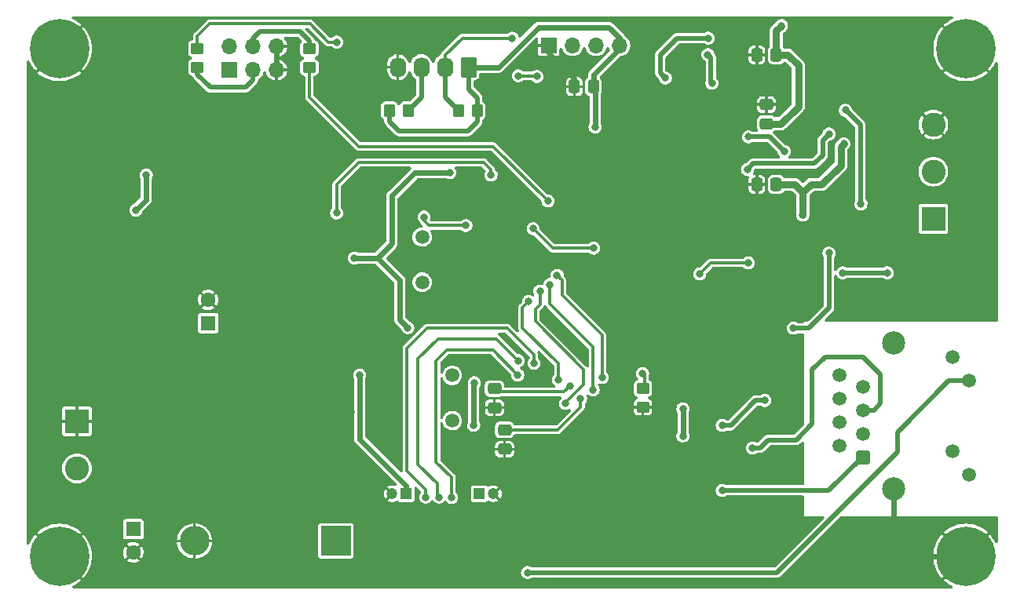
<source format=gbr>
%TF.GenerationSoftware,KiCad,Pcbnew,(6.0.11)*%
%TF.CreationDate,2024-04-30T16:24:34+07:00*%
%TF.ProjectId,Oxygen Monitoring,4f787967-656e-4204-9d6f-6e69746f7269,rev?*%
%TF.SameCoordinates,Original*%
%TF.FileFunction,Copper,L2,Bot*%
%TF.FilePolarity,Positive*%
%FSLAX46Y46*%
G04 Gerber Fmt 4.6, Leading zero omitted, Abs format (unit mm)*
G04 Created by KiCad (PCBNEW (6.0.11)) date 2024-04-30 16:24:34*
%MOMM*%
%LPD*%
G01*
G04 APERTURE LIST*
G04 Aperture macros list*
%AMRoundRect*
0 Rectangle with rounded corners*
0 $1 Rounding radius*
0 $2 $3 $4 $5 $6 $7 $8 $9 X,Y pos of 4 corners*
0 Add a 4 corners polygon primitive as box body*
4,1,4,$2,$3,$4,$5,$6,$7,$8,$9,$2,$3,0*
0 Add four circle primitives for the rounded corners*
1,1,$1+$1,$2,$3*
1,1,$1+$1,$4,$5*
1,1,$1+$1,$6,$7*
1,1,$1+$1,$8,$9*
0 Add four rect primitives between the rounded corners*
20,1,$1+$1,$2,$3,$4,$5,0*
20,1,$1+$1,$4,$5,$6,$7,0*
20,1,$1+$1,$6,$7,$8,$9,0*
20,1,$1+$1,$8,$9,$2,$3,0*%
G04 Aperture macros list end*
%TA.AperFunction,ComponentPad*%
%ADD10R,1.700000X1.700000*%
%TD*%
%TA.AperFunction,ComponentPad*%
%ADD11O,1.700000X1.700000*%
%TD*%
%TA.AperFunction,ComponentPad*%
%ADD12C,1.500000*%
%TD*%
%TA.AperFunction,ComponentPad*%
%ADD13C,0.800000*%
%TD*%
%TA.AperFunction,ComponentPad*%
%ADD14C,6.400000*%
%TD*%
%TA.AperFunction,ComponentPad*%
%ADD15R,2.600000X2.600000*%
%TD*%
%TA.AperFunction,ComponentPad*%
%ADD16C,2.600000*%
%TD*%
%TA.AperFunction,ComponentPad*%
%ADD17R,1.200000X1.200000*%
%TD*%
%TA.AperFunction,ComponentPad*%
%ADD18C,1.200000*%
%TD*%
%TA.AperFunction,ComponentPad*%
%ADD19RoundRect,0.250500X0.499500X-0.499500X0.499500X0.499500X-0.499500X0.499500X-0.499500X-0.499500X0*%
%TD*%
%TA.AperFunction,ComponentPad*%
%ADD20C,2.500000*%
%TD*%
%TA.AperFunction,ComponentPad*%
%ADD21R,1.600000X1.600000*%
%TD*%
%TA.AperFunction,ComponentPad*%
%ADD22C,1.600000*%
%TD*%
%TA.AperFunction,ComponentPad*%
%ADD23R,3.200000X3.200000*%
%TD*%
%TA.AperFunction,ComponentPad*%
%ADD24O,3.200000X3.200000*%
%TD*%
%TA.AperFunction,ComponentPad*%
%ADD25RoundRect,0.250000X0.620000X0.845000X-0.620000X0.845000X-0.620000X-0.845000X0.620000X-0.845000X0*%
%TD*%
%TA.AperFunction,ComponentPad*%
%ADD26O,1.740000X2.190000*%
%TD*%
%TA.AperFunction,SMDPad,CuDef*%
%ADD27RoundRect,0.250000X0.337500X0.475000X-0.337500X0.475000X-0.337500X-0.475000X0.337500X-0.475000X0*%
%TD*%
%TA.AperFunction,SMDPad,CuDef*%
%ADD28RoundRect,0.250000X0.450000X-0.350000X0.450000X0.350000X-0.450000X0.350000X-0.450000X-0.350000X0*%
%TD*%
%TA.AperFunction,SMDPad,CuDef*%
%ADD29RoundRect,0.250000X0.475000X-0.337500X0.475000X0.337500X-0.475000X0.337500X-0.475000X-0.337500X0*%
%TD*%
%TA.AperFunction,SMDPad,CuDef*%
%ADD30RoundRect,0.250000X-0.475000X0.337500X-0.475000X-0.337500X0.475000X-0.337500X0.475000X0.337500X0*%
%TD*%
%TA.AperFunction,SMDPad,CuDef*%
%ADD31RoundRect,0.250000X0.350000X0.450000X-0.350000X0.450000X-0.350000X-0.450000X0.350000X-0.450000X0*%
%TD*%
%TA.AperFunction,SMDPad,CuDef*%
%ADD32RoundRect,0.250000X-0.350000X-0.450000X0.350000X-0.450000X0.350000X0.450000X-0.350000X0.450000X0*%
%TD*%
%TA.AperFunction,ViaPad*%
%ADD33C,0.800000*%
%TD*%
%TA.AperFunction,Conductor*%
%ADD34C,0.600000*%
%TD*%
%TA.AperFunction,Conductor*%
%ADD35C,0.500000*%
%TD*%
%TA.AperFunction,Conductor*%
%ADD36C,0.800000*%
%TD*%
%TA.AperFunction,Conductor*%
%ADD37C,0.300000*%
%TD*%
G04 APERTURE END LIST*
D10*
%TO.P,J2,1,Pin_1*%
%TO.N,GND*%
X71990000Y-136163800D03*
D11*
%TO.P,J2,2,Pin_2*%
%TO.N,SWCLK*%
X74530000Y-136163800D03*
%TO.P,J2,3,Pin_3*%
%TO.N,SWDIO*%
X77070000Y-136163800D03*
%TO.P,J2,4,Pin_4*%
%TO.N,+3.3V*%
X79610000Y-136163800D03*
%TD*%
D12*
%TO.P,Y3,1,1*%
%TO.N,/XI*%
X61580200Y-171763000D03*
%TO.P,Y3,2,2*%
%TO.N,/XO*%
X61580200Y-176643000D03*
%TD*%
D13*
%TO.P,H2,1,1*%
%TO.N,GND*%
X115250944Y-138216456D03*
X116948000Y-134119400D03*
X119348000Y-136519400D03*
X114548000Y-136519400D03*
X118645056Y-138216456D03*
X118645056Y-134822344D03*
D14*
X116948000Y-136519400D03*
D13*
X116948000Y-138919400D03*
X115250944Y-134822344D03*
%TD*%
%TO.P,H3,1,1*%
%TO.N,GND*%
X19208800Y-193681800D03*
X17511744Y-189584744D03*
X21608800Y-191281800D03*
X17511744Y-192978856D03*
X16808800Y-191281800D03*
D14*
X19208800Y-191281800D03*
D13*
X20905856Y-192978856D03*
X19208800Y-188881800D03*
X20905856Y-189584744D03*
%TD*%
D15*
%TO.P,J5,1,Pin_1*%
%TO.N,Net-(F1-Pad1)*%
X113442800Y-154858200D03*
D16*
%TO.P,J5,2,Pin_2*%
%TO.N,Net-(F2-Pad1)*%
X113442800Y-149778200D03*
%TO.P,J5,3,Pin_3*%
%TO.N,GND*%
X113442800Y-144698200D03*
%TD*%
D17*
%TO.P,C43,1*%
%TO.N,+3.3VA*%
X56595600Y-184537000D03*
D18*
%TO.P,C43,2*%
%TO.N,GND*%
X55095600Y-184537000D03*
%TD*%
D19*
%TO.P,J6,1*%
%TO.N,Net-(J6-Pad1)*%
X105824400Y-180588400D03*
D12*
%TO.P,J6,2*%
%TO.N,Net-(C31-Pad1)*%
X103284400Y-179318400D03*
%TO.P,J6,3*%
%TO.N,Net-(J6-Pad3)*%
X105824400Y-178048400D03*
%TO.P,J6,4*%
%TO.N,Net-(C29-Pad2)*%
X103284400Y-176778400D03*
%TO.P,J6,5*%
%TO.N,Net-(C32-Pad1)*%
X105824400Y-175508400D03*
%TO.P,J6,6*%
%TO.N,Net-(C30-Pad2)*%
X103284400Y-174238400D03*
%TO.P,J6,7*%
%TO.N,unconnected-(J6-Pad7)*%
X105824400Y-172968400D03*
%TO.P,J6,8*%
%TO.N,GND*%
X103284400Y-171698400D03*
%TO.P,J6,9*%
%TO.N,Net-(J6-Pad9)*%
X117254400Y-182468400D03*
%TO.P,J6,10*%
%TO.N,+3.3V*%
X115554400Y-179928400D03*
%TO.P,J6,11*%
%TO.N,Net-(J6-Pad11)*%
X117254400Y-172358400D03*
%TO.P,J6,12*%
%TO.N,+3.3V*%
X115554400Y-169818400D03*
D20*
%TO.P,J6,13*%
%TO.N,GND*%
X109124400Y-184018400D03*
X109124400Y-168268400D03*
%TD*%
D17*
%TO.P,C45,1*%
%TO.N,+3.3V*%
X64500402Y-184537000D03*
D18*
%TO.P,C45,2*%
%TO.N,GND*%
X66000402Y-184537000D03*
%TD*%
D21*
%TO.P,C3,1*%
%TO.N,+5V*%
X35261600Y-166121713D03*
D22*
%TO.P,C3,2*%
%TO.N,GND*%
X35261600Y-163621713D03*
%TD*%
D15*
%TO.P,J1,1,Pin_1*%
%TO.N,GND*%
X21122400Y-176716200D03*
D16*
%TO.P,J1,2,Pin_2*%
%TO.N,Net-(C1-Pad1)*%
X21122400Y-181796200D03*
%TD*%
D13*
%TO.P,H1,1,1*%
%TO.N,GND*%
X21608800Y-136519400D03*
X20905856Y-134822344D03*
X20905856Y-138216456D03*
X19208800Y-138919400D03*
D14*
X19208800Y-136519400D03*
D13*
X19208800Y-134119400D03*
X16808800Y-136519400D03*
X17511744Y-138216456D03*
X17511744Y-134822344D03*
%TD*%
D21*
%TO.P,C1,1*%
%TO.N,Net-(C1-Pad1)*%
X27184400Y-188370873D03*
D22*
%TO.P,C1,2*%
%TO.N,GND*%
X27184400Y-190870873D03*
%TD*%
D10*
%TO.P,J3,1,Pin_1*%
%TO.N,+3.3V*%
X37547600Y-138805400D03*
D11*
%TO.P,J3,2,Pin_2*%
X37547600Y-136265400D03*
%TO.P,J3,3,Pin_3*%
%TO.N,Net-(J3-Pad3)*%
X40087600Y-138805400D03*
%TO.P,J3,4,Pin_4*%
%TO.N,Net-(J3-Pad4)*%
X40087600Y-136265400D03*
%TO.P,J3,5,Pin_5*%
%TO.N,GND*%
X42627600Y-138805400D03*
%TO.P,J3,6,Pin_6*%
X42627600Y-136265400D03*
%TD*%
D12*
%TO.P,Y2,1,1*%
%TO.N,/OSC-IN*%
X58324800Y-156827800D03*
%TO.P,Y2,2,2*%
%TO.N,/OSC-OUT*%
X58324800Y-161707800D03*
%TD*%
D23*
%TO.P,D1,1,K*%
%TO.N,Net-(D1-Pad1)*%
X49028400Y-189630800D03*
D24*
%TO.P,D1,2,A*%
%TO.N,GND*%
X33788400Y-189630800D03*
%TD*%
D13*
%TO.P,H4,1,1*%
%TO.N,GND*%
X116948000Y-193681800D03*
X119348000Y-191281800D03*
X118645056Y-189584744D03*
X116948000Y-188881800D03*
X115250944Y-192978856D03*
X115250944Y-189584744D03*
X118645056Y-192978856D03*
D14*
X116948000Y-191281800D03*
D13*
X114548000Y-191281800D03*
%TD*%
D25*
%TO.P,J4,1,Pin_1*%
%TO.N,+3.3V*%
X63328600Y-138506000D03*
D26*
%TO.P,J4,2,Pin_2*%
%TO.N,SCL*%
X60788600Y-138506000D03*
%TO.P,J4,3,Pin_3*%
%TO.N,SDA*%
X58248600Y-138506000D03*
%TO.P,J4,4,Pin_4*%
%TO.N,GND*%
X55708600Y-138506000D03*
%TD*%
D27*
%TO.P,C15,1*%
%TO.N,+3.3V*%
X76806000Y-140608800D03*
%TO.P,C15,2*%
%TO.N,GND*%
X74731000Y-140608800D03*
%TD*%
%TO.P,C27,1*%
%TO.N,+5V*%
X96497100Y-151175200D03*
%TO.P,C27,2*%
%TO.N,GND*%
X94422100Y-151175200D03*
%TD*%
D28*
%TO.P,R7,1*%
%TO.N,Net-(J3-Pad3)*%
X34103600Y-138530400D03*
%TO.P,R7,2*%
%TO.N,BOOT0*%
X34103600Y-136530400D03*
%TD*%
%TO.P,R8,1*%
%TO.N,BOOT1*%
X46168600Y-138530400D03*
%TO.P,R8,2*%
%TO.N,Net-(J3-Pad4)*%
X46168600Y-136530400D03*
%TD*%
D29*
%TO.P,C28,1*%
%TO.N,+5V*%
X95459600Y-144618100D03*
%TO.P,C28,2*%
%TO.N,GND*%
X95459600Y-142543100D03*
%TD*%
D30*
%TO.P,C34,1*%
%TO.N,/1V20*%
X66122600Y-173175500D03*
%TO.P,C34,2*%
%TO.N,GND*%
X66122600Y-175250500D03*
%TD*%
D31*
%TO.P,R5,1*%
%TO.N,+3.3V*%
X64252400Y-143199600D03*
%TO.P,R5,2*%
%TO.N,SCL*%
X62252400Y-143199600D03*
%TD*%
D32*
%TO.P,R6,1*%
%TO.N,+3.3V*%
X54810200Y-143174200D03*
%TO.P,R6,2*%
%TO.N,SDA*%
X56810200Y-143174200D03*
%TD*%
D27*
%TO.P,C26,1*%
%TO.N,+5V*%
X96497100Y-137179800D03*
%TO.P,C26,2*%
%TO.N,GND*%
X94422100Y-137179800D03*
%TD*%
D30*
%TO.P,C33,1*%
%TO.N,/TOCAP*%
X67214800Y-177645900D03*
%TO.P,C33,2*%
%TO.N,GND*%
X67214800Y-179720900D03*
%TD*%
D28*
%TO.P,R28,1*%
%TO.N,GND*%
X82124600Y-175191500D03*
%TO.P,R28,2*%
%TO.N,/EXRES1*%
X82124600Y-173191500D03*
%TD*%
D33*
%TO.N,+3.3V*%
X28581400Y-150159200D03*
X63887400Y-177145200D03*
X56775400Y-166618400D03*
X63950000Y-172550000D03*
X51009600Y-159100000D03*
X27463800Y-153943800D03*
X61296600Y-149905200D03*
X76968400Y-144952200D03*
%TO.N,+5V*%
X99371200Y-154477200D03*
X103790800Y-146781000D03*
X97059800Y-134030200D03*
%TO.N,/NRST*%
X58528000Y-154680400D03*
X63049200Y-155594800D03*
%TO.N,+3.3VA*%
X70295600Y-155937000D03*
X86442600Y-178302400D03*
X51595600Y-171737000D03*
X76795600Y-158037000D03*
X86442600Y-175381400D03*
%TO.N,GND*%
X45828000Y-158363400D03*
X65095600Y-191037000D03*
X37649200Y-145815800D03*
X95967600Y-180664600D03*
X108820000Y-149778200D03*
X45828000Y-170961800D03*
X48545800Y-148889200D03*
X103689200Y-155192300D03*
X62693600Y-150845000D03*
X74885600Y-144952200D03*
X49130000Y-164510200D03*
X93935600Y-181680600D03*
X86163200Y-152673800D03*
X55230200Y-169183800D03*
X86391800Y-172710500D03*
X50552400Y-182849000D03*
X75241200Y-163087800D03*
X76409600Y-164408600D03*
X48545800Y-146273000D03*
X46717000Y-175813200D03*
X71888400Y-165373800D03*
X83064400Y-170657000D03*
X73395600Y-191537000D03*
X50619400Y-175707700D03*
X27438400Y-146273000D03*
X46691600Y-179191400D03*
X80981600Y-165373800D03*
X51945500Y-164865800D03*
X86061600Y-180715400D03*
X64624000Y-170682400D03*
X86112400Y-144850600D03*
X103689200Y-135227900D03*
X54895600Y-191537000D03*
X39681200Y-170961800D03*
X68180000Y-162986200D03*
X39452600Y-165602400D03*
X81795600Y-191137000D03*
X39732000Y-158363400D03*
X62693600Y-157195000D03*
X107194400Y-157957000D03*
X80829200Y-150845000D03*
X55230200Y-179242200D03*
X68586400Y-144952200D03*
X103689200Y-162329700D03*
X37649200Y-154299400D03*
X51974800Y-153689800D03*
%TO.N,Net-(C23-Pad1)*%
X98367600Y-166667600D03*
X102190600Y-158566600D03*
X103968600Y-143148800D03*
X105645000Y-153283400D03*
%TO.N,Net-(C32-Pad1)*%
X93935600Y-179597800D03*
%TO.N,/TOCAP*%
X75419000Y-174263800D03*
%TO.N,/1V20*%
X74263400Y-172904800D03*
%TO.N,/LED BUILTIN*%
X65767000Y-150159200D03*
X49104600Y-154248600D03*
%TO.N,Net-(D4-Pad2)*%
X84550300Y-139681700D03*
X89160400Y-135376400D03*
%TO.N,Net-(D5-Pad2)*%
X97364600Y-147593800D03*
X93495600Y-146037000D03*
%TO.N,/DI*%
X93402200Y-149549600D03*
X102190600Y-145714200D03*
%TO.N,Net-(D7-Pad1)*%
X108489800Y-160700200D03*
X103689200Y-160700200D03*
%TO.N,LINKLED*%
X58705800Y-184906400D03*
X70389800Y-170453800D03*
%TO.N,/DUPLED*%
X60128200Y-184906400D03*
X68688000Y-170174400D03*
%TO.N,Net-(J6-Pad1)*%
X90684400Y-184169800D03*
%TO.N,SCL*%
X68053000Y-135376400D03*
%TO.N,SDA*%
X70701050Y-139510150D03*
X68688000Y-139440400D03*
%TO.N,/RO*%
X89135000Y-137154400D03*
X89566800Y-140253200D03*
%TO.N,TX*%
X88246000Y-160827200D03*
X93503800Y-159633400D03*
%TO.N,ACTLED*%
X61499800Y-184931800D03*
X68637200Y-171723800D03*
%TO.N,/EXRES1*%
X82099200Y-171571400D03*
%TO.N,SCS*%
X69805600Y-163799000D03*
X73006000Y-172231800D03*
%TO.N,SCLK*%
X71024800Y-162681400D03*
X73768000Y-174797200D03*
%TO.N,MISO*%
X76765200Y-173324000D03*
X72091600Y-161970200D03*
%TO.N,MOSI*%
X77730400Y-171977800D03*
X72879000Y-160979600D03*
%TO.N,BOOT1*%
X71888400Y-152953200D03*
%TO.N,BOOT0*%
X49130000Y-135808200D03*
%TO.N,Net-(C30-Pad1)*%
X90684400Y-177159400D03*
X95256400Y-174467000D03*
%TO.N,Net-(J6-Pad11)*%
X69695600Y-193037000D03*
%TD*%
D34*
%TO.N,+3.3V*%
X63950000Y-172550000D02*
X63887400Y-172612600D01*
X63887400Y-172612600D02*
X63887400Y-177145200D01*
X52559000Y-159100000D02*
X53524200Y-159100000D01*
X76806000Y-139348800D02*
X79610000Y-136544800D01*
X55086300Y-157546300D02*
X55086300Y-152356300D01*
X79610000Y-136544800D02*
X79610000Y-136163800D01*
X66574400Y-138506000D02*
X63328600Y-138506000D01*
X28581400Y-152826200D02*
X28581400Y-150159200D01*
X53524200Y-159100000D02*
X55911800Y-161487600D01*
D35*
X64252400Y-143199600D02*
X64252400Y-141812000D01*
D34*
X76968400Y-140771200D02*
X76806000Y-140608800D01*
X52559000Y-159100000D02*
X53532600Y-159100000D01*
X27463800Y-153943800D02*
X28581400Y-152826200D01*
X53532600Y-159100000D02*
X55086300Y-157546300D01*
X78467000Y-134208000D02*
X70872400Y-134208000D01*
D35*
X64252400Y-141812000D02*
X63328600Y-140888200D01*
X54810200Y-143174200D02*
X54810200Y-144358600D01*
D34*
X70872400Y-134208000D02*
X66574400Y-138506000D01*
X55086300Y-152356300D02*
X57537400Y-149905200D01*
D35*
X55861000Y-145409400D02*
X63252400Y-145409400D01*
D34*
X76806000Y-140608800D02*
X76806000Y-139348800D01*
D35*
X63252400Y-145409400D02*
X64252400Y-144409400D01*
X63328600Y-140888200D02*
X63328600Y-138506000D01*
X54810200Y-144358600D02*
X55861000Y-145409400D01*
D34*
X55911800Y-165754800D02*
X56775400Y-166618400D01*
X79610000Y-135351000D02*
X78467000Y-134208000D01*
X76968400Y-144952200D02*
X76968400Y-140771200D01*
X79610000Y-136163800D02*
X79610000Y-135351000D01*
X51009600Y-159100000D02*
X52559000Y-159100000D01*
D35*
X64252400Y-144409400D02*
X64252400Y-143199600D01*
D34*
X55911800Y-161487600D02*
X55911800Y-165754800D01*
X57537400Y-149905200D02*
X61296600Y-149905200D01*
D36*
%TO.N,+5V*%
X98888600Y-138322800D02*
X98888600Y-142742400D01*
X97745600Y-137179800D02*
X98888600Y-138322800D01*
X101403200Y-151175200D02*
X103486000Y-149092400D01*
X99371200Y-152038800D02*
X100234800Y-151175200D01*
X96497100Y-137179800D02*
X96497100Y-134592900D01*
X96497100Y-134592900D02*
X97059800Y-134030200D01*
X96497100Y-151175200D02*
X98507600Y-151175200D01*
X97012900Y-144618100D02*
X95459600Y-144618100D01*
X100234800Y-151175200D02*
X101403200Y-151175200D01*
X98888600Y-142742400D02*
X97012900Y-144618100D01*
X103486000Y-147085800D02*
X103790800Y-146781000D01*
X99371200Y-152038800D02*
X99371200Y-154477200D01*
X98507600Y-151175200D02*
X99371200Y-152038800D01*
X103486000Y-149092400D02*
X103486000Y-147085800D01*
X96497100Y-137179800D02*
X97745600Y-137179800D01*
D37*
%TO.N,/NRST*%
X59036000Y-155594800D02*
X63049200Y-155594800D01*
X58528000Y-155086800D02*
X59036000Y-155594800D01*
X58528000Y-154680400D02*
X58528000Y-155086800D01*
D34*
%TO.N,+3.3VA*%
X86442600Y-178302400D02*
X86442600Y-175381400D01*
X51595600Y-171737000D02*
X51595600Y-178637000D01*
D37*
X76795600Y-158037000D02*
X72395600Y-158037000D01*
X72395600Y-158037000D02*
X70295600Y-155937000D01*
D34*
X51595600Y-178637000D02*
X56595600Y-183637000D01*
X56595600Y-183637000D02*
X56595600Y-184537000D01*
%TO.N,GND*%
X109124400Y-188565800D02*
X109124400Y-184018400D01*
X116948000Y-191281800D02*
X111840400Y-191281800D01*
X42627600Y-138805400D02*
X42627600Y-136265400D01*
X74731000Y-139768400D02*
X71990000Y-137027400D01*
X74731000Y-140608800D02*
X74731000Y-139768400D01*
X71990000Y-137027400D02*
X71990000Y-136163800D01*
X111840400Y-191281800D02*
X109124400Y-188565800D01*
D35*
%TO.N,Net-(C23-Pad1)*%
X102216000Y-164484800D02*
X102216000Y-158592000D01*
X98367600Y-166667600D02*
X100033200Y-166667600D01*
X105645000Y-153283400D02*
X105568800Y-153207200D01*
X100033200Y-166667600D02*
X102216000Y-164484800D01*
X102216000Y-158592000D02*
X102190600Y-158566600D01*
X105568800Y-144749000D02*
X103968600Y-143148800D01*
X105568800Y-153207200D02*
X105568800Y-144749000D01*
%TO.N,Net-(C32-Pad1)*%
X100387200Y-171165000D02*
X101758800Y-169793400D01*
X107753200Y-171673000D02*
X107753200Y-174822600D01*
X93935600Y-179597800D02*
X94748400Y-179597800D01*
X105873600Y-169793400D02*
X107753200Y-171673000D01*
X107067400Y-175508400D02*
X105824400Y-175508400D01*
X95612000Y-178734200D02*
X98660000Y-178734200D01*
X107753200Y-174822600D02*
X107067400Y-175508400D01*
X101758800Y-169793400D02*
X105873600Y-169793400D01*
X98660000Y-178734200D02*
X100387200Y-177007000D01*
X100387200Y-177007000D02*
X100387200Y-171165000D01*
X94748400Y-179597800D02*
X95612000Y-178734200D01*
D37*
%TO.N,/TOCAP*%
X75419000Y-174263800D02*
X75419000Y-175178200D01*
X72951300Y-177645900D02*
X67214800Y-177645900D01*
X75419000Y-175178200D02*
X72951300Y-177645900D01*
%TO.N,/1V20*%
X74263400Y-172904800D02*
X73615600Y-173552600D01*
X73615600Y-173552600D02*
X66499700Y-173552600D01*
X66499700Y-173552600D02*
X66122600Y-173175500D01*
%TO.N,/LED BUILTIN*%
X49104600Y-154248600D02*
X49104600Y-151149800D01*
X51466800Y-148787600D02*
X64954200Y-148787600D01*
X64954200Y-148787600D02*
X65702800Y-149536200D01*
X49104600Y-151149800D02*
X51466800Y-148787600D01*
X65702800Y-149536200D02*
X65702800Y-150095000D01*
X65702800Y-150095000D02*
X65767000Y-150159200D01*
D35*
%TO.N,Net-(D4-Pad2)*%
X85833000Y-135376400D02*
X84004200Y-137205200D01*
X84004200Y-137205200D02*
X84004200Y-139135600D01*
X89160400Y-135376400D02*
X85833000Y-135376400D01*
X84004200Y-139135600D02*
X84550300Y-139681700D01*
%TO.N,Net-(D5-Pad2)*%
X93495600Y-146037000D02*
X95807800Y-146037000D01*
X95807800Y-146037000D02*
X97364600Y-147593800D01*
%TO.N,/DI*%
X100615800Y-148914600D02*
X101504800Y-148025600D01*
X94037200Y-148914600D02*
X100615800Y-148914600D01*
X93402200Y-149549600D02*
X94037200Y-148914600D01*
X101504800Y-146400000D02*
X102190600Y-145714200D01*
X101504800Y-148025600D02*
X101504800Y-146400000D01*
%TO.N,Net-(D7-Pad1)*%
X103689200Y-160700200D02*
X108489800Y-160700200D01*
D37*
%TO.N,LINKLED*%
X56673800Y-168853600D02*
X56673800Y-182087000D01*
X58832800Y-166694600D02*
X56673800Y-168853600D01*
X67519600Y-166694600D02*
X58832800Y-166694600D01*
X70389800Y-170453800D02*
X70389800Y-169564800D01*
X56673800Y-182087000D02*
X58705800Y-184119000D01*
X70389800Y-169564800D02*
X67519600Y-166694600D01*
X58705800Y-184119000D02*
X58705800Y-184906400D01*
%TO.N,/DUPLED*%
X57867600Y-181350400D02*
X57867600Y-169971200D01*
X60026600Y-167812200D02*
X66325800Y-167812200D01*
X59975800Y-184754000D02*
X59975800Y-183458600D01*
X59975800Y-183458600D02*
X57867600Y-181350400D01*
X57867600Y-169971200D02*
X60026600Y-167812200D01*
X66325800Y-167812200D02*
X68688000Y-170174400D01*
X60128200Y-184906400D02*
X59975800Y-184754000D01*
D35*
%TO.N,Net-(J3-Pad3)*%
X40087600Y-138805400D02*
X40087600Y-139872200D01*
X34103600Y-139323800D02*
X34103600Y-138530400D01*
X35464800Y-140685000D02*
X34103600Y-139323800D01*
X40087600Y-139872200D02*
X39274800Y-140685000D01*
X39274800Y-140685000D02*
X35464800Y-140685000D01*
%TO.N,Net-(J3-Pad4)*%
X40087600Y-135452600D02*
X40849600Y-134690600D01*
X46168600Y-135691600D02*
X46168600Y-136530400D01*
X40087600Y-136265400D02*
X40087600Y-135452600D01*
X45167600Y-134690600D02*
X46168600Y-135691600D01*
X40849600Y-134690600D02*
X45167600Y-134690600D01*
%TO.N,Net-(J6-Pad1)*%
X90684400Y-184169800D02*
X102165200Y-184169800D01*
X102165200Y-184169800D02*
X105746600Y-180588400D01*
X105746600Y-180588400D02*
X105824400Y-180588400D01*
D37*
%TO.N,SCL*%
X60788600Y-137230600D02*
X60788600Y-138506000D01*
X68053000Y-135376400D02*
X62642800Y-135376400D01*
D35*
X60788600Y-138506000D02*
X60788600Y-141735800D01*
X60788600Y-141735800D02*
X62252400Y-143199600D01*
D37*
X62642800Y-135376400D02*
X60788600Y-137230600D01*
%TO.N,SDA*%
X68688000Y-139440400D02*
X70631300Y-139440400D01*
D35*
X58248600Y-141735800D02*
X56810200Y-143174200D01*
D37*
X70631300Y-139440400D02*
X70701050Y-139510150D01*
D35*
X58248600Y-138506000D02*
X58248600Y-141735800D01*
%TO.N,/RO*%
X89439800Y-140126200D02*
X89439800Y-137459200D01*
X89439800Y-137459200D02*
X89135000Y-137154400D01*
X89566800Y-140253200D02*
X89439800Y-140126200D01*
D37*
%TO.N,TX*%
X89439800Y-159633400D02*
X93503800Y-159633400D01*
X88246000Y-160827200D02*
X89439800Y-159633400D01*
%TO.N,ACTLED*%
X60966400Y-169031400D02*
X65944800Y-169031400D01*
X59823400Y-170174400D02*
X60966400Y-169031400D01*
X65944800Y-169031400D02*
X68637200Y-171723800D01*
X61499800Y-184931800D02*
X61499800Y-182772800D01*
X61499800Y-182772800D02*
X59823400Y-181096400D01*
X59823400Y-181096400D02*
X59823400Y-170174400D01*
%TO.N,/EXRES1*%
X82302400Y-173013700D02*
X82124600Y-173191500D01*
X82302400Y-171774600D02*
X82302400Y-173013700D01*
X82099200Y-171571400D02*
X82302400Y-171774600D01*
%TO.N,SCS*%
X69145200Y-166643800D02*
X73006000Y-170504600D01*
X69145200Y-164459400D02*
X69145200Y-166643800D01*
X73006000Y-170504600D02*
X73006000Y-172231800D01*
X69805600Y-163799000D02*
X69145200Y-164459400D01*
%TO.N,SCLK*%
X73768000Y-174797200D02*
X73768000Y-174695600D01*
X71024800Y-164103800D02*
X71024800Y-162681400D01*
X70516800Y-164611800D02*
X71024800Y-164103800D01*
X73768000Y-174695600D02*
X75723800Y-172739800D01*
X75723800Y-171139600D02*
X70516800Y-165932600D01*
X70516800Y-165932600D02*
X70516800Y-164611800D01*
X75723800Y-172739800D02*
X75723800Y-171139600D01*
%TO.N,MISO*%
X72091600Y-164053000D02*
X72091600Y-161970200D01*
X76765200Y-168726600D02*
X72091600Y-164053000D01*
X76765200Y-173324000D02*
X76765200Y-168726600D01*
%TO.N,MOSI*%
X73412400Y-161513000D02*
X72879000Y-160979600D01*
X73412400Y-163138600D02*
X73412400Y-161513000D01*
X77730400Y-167456600D02*
X73412400Y-163138600D01*
X77730400Y-171977800D02*
X77730400Y-167456600D01*
%TO.N,BOOT1*%
X65995600Y-147060400D02*
X51492200Y-147060400D01*
X71888400Y-152953200D02*
X65995600Y-147060400D01*
X51492200Y-147060400D02*
X46168600Y-141736800D01*
X46168600Y-141736800D02*
X46168600Y-138530400D01*
%TO.N,BOOT0*%
X48208200Y-135808200D02*
X49130000Y-135808200D01*
X46227000Y-133827000D02*
X48208200Y-135808200D01*
X35414000Y-133827000D02*
X46227000Y-133827000D01*
X34103600Y-135137400D02*
X35414000Y-133827000D01*
X34103600Y-136530400D02*
X34103600Y-135137400D01*
D35*
%TO.N,Net-(C30-Pad1)*%
X94291200Y-174467000D02*
X91598800Y-177159400D01*
X91598800Y-177159400D02*
X90684400Y-177159400D01*
X95256400Y-174467000D02*
X94291200Y-174467000D01*
%TO.N,Net-(J6-Pad11)*%
X115094200Y-172358400D02*
X117254400Y-172358400D01*
X109569900Y-177882700D02*
X115094200Y-172358400D01*
X96575800Y-193037000D02*
X109569900Y-180042900D01*
X69695600Y-193037000D02*
X96575800Y-193037000D01*
X109569900Y-180042900D02*
X109569900Y-177882700D01*
%TD*%
%TA.AperFunction,Conductor*%
%TO.N,GND*%
G36*
X97009448Y-133057462D02*
G01*
X97063986Y-133112000D01*
X97064264Y-133113037D01*
X97081083Y-133082815D01*
X97147262Y-133043203D01*
X97188090Y-133037500D01*
X115451571Y-133037500D01*
X115526071Y-133057462D01*
X115580609Y-133112000D01*
X115600571Y-133186500D01*
X115580609Y-133261000D01*
X115519216Y-133319260D01*
X115199078Y-133482379D01*
X115192322Y-133486280D01*
X114891203Y-133681828D01*
X114884896Y-133686410D01*
X114605854Y-133912374D01*
X114600075Y-133917578D01*
X114593063Y-133924590D01*
X114585055Y-133938461D01*
X114593063Y-133952331D01*
X119515069Y-138874337D01*
X119528940Y-138882345D01*
X119542810Y-138874337D01*
X119549821Y-138867326D01*
X119555027Y-138861545D01*
X119780990Y-138582504D01*
X119785572Y-138576197D01*
X119981120Y-138275078D01*
X119985021Y-138268322D01*
X120113340Y-138016482D01*
X120164949Y-137959165D01*
X120238302Y-137935331D01*
X120313745Y-137951367D01*
X120371062Y-138002976D01*
X120395100Y-138084127D01*
X120395100Y-165788000D01*
X120375138Y-165862500D01*
X120320600Y-165917038D01*
X120246100Y-165937000D01*
X101902043Y-165937000D01*
X101827543Y-165917038D01*
X101773005Y-165862500D01*
X101753043Y-165788000D01*
X101773005Y-165713500D01*
X101796684Y-165682641D01*
X102594321Y-164885004D01*
X102598825Y-164880685D01*
X102636681Y-164845875D01*
X102636682Y-164845873D01*
X102644156Y-164839001D01*
X102649507Y-164830370D01*
X102649510Y-164830367D01*
X102666513Y-164802944D01*
X102674462Y-164791377D01*
X102678831Y-164785621D01*
X102700112Y-164757584D01*
X102704893Y-164745509D01*
X102716792Y-164721851D01*
X102723635Y-164710814D01*
X102735474Y-164670064D01*
X102740019Y-164656789D01*
X102755635Y-164617347D01*
X102756991Y-164604444D01*
X102762093Y-164578442D01*
X102763535Y-164573478D01*
X102765715Y-164565975D01*
X102766500Y-164555285D01*
X102766500Y-164521786D01*
X102767316Y-164506211D01*
X102770340Y-164477445D01*
X102770340Y-164477442D01*
X102771401Y-164467346D01*
X102768585Y-164450697D01*
X102766500Y-164425860D01*
X102766500Y-161057987D01*
X102786462Y-160983487D01*
X102841000Y-160928949D01*
X102915500Y-160908987D01*
X102990000Y-160928949D01*
X103044538Y-160983487D01*
X103055425Y-161006781D01*
X103060466Y-161020556D01*
X103065475Y-161028011D01*
X103065476Y-161028012D01*
X103146773Y-161148995D01*
X103155030Y-161161283D01*
X103161672Y-161167326D01*
X103161673Y-161167328D01*
X103273715Y-161269278D01*
X103280433Y-161275391D01*
X103288328Y-161279678D01*
X103288330Y-161279679D01*
X103421544Y-161352008D01*
X103421547Y-161352009D01*
X103429435Y-161356292D01*
X103459476Y-161364173D01*
X103584749Y-161397038D01*
X103584751Y-161397038D01*
X103593433Y-161399316D01*
X103602409Y-161399457D01*
X103753981Y-161401838D01*
X103762960Y-161401979D01*
X103928229Y-161364128D01*
X103945299Y-161355543D01*
X103975166Y-161340521D01*
X104079698Y-161287947D01*
X104086527Y-161282114D01*
X104094013Y-161277141D01*
X104095677Y-161279645D01*
X104151113Y-161253197D01*
X104178278Y-161250700D01*
X108000601Y-161250700D01*
X108075101Y-161270662D01*
X108077597Y-161272264D01*
X108081033Y-161275391D01*
X108088931Y-161279679D01*
X108088932Y-161279680D01*
X108222144Y-161352008D01*
X108222147Y-161352009D01*
X108230035Y-161356292D01*
X108260076Y-161364173D01*
X108385349Y-161397038D01*
X108385351Y-161397038D01*
X108394033Y-161399316D01*
X108403009Y-161399457D01*
X108554581Y-161401838D01*
X108563560Y-161401979D01*
X108728829Y-161364128D01*
X108745899Y-161355543D01*
X108812957Y-161321816D01*
X108880298Y-161287947D01*
X108902156Y-161269278D01*
X109002394Y-161183667D01*
X109002396Y-161183665D01*
X109009223Y-161177834D01*
X109048159Y-161123649D01*
X109102924Y-161047436D01*
X109102926Y-161047432D01*
X109108161Y-161040147D01*
X109126560Y-160994378D01*
X109168051Y-160891169D01*
X109168052Y-160891164D01*
X109171401Y-160882834D01*
X109195290Y-160714978D01*
X109195445Y-160700200D01*
X109175076Y-160531880D01*
X109115145Y-160373277D01*
X109019112Y-160233549D01*
X109012404Y-160227572D01*
X108899228Y-160126735D01*
X108899224Y-160126732D01*
X108892521Y-160120760D01*
X108884583Y-160116557D01*
X108884580Y-160116555D01*
X108750623Y-160045629D01*
X108742681Y-160041424D01*
X108733968Y-160039235D01*
X108733967Y-160039235D01*
X108661491Y-160021030D01*
X108578241Y-160000119D01*
X108473802Y-159999572D01*
X108417673Y-159999278D01*
X108408695Y-159999231D01*
X108399964Y-160001327D01*
X108399965Y-160001327D01*
X108252565Y-160036715D01*
X108252562Y-160036716D01*
X108243832Y-160038812D01*
X108235853Y-160042930D01*
X108235851Y-160042931D01*
X108230624Y-160045629D01*
X108093169Y-160116575D01*
X108086399Y-160122481D01*
X108084258Y-160123936D01*
X108011420Y-160149300D01*
X108000508Y-160149700D01*
X104178362Y-160149700D01*
X104103862Y-160129738D01*
X104097381Y-160125625D01*
X104091921Y-160120760D01*
X103942081Y-160041424D01*
X103933368Y-160039235D01*
X103933367Y-160039235D01*
X103860891Y-160021030D01*
X103777641Y-160000119D01*
X103673202Y-159999572D01*
X103617073Y-159999278D01*
X103608095Y-159999231D01*
X103599364Y-160001327D01*
X103599365Y-160001327D01*
X103451965Y-160036715D01*
X103451962Y-160036716D01*
X103443232Y-160038812D01*
X103435253Y-160042930D01*
X103435251Y-160042931D01*
X103317200Y-160103862D01*
X103292569Y-160116575D01*
X103285802Y-160122479D01*
X103285798Y-160122481D01*
X103182173Y-160212879D01*
X103164804Y-160228031D01*
X103159639Y-160235380D01*
X103149729Y-160249481D01*
X103067313Y-160366747D01*
X103064051Y-160375114D01*
X103054322Y-160400067D01*
X103008661Y-160462226D01*
X102938038Y-160493228D01*
X102861375Y-160484764D01*
X102799216Y-160439103D01*
X102768214Y-160368480D01*
X102766500Y-160345942D01*
X102766500Y-159013620D01*
X102786462Y-158939120D01*
X102794500Y-158926672D01*
X102803721Y-158913840D01*
X102803723Y-158913837D01*
X102808961Y-158906547D01*
X102812309Y-158898219D01*
X102812311Y-158898215D01*
X102868851Y-158757569D01*
X102868852Y-158757564D01*
X102872201Y-158749234D01*
X102896090Y-158581378D01*
X102896245Y-158566600D01*
X102875876Y-158398280D01*
X102815945Y-158239677D01*
X102719912Y-158099949D01*
X102713204Y-158093972D01*
X102600028Y-157993135D01*
X102600024Y-157993132D01*
X102593321Y-157987160D01*
X102585383Y-157982957D01*
X102585380Y-157982955D01*
X102451423Y-157912029D01*
X102443481Y-157907824D01*
X102434768Y-157905635D01*
X102434767Y-157905635D01*
X102341823Y-157882289D01*
X102279041Y-157866519D01*
X102174602Y-157865972D01*
X102118473Y-157865678D01*
X102109495Y-157865631D01*
X102096683Y-157868707D01*
X101953365Y-157903115D01*
X101953362Y-157903116D01*
X101944632Y-157905212D01*
X101936653Y-157909330D01*
X101936651Y-157909331D01*
X101810230Y-157974582D01*
X101793969Y-157982975D01*
X101787202Y-157988879D01*
X101787198Y-157988881D01*
X101715098Y-158051778D01*
X101666204Y-158094431D01*
X101568713Y-158233147D01*
X101507124Y-158391113D01*
X101484994Y-158559211D01*
X101503599Y-158727735D01*
X101506687Y-158736172D01*
X101506687Y-158736174D01*
X101514517Y-158757569D01*
X101561866Y-158886956D01*
X101566875Y-158894411D01*
X101566876Y-158894412D01*
X101640172Y-159003488D01*
X101665155Y-159076458D01*
X101665500Y-159086592D01*
X101665500Y-164195058D01*
X101645538Y-164269558D01*
X101621859Y-164300417D01*
X100028917Y-165893359D01*
X99962122Y-165931923D01*
X99923558Y-165937000D01*
X99495600Y-165937000D01*
X99495600Y-165968100D01*
X99475638Y-166042600D01*
X99421100Y-166097138D01*
X99346600Y-166117100D01*
X98856762Y-166117100D01*
X98782262Y-166097138D01*
X98775781Y-166093025D01*
X98770321Y-166088160D01*
X98620481Y-166008824D01*
X98611768Y-166006635D01*
X98611767Y-166006635D01*
X98539291Y-165988430D01*
X98456041Y-165967519D01*
X98351602Y-165966972D01*
X98295473Y-165966678D01*
X98286495Y-165966631D01*
X98277764Y-165968727D01*
X98277765Y-165968727D01*
X98130365Y-166004115D01*
X98130362Y-166004116D01*
X98121632Y-166006212D01*
X98113653Y-166010330D01*
X98113651Y-166010331D01*
X97978953Y-166079854D01*
X97970969Y-166083975D01*
X97964202Y-166089879D01*
X97964198Y-166089881D01*
X97913658Y-166133970D01*
X97843204Y-166195431D01*
X97745713Y-166334147D01*
X97684124Y-166492113D01*
X97661994Y-166660211D01*
X97680599Y-166828735D01*
X97738866Y-166987956D01*
X97743875Y-166995411D01*
X97743876Y-166995412D01*
X97820354Y-167109223D01*
X97833430Y-167128683D01*
X97840072Y-167134726D01*
X97840073Y-167134728D01*
X97935670Y-167221714D01*
X97958833Y-167242791D01*
X97966728Y-167247078D01*
X97966730Y-167247079D01*
X98099944Y-167319408D01*
X98099947Y-167319409D01*
X98107835Y-167323692D01*
X98189834Y-167345204D01*
X98263149Y-167364438D01*
X98263151Y-167364438D01*
X98271833Y-167366716D01*
X98280809Y-167366857D01*
X98432381Y-167369238D01*
X98441360Y-167369379D01*
X98606629Y-167331528D01*
X98633181Y-167318174D01*
X98681046Y-167294100D01*
X98758098Y-167255347D01*
X98764927Y-167249514D01*
X98772413Y-167244541D01*
X98774077Y-167247045D01*
X98829513Y-167220597D01*
X98856678Y-167218100D01*
X99346600Y-167218100D01*
X99421100Y-167238062D01*
X99475638Y-167292600D01*
X99495600Y-167367100D01*
X99495600Y-177058357D01*
X99475638Y-177132857D01*
X99451959Y-177163716D01*
X98475617Y-178140059D01*
X98408822Y-178178623D01*
X98370258Y-178183700D01*
X95627478Y-178183700D01*
X95621239Y-178183569D01*
X95559706Y-178180990D01*
X95549817Y-178183310D01*
X95549812Y-178183310D01*
X95518396Y-178190679D01*
X95504594Y-178193237D01*
X95472632Y-178197615D01*
X95472629Y-178197616D01*
X95462568Y-178198994D01*
X95453246Y-178203028D01*
X95450651Y-178204151D01*
X95425501Y-178212468D01*
X95422754Y-178213112D01*
X95422751Y-178213113D01*
X95412864Y-178215432D01*
X95403964Y-178220325D01*
X95375687Y-178235870D01*
X95363081Y-178242046D01*
X95324145Y-178258895D01*
X95316254Y-178265285D01*
X95314053Y-178267067D01*
X95292076Y-178281834D01*
X95280692Y-178288093D01*
X95272578Y-178295097D01*
X95248891Y-178318784D01*
X95237301Y-178329220D01*
X95206930Y-178353814D01*
X95197150Y-178367576D01*
X95181059Y-178386616D01*
X94868367Y-178699309D01*
X94564017Y-179003659D01*
X94497222Y-179042223D01*
X94458658Y-179047300D01*
X94424762Y-179047300D01*
X94350262Y-179027338D01*
X94343781Y-179023225D01*
X94338321Y-179018360D01*
X94240049Y-178966328D01*
X94196423Y-178943229D01*
X94188481Y-178939024D01*
X94179768Y-178936835D01*
X94179767Y-178936835D01*
X94056487Y-178905869D01*
X94024041Y-178897719D01*
X93919602Y-178897172D01*
X93863473Y-178896878D01*
X93854495Y-178896831D01*
X93845764Y-178898927D01*
X93845765Y-178898927D01*
X93698365Y-178934315D01*
X93698362Y-178934316D01*
X93689632Y-178936412D01*
X93681653Y-178940530D01*
X93681651Y-178940531D01*
X93559343Y-179003659D01*
X93538969Y-179014175D01*
X93532202Y-179020079D01*
X93532198Y-179020081D01*
X93439635Y-179100829D01*
X93411204Y-179125631D01*
X93313713Y-179264347D01*
X93252124Y-179422313D01*
X93229994Y-179590411D01*
X93248599Y-179758935D01*
X93306866Y-179918156D01*
X93311875Y-179925611D01*
X93311876Y-179925612D01*
X93393896Y-180047671D01*
X93401430Y-180058883D01*
X93408072Y-180064926D01*
X93408073Y-180064928D01*
X93500127Y-180148690D01*
X93526833Y-180172991D01*
X93534728Y-180177278D01*
X93534730Y-180177279D01*
X93667944Y-180249608D01*
X93667947Y-180249609D01*
X93675835Y-180253892D01*
X93713343Y-180263732D01*
X93831149Y-180294638D01*
X93831151Y-180294638D01*
X93839833Y-180296916D01*
X93848809Y-180297057D01*
X94000381Y-180299438D01*
X94009360Y-180299579D01*
X94174629Y-180261728D01*
X94326098Y-180185547D01*
X94332927Y-180179714D01*
X94340413Y-180174741D01*
X94342077Y-180177245D01*
X94397513Y-180150797D01*
X94424678Y-180148300D01*
X94732922Y-180148300D01*
X94739160Y-180148431D01*
X94800694Y-180151010D01*
X94810583Y-180148690D01*
X94810588Y-180148690D01*
X94842004Y-180141321D01*
X94855806Y-180138763D01*
X94887768Y-180134385D01*
X94887771Y-180134384D01*
X94897832Y-180133006D01*
X94909749Y-180127849D01*
X94934899Y-180119532D01*
X94937646Y-180118888D01*
X94937649Y-180118887D01*
X94947536Y-180116568D01*
X94984713Y-180096130D01*
X94997319Y-180089954D01*
X95026938Y-180077137D01*
X95026939Y-180077136D01*
X95036255Y-180073105D01*
X95046347Y-180064933D01*
X95068324Y-180050166D01*
X95079708Y-180043907D01*
X95087822Y-180036903D01*
X95111509Y-180013216D01*
X95123099Y-180002780D01*
X95145577Y-179984578D01*
X95145578Y-179984577D01*
X95153470Y-179978186D01*
X95163250Y-179964424D01*
X95179341Y-179945384D01*
X95796383Y-179328341D01*
X95863178Y-179289777D01*
X95901742Y-179284700D01*
X98644522Y-179284700D01*
X98650760Y-179284831D01*
X98712294Y-179287410D01*
X98722183Y-179285090D01*
X98722188Y-179285090D01*
X98753604Y-179277721D01*
X98767406Y-179275163D01*
X98799368Y-179270785D01*
X98799371Y-179270784D01*
X98809432Y-179269406D01*
X98821123Y-179264347D01*
X98821349Y-179264249D01*
X98846499Y-179255932D01*
X98849246Y-179255288D01*
X98849249Y-179255287D01*
X98859136Y-179252968D01*
X98896313Y-179232530D01*
X98908919Y-179226354D01*
X98938538Y-179213537D01*
X98938539Y-179213536D01*
X98947855Y-179209505D01*
X98957947Y-179201333D01*
X98979924Y-179186566D01*
X98991308Y-179180307D01*
X98999422Y-179173303D01*
X99023109Y-179149616D01*
X99034699Y-179139180D01*
X99057177Y-179120978D01*
X99057178Y-179120977D01*
X99065070Y-179114586D01*
X99074850Y-179100824D01*
X99090941Y-179081784D01*
X99241241Y-178931484D01*
X99308036Y-178892920D01*
X99385164Y-178892920D01*
X99451959Y-178931484D01*
X99490523Y-178998279D01*
X99495600Y-179036843D01*
X99495600Y-183470300D01*
X99475638Y-183544800D01*
X99421100Y-183599338D01*
X99346600Y-183619300D01*
X91173562Y-183619300D01*
X91099062Y-183599338D01*
X91092581Y-183595225D01*
X91087121Y-183590360D01*
X90937281Y-183511024D01*
X90928568Y-183508835D01*
X90928567Y-183508835D01*
X90814718Y-183480238D01*
X90772841Y-183469719D01*
X90668402Y-183469172D01*
X90612273Y-183468878D01*
X90603295Y-183468831D01*
X90594564Y-183470927D01*
X90594565Y-183470927D01*
X90447165Y-183506315D01*
X90447162Y-183506316D01*
X90438432Y-183508412D01*
X90430453Y-183512530D01*
X90430451Y-183512531D01*
X90297408Y-183581200D01*
X90287769Y-183586175D01*
X90281002Y-183592079D01*
X90280998Y-183592081D01*
X90174413Y-183685061D01*
X90160004Y-183697631D01*
X90062513Y-183836347D01*
X90000924Y-183994313D01*
X89978794Y-184162411D01*
X89997399Y-184330935D01*
X90000487Y-184339372D01*
X90000487Y-184339374D01*
X90016129Y-184382116D01*
X90055666Y-184490156D01*
X90060675Y-184497611D01*
X90060676Y-184497612D01*
X90132755Y-184604877D01*
X90150230Y-184630883D01*
X90156872Y-184636926D01*
X90156873Y-184636928D01*
X90268038Y-184738080D01*
X90275633Y-184744991D01*
X90283528Y-184749278D01*
X90283530Y-184749279D01*
X90416744Y-184821608D01*
X90416747Y-184821609D01*
X90424635Y-184825892D01*
X90462143Y-184835732D01*
X90579949Y-184866638D01*
X90579951Y-184866638D01*
X90588633Y-184868916D01*
X90597609Y-184869057D01*
X90749181Y-184871438D01*
X90758160Y-184871579D01*
X90923429Y-184833728D01*
X91074898Y-184757547D01*
X91081727Y-184751714D01*
X91089213Y-184746741D01*
X91090877Y-184749245D01*
X91146313Y-184722797D01*
X91173478Y-184720300D01*
X99346600Y-184720300D01*
X99421100Y-184740262D01*
X99475638Y-184794800D01*
X99495600Y-184869300D01*
X99495600Y-186937000D01*
X101537558Y-186937000D01*
X101612058Y-186956962D01*
X101666596Y-187011500D01*
X101686558Y-187086000D01*
X101666596Y-187160500D01*
X101642917Y-187191359D01*
X96391417Y-192442859D01*
X96324622Y-192481423D01*
X96286058Y-192486500D01*
X70184762Y-192486500D01*
X70110262Y-192466538D01*
X70103781Y-192462425D01*
X70098321Y-192457560D01*
X69948481Y-192378224D01*
X69939768Y-192376035D01*
X69939767Y-192376035D01*
X69867291Y-192357830D01*
X69784041Y-192336919D01*
X69679602Y-192336372D01*
X69623473Y-192336078D01*
X69614495Y-192336031D01*
X69605764Y-192338127D01*
X69605765Y-192338127D01*
X69458365Y-192373515D01*
X69458362Y-192373516D01*
X69449632Y-192375612D01*
X69441653Y-192379730D01*
X69441651Y-192379731D01*
X69436424Y-192382429D01*
X69298969Y-192453375D01*
X69292202Y-192459279D01*
X69292198Y-192459281D01*
X69177973Y-192558926D01*
X69171204Y-192564831D01*
X69073713Y-192703547D01*
X69012124Y-192861513D01*
X68989994Y-193029611D01*
X69008599Y-193198135D01*
X69066866Y-193357356D01*
X69071875Y-193364811D01*
X69071876Y-193364812D01*
X69153896Y-193486871D01*
X69161430Y-193498083D01*
X69168072Y-193504126D01*
X69168073Y-193504128D01*
X69260127Y-193587890D01*
X69286833Y-193612191D01*
X69294728Y-193616478D01*
X69294730Y-193616479D01*
X69427944Y-193688808D01*
X69427947Y-193688809D01*
X69435835Y-193693092D01*
X69473343Y-193702932D01*
X69591149Y-193733838D01*
X69591151Y-193733838D01*
X69599833Y-193736116D01*
X69608809Y-193736257D01*
X69760381Y-193738638D01*
X69769360Y-193738779D01*
X69934629Y-193700928D01*
X70086098Y-193624747D01*
X70092927Y-193618914D01*
X70100413Y-193613941D01*
X70102077Y-193616445D01*
X70157513Y-193589997D01*
X70184678Y-193587500D01*
X96560322Y-193587500D01*
X96566560Y-193587631D01*
X96628094Y-193590210D01*
X96637983Y-193587890D01*
X96637988Y-193587890D01*
X96669404Y-193580521D01*
X96683206Y-193577963D01*
X96715168Y-193573585D01*
X96715171Y-193573584D01*
X96725232Y-193572206D01*
X96737149Y-193567049D01*
X96762299Y-193558732D01*
X96765046Y-193558088D01*
X96765049Y-193558087D01*
X96774936Y-193555768D01*
X96812113Y-193535330D01*
X96824719Y-193529154D01*
X96854338Y-193516337D01*
X96854339Y-193516336D01*
X96863655Y-193512305D01*
X96873747Y-193504133D01*
X96895724Y-193489366D01*
X96907108Y-193483107D01*
X96915222Y-193476103D01*
X96938909Y-193452416D01*
X96950499Y-193441980D01*
X96972977Y-193423778D01*
X96972978Y-193423777D01*
X96980870Y-193417386D01*
X96990650Y-193403624D01*
X97006741Y-193384584D01*
X99105633Y-191285692D01*
X113443401Y-191285692D01*
X113462193Y-191644259D01*
X113463007Y-191652001D01*
X113519174Y-192006632D01*
X113520797Y-192014265D01*
X113613724Y-192361073D01*
X113616134Y-192368492D01*
X113744806Y-192703692D01*
X113747971Y-192710801D01*
X113910979Y-193030722D01*
X113914880Y-193037478D01*
X114110428Y-193338597D01*
X114115010Y-193344904D01*
X114340974Y-193623945D01*
X114346178Y-193629725D01*
X114353190Y-193636737D01*
X114367061Y-193644745D01*
X114380932Y-193636737D01*
X116721997Y-191295671D01*
X116730005Y-191281800D01*
X116721997Y-191267929D01*
X114380932Y-188926864D01*
X114367061Y-188918856D01*
X114353189Y-188926864D01*
X114346178Y-188933875D01*
X114340974Y-188939654D01*
X114115010Y-189218696D01*
X114110428Y-189225003D01*
X113914880Y-189526122D01*
X113910979Y-189532878D01*
X113747971Y-189852799D01*
X113744806Y-189859908D01*
X113616134Y-190195108D01*
X113613724Y-190202527D01*
X113520797Y-190549335D01*
X113519174Y-190556968D01*
X113463007Y-190911599D01*
X113462193Y-190919341D01*
X113443401Y-191277908D01*
X113443401Y-191285692D01*
X99105633Y-191285692D01*
X101690464Y-188700861D01*
X114585055Y-188700861D01*
X114593063Y-188714731D01*
X116934129Y-191055797D01*
X116948000Y-191063805D01*
X116961871Y-191055797D01*
X119302937Y-188714732D01*
X119310945Y-188700861D01*
X119302937Y-188686990D01*
X119295925Y-188679978D01*
X119290145Y-188674774D01*
X119011104Y-188448810D01*
X119004797Y-188444228D01*
X118703679Y-188248680D01*
X118696923Y-188244779D01*
X118377001Y-188081771D01*
X118369892Y-188078606D01*
X118034692Y-187949934D01*
X118027273Y-187947524D01*
X117680465Y-187854597D01*
X117672832Y-187852974D01*
X117318201Y-187796807D01*
X117310459Y-187795993D01*
X116951892Y-187777201D01*
X116944108Y-187777201D01*
X116585541Y-187795993D01*
X116577799Y-187796807D01*
X116223168Y-187852974D01*
X116215535Y-187854597D01*
X115868727Y-187947524D01*
X115861308Y-187949934D01*
X115526108Y-188078606D01*
X115518999Y-188081771D01*
X115199078Y-188244779D01*
X115192322Y-188248680D01*
X114891203Y-188444228D01*
X114884896Y-188448810D01*
X114605854Y-188674774D01*
X114600075Y-188679978D01*
X114593063Y-188686990D01*
X114585055Y-188700861D01*
X101690464Y-188700861D01*
X103410684Y-186980641D01*
X103477479Y-186942077D01*
X103516043Y-186937000D01*
X120246100Y-186937000D01*
X120320600Y-186956962D01*
X120375138Y-187011500D01*
X120395100Y-187086000D01*
X120395100Y-189717073D01*
X120375138Y-189791573D01*
X120320600Y-189846111D01*
X120246100Y-189866073D01*
X120171600Y-189846111D01*
X120113340Y-189784718D01*
X119985021Y-189532878D01*
X119981120Y-189526122D01*
X119785572Y-189225003D01*
X119780990Y-189218696D01*
X119555026Y-188939655D01*
X119549822Y-188933875D01*
X119542811Y-188926864D01*
X119528940Y-188918856D01*
X119515069Y-188926864D01*
X119274381Y-189167551D01*
X114833751Y-193608181D01*
X114593064Y-193848869D01*
X114585056Y-193862740D01*
X114593064Y-193876611D01*
X114600075Y-193883622D01*
X114605855Y-193888826D01*
X114884896Y-194114790D01*
X114891203Y-194119372D01*
X115192321Y-194314920D01*
X115199077Y-194318821D01*
X115465833Y-194454740D01*
X115523150Y-194506349D01*
X115546984Y-194579702D01*
X115530948Y-194655145D01*
X115479339Y-194712462D01*
X115398188Y-194736500D01*
X20758612Y-194736500D01*
X20684112Y-194716538D01*
X20629574Y-194662000D01*
X20609612Y-194587500D01*
X20629574Y-194513000D01*
X20690967Y-194454740D01*
X20957723Y-194318821D01*
X20964479Y-194314920D01*
X21265597Y-194119372D01*
X21271904Y-194114790D01*
X21550945Y-193888827D01*
X21556726Y-193883621D01*
X21563736Y-193876611D01*
X21571745Y-193862740D01*
X21563738Y-193848870D01*
X18996668Y-191281800D01*
X19426795Y-191281800D01*
X19434803Y-191295671D01*
X21775869Y-193636737D01*
X21789740Y-193644745D01*
X21803610Y-193636737D01*
X21810621Y-193629726D01*
X21815827Y-193623945D01*
X22041790Y-193344904D01*
X22046372Y-193338597D01*
X22241920Y-193037478D01*
X22245821Y-193030722D01*
X22408829Y-192710801D01*
X22411994Y-192703692D01*
X22540666Y-192368492D01*
X22543076Y-192361073D01*
X22636003Y-192014265D01*
X22637626Y-192006632D01*
X22678438Y-191748953D01*
X26524315Y-191748953D01*
X26527997Y-191755331D01*
X26651598Y-191837919D01*
X26663557Y-191844412D01*
X26836750Y-191918821D01*
X26849685Y-191923024D01*
X27033547Y-191964628D01*
X27047029Y-191966403D01*
X27235387Y-191973804D01*
X27248980Y-191973091D01*
X27435526Y-191946044D01*
X27448760Y-191942867D01*
X27627266Y-191882272D01*
X27639679Y-191876745D01*
X27804154Y-191784635D01*
X27815370Y-191776926D01*
X27834656Y-191760886D01*
X27843900Y-191747807D01*
X27839366Y-191737971D01*
X27198271Y-191096876D01*
X27184400Y-191088868D01*
X27170529Y-191096876D01*
X26532323Y-191735082D01*
X26524315Y-191748953D01*
X22678438Y-191748953D01*
X22693793Y-191652001D01*
X22694607Y-191644259D01*
X22713399Y-191285692D01*
X22713399Y-191277908D01*
X22694607Y-190919341D01*
X22693793Y-190911599D01*
X22683843Y-190848773D01*
X26080513Y-190848773D01*
X26092841Y-191036873D01*
X26094970Y-191050310D01*
X26141370Y-191233012D01*
X26145912Y-191245839D01*
X26224828Y-191417022D01*
X26231633Y-191428809D01*
X26295964Y-191519834D01*
X26308279Y-191530077D01*
X26315861Y-191527280D01*
X26958397Y-190884744D01*
X26966405Y-190870873D01*
X27402395Y-190870873D01*
X27410403Y-190884744D01*
X28047999Y-191522340D01*
X28061870Y-191530348D01*
X28071250Y-191524933D01*
X28090453Y-191501843D01*
X28098162Y-191490627D01*
X28190272Y-191326152D01*
X28195799Y-191313739D01*
X28256394Y-191135233D01*
X28259571Y-191121999D01*
X28286969Y-190933036D01*
X28287714Y-190924300D01*
X28288998Y-190875256D01*
X28288712Y-190866507D01*
X28271239Y-190676354D01*
X28268761Y-190662984D01*
X28217593Y-190481555D01*
X28212715Y-190468849D01*
X28129343Y-190299787D01*
X28122236Y-190288189D01*
X28072832Y-190222029D01*
X28060253Y-190212113D01*
X28051999Y-190215406D01*
X27410403Y-190857002D01*
X27402395Y-190870873D01*
X26966405Y-190870873D01*
X26958397Y-190857002D01*
X26321456Y-190220061D01*
X26307585Y-190212053D01*
X26299103Y-190216950D01*
X26262138Y-190263839D01*
X26254730Y-190275247D01*
X26166962Y-190442067D01*
X26161750Y-190454649D01*
X26105854Y-190634666D01*
X26103025Y-190647974D01*
X26080869Y-190835168D01*
X26080513Y-190848773D01*
X22683843Y-190848773D01*
X22637626Y-190556968D01*
X22636003Y-190549335D01*
X22543076Y-190202527D01*
X22540666Y-190195108D01*
X22462930Y-189992600D01*
X26523726Y-189992600D01*
X26529046Y-190003387D01*
X27170529Y-190644870D01*
X27184400Y-190652878D01*
X27198271Y-190644870D01*
X27838002Y-190005139D01*
X27846010Y-189991268D01*
X27842651Y-189985450D01*
X27691707Y-189890213D01*
X27679582Y-189884035D01*
X27504503Y-189814185D01*
X27491453Y-189810319D01*
X27449072Y-189801889D01*
X31893560Y-189801889D01*
X31894843Y-189834559D01*
X31895997Y-189845012D01*
X31942444Y-190099331D01*
X31945061Y-190109525D01*
X32026875Y-190354752D01*
X32030902Y-190364473D01*
X32146458Y-190595736D01*
X32151809Y-190604784D01*
X32298795Y-190817454D01*
X32305377Y-190825670D01*
X32480865Y-191015513D01*
X32488520Y-191022701D01*
X32689017Y-191185931D01*
X32697609Y-191191970D01*
X32919100Y-191325318D01*
X32928466Y-191330090D01*
X33166539Y-191430902D01*
X33176477Y-191434304D01*
X33426363Y-191500560D01*
X33436707Y-191502533D01*
X33618920Y-191524099D01*
X33634770Y-191521801D01*
X33638400Y-191512703D01*
X33638400Y-191508273D01*
X33938400Y-191508273D01*
X33942397Y-191523191D01*
X33958901Y-191527406D01*
X33962407Y-191527323D01*
X33972851Y-191526335D01*
X34227890Y-191483886D01*
X34238093Y-191481436D01*
X34484610Y-191403474D01*
X34494363Y-191399612D01*
X34727425Y-191287696D01*
X34736559Y-191282487D01*
X34747097Y-191275446D01*
X47127900Y-191275446D01*
X47131018Y-191301646D01*
X47176461Y-191403953D01*
X47255687Y-191483041D01*
X47268267Y-191488603D01*
X47268269Y-191488604D01*
X47347826Y-191523776D01*
X47358073Y-191528306D01*
X47372718Y-191530013D01*
X47379470Y-191530801D01*
X47379478Y-191530801D01*
X47383754Y-191531300D01*
X50673046Y-191531300D01*
X50699246Y-191528182D01*
X50801553Y-191482739D01*
X50880641Y-191403513D01*
X50913102Y-191330090D01*
X50921376Y-191311374D01*
X50921376Y-191311373D01*
X50925906Y-191301127D01*
X50927613Y-191286482D01*
X50928401Y-191279730D01*
X50928401Y-191279722D01*
X50928900Y-191275446D01*
X50928900Y-187986154D01*
X50925782Y-187959954D01*
X50880339Y-187857647D01*
X50801113Y-187778559D01*
X50788533Y-187772997D01*
X50788531Y-187772996D01*
X50708974Y-187737824D01*
X50708973Y-187737824D01*
X50698727Y-187733294D01*
X50684082Y-187731587D01*
X50677330Y-187730799D01*
X50677322Y-187730799D01*
X50673046Y-187730300D01*
X47383754Y-187730300D01*
X47357554Y-187733418D01*
X47255247Y-187778861D01*
X47176159Y-187858087D01*
X47170597Y-187870667D01*
X47170596Y-187870669D01*
X47136619Y-187947524D01*
X47130894Y-187960473D01*
X47127900Y-187986154D01*
X47127900Y-191275446D01*
X34747097Y-191275446D01*
X34951514Y-191138858D01*
X34959828Y-191132409D01*
X35152398Y-190959930D01*
X35159716Y-190952378D01*
X35326067Y-190754479D01*
X35332246Y-190745974D01*
X35469056Y-190526609D01*
X35473976Y-190517315D01*
X35578510Y-190280863D01*
X35582068Y-190270982D01*
X35652249Y-190022141D01*
X35654376Y-190011867D01*
X35682801Y-189800243D01*
X35680751Y-189784356D01*
X35672229Y-189780800D01*
X33958016Y-189780800D01*
X33942545Y-189784945D01*
X33938400Y-189800416D01*
X33938400Y-191508273D01*
X33638400Y-191508273D01*
X33638400Y-189800416D01*
X33634255Y-189784945D01*
X33618784Y-189780800D01*
X31912347Y-189780800D01*
X31897806Y-189784696D01*
X31893560Y-189801889D01*
X27449072Y-189801889D01*
X27306577Y-189773545D01*
X27293040Y-189772123D01*
X27104559Y-189769654D01*
X27090992Y-189770722D01*
X26905213Y-189802645D01*
X26892065Y-189806168D01*
X26715220Y-189871410D01*
X26702942Y-189877266D01*
X26540936Y-189973649D01*
X26532098Y-189980071D01*
X26523726Y-189992600D01*
X22462930Y-189992600D01*
X22411994Y-189859908D01*
X22408829Y-189852799D01*
X22245821Y-189532878D01*
X22241920Y-189526122D01*
X22046372Y-189225003D01*
X22041790Y-189218696D01*
X22039217Y-189215519D01*
X26083900Y-189215519D01*
X26087018Y-189241719D01*
X26132461Y-189344026D01*
X26211687Y-189423114D01*
X26224267Y-189428676D01*
X26224269Y-189428677D01*
X26303826Y-189463849D01*
X26314073Y-189468379D01*
X26328718Y-189470086D01*
X26335470Y-189470874D01*
X26335478Y-189470874D01*
X26339754Y-189471373D01*
X28029046Y-189471373D01*
X28055246Y-189468255D01*
X28070935Y-189461286D01*
X31895724Y-189461286D01*
X31898271Y-189477098D01*
X31907990Y-189480800D01*
X33618784Y-189480800D01*
X33634255Y-189476655D01*
X33638400Y-189461184D01*
X33938400Y-189461184D01*
X33942545Y-189476655D01*
X33958016Y-189480800D01*
X35663017Y-189480800D01*
X35678488Y-189476655D01*
X35681534Y-189465284D01*
X35674622Y-189367657D01*
X35673141Y-189357253D01*
X35618728Y-189104520D01*
X35615791Y-189094411D01*
X35526316Y-188851879D01*
X35521985Y-188842286D01*
X35399220Y-188614760D01*
X35393594Y-188605895D01*
X35239990Y-188397932D01*
X35233168Y-188389944D01*
X35051795Y-188205701D01*
X35043921Y-188198758D01*
X34838396Y-188041906D01*
X34829611Y-188036136D01*
X34604039Y-187909809D01*
X34594536Y-187905337D01*
X34353421Y-187812057D01*
X34343370Y-187808965D01*
X34091517Y-187750589D01*
X34081134Y-187748944D01*
X33957944Y-187738275D01*
X33942173Y-187741070D01*
X33938400Y-187751464D01*
X33938400Y-189461184D01*
X33638400Y-189461184D01*
X33638400Y-187755699D01*
X33634255Y-187740228D01*
X33622126Y-187736979D01*
X33554917Y-187740678D01*
X33544494Y-187741994D01*
X33290928Y-187792432D01*
X33280787Y-187795207D01*
X33036858Y-187880868D01*
X33027225Y-187885036D01*
X32797786Y-188004220D01*
X32788838Y-188009704D01*
X32578481Y-188160028D01*
X32570391Y-188166720D01*
X32383326Y-188345171D01*
X32376247Y-188352950D01*
X32216191Y-188555981D01*
X32210290Y-188564664D01*
X32080437Y-188788222D01*
X32075811Y-188797665D01*
X31978751Y-189037294D01*
X31975509Y-189047271D01*
X31913181Y-189298191D01*
X31911375Y-189308541D01*
X31895724Y-189461286D01*
X28070935Y-189461286D01*
X28157553Y-189422812D01*
X28236641Y-189343586D01*
X28252135Y-189308541D01*
X28277376Y-189251447D01*
X28277376Y-189251446D01*
X28281906Y-189241200D01*
X28284900Y-189215519D01*
X28284900Y-187526227D01*
X28281782Y-187500027D01*
X28236339Y-187397720D01*
X28157113Y-187318632D01*
X28144533Y-187313070D01*
X28144531Y-187313069D01*
X28064974Y-187277897D01*
X28064973Y-187277897D01*
X28054727Y-187273367D01*
X28040082Y-187271660D01*
X28033330Y-187270872D01*
X28033322Y-187270872D01*
X28029046Y-187270373D01*
X26339754Y-187270373D01*
X26313554Y-187273491D01*
X26211247Y-187318934D01*
X26132159Y-187398160D01*
X26086894Y-187500546D01*
X26083900Y-187526227D01*
X26083900Y-189215519D01*
X22039217Y-189215519D01*
X21815826Y-188939655D01*
X21810622Y-188933875D01*
X21803611Y-188926864D01*
X21789740Y-188918856D01*
X21775869Y-188926864D01*
X21535181Y-189167551D01*
X19434803Y-191267929D01*
X19426795Y-191281800D01*
X18996668Y-191281800D01*
X16641732Y-188926864D01*
X16627861Y-188918856D01*
X16613989Y-188926864D01*
X16606978Y-188933875D01*
X16601774Y-188939654D01*
X16375810Y-189218696D01*
X16371228Y-189225003D01*
X16175680Y-189526122D01*
X16171779Y-189532878D01*
X16008771Y-189852799D01*
X16005606Y-189859908D01*
X15984203Y-189915664D01*
X15938869Y-189978062D01*
X15868409Y-190009433D01*
X15791703Y-190001370D01*
X15729305Y-189956036D01*
X15697934Y-189885576D01*
X15696100Y-189862267D01*
X15696100Y-188700861D01*
X16845855Y-188700861D01*
X16853863Y-188714731D01*
X19194929Y-191055797D01*
X19208800Y-191063805D01*
X19222671Y-191055797D01*
X21563737Y-188714732D01*
X21571745Y-188700861D01*
X21563737Y-188686990D01*
X21556725Y-188679978D01*
X21550945Y-188674774D01*
X21271904Y-188448810D01*
X21265597Y-188444228D01*
X20964479Y-188248680D01*
X20957723Y-188244779D01*
X20637801Y-188081771D01*
X20630692Y-188078606D01*
X20295492Y-187949934D01*
X20288073Y-187947524D01*
X19941265Y-187854597D01*
X19933632Y-187852974D01*
X19579001Y-187796807D01*
X19571259Y-187795993D01*
X19212692Y-187777201D01*
X19204908Y-187777201D01*
X18846341Y-187795993D01*
X18838599Y-187796807D01*
X18483968Y-187852974D01*
X18476335Y-187854597D01*
X18129527Y-187947524D01*
X18122108Y-187949934D01*
X17786908Y-188078606D01*
X17779799Y-188081771D01*
X17459878Y-188244779D01*
X17453122Y-188248680D01*
X17152003Y-188444228D01*
X17145696Y-188448810D01*
X16866654Y-188674774D01*
X16860875Y-188679978D01*
X16853863Y-188686990D01*
X16845855Y-188700861D01*
X15696100Y-188700861D01*
X15696100Y-184544764D01*
X54191459Y-184544764D01*
X54209601Y-184717381D01*
X54212833Y-184732583D01*
X54266468Y-184897652D01*
X54272785Y-184911840D01*
X54349301Y-185044371D01*
X54360626Y-185055696D01*
X54366289Y-185054179D01*
X54869597Y-184550871D01*
X54877605Y-184537000D01*
X54869597Y-184523129D01*
X54372980Y-184026512D01*
X54359109Y-184018504D01*
X54354032Y-184021435D01*
X54272785Y-184162160D01*
X54266468Y-184176348D01*
X54212833Y-184341417D01*
X54209601Y-184356619D01*
X54191459Y-184529236D01*
X54191459Y-184544764D01*
X15696100Y-184544764D01*
X15696100Y-181796200D01*
X19516951Y-181796200D01*
X19536717Y-182047348D01*
X19595527Y-182292311D01*
X19597768Y-182297721D01*
X19686285Y-182511420D01*
X19691934Y-182525059D01*
X19823564Y-182739859D01*
X19827366Y-182744310D01*
X19827367Y-182744312D01*
X19973799Y-182915762D01*
X19987176Y-182931424D01*
X19991631Y-182935229D01*
X20092198Y-183021121D01*
X20178741Y-183095036D01*
X20393541Y-183226666D01*
X20398950Y-183228906D01*
X20398953Y-183228908D01*
X20462228Y-183255117D01*
X20626289Y-183323073D01*
X20871252Y-183381883D01*
X21122400Y-183401649D01*
X21128232Y-183401190D01*
X21367716Y-183382342D01*
X21373548Y-183381883D01*
X21618511Y-183323073D01*
X21782572Y-183255117D01*
X21845847Y-183228908D01*
X21845850Y-183228906D01*
X21851259Y-183226666D01*
X22066059Y-183095036D01*
X22152603Y-183021121D01*
X22253169Y-182935229D01*
X22257624Y-182931424D01*
X22271001Y-182915762D01*
X22417433Y-182744312D01*
X22417434Y-182744310D01*
X22421236Y-182739859D01*
X22552866Y-182525059D01*
X22558516Y-182511420D01*
X22647032Y-182297721D01*
X22649273Y-182292311D01*
X22708083Y-182047348D01*
X22727849Y-181796200D01*
X22708083Y-181545052D01*
X22649273Y-181300089D01*
X22583229Y-181140643D01*
X22555108Y-181072753D01*
X22555106Y-181072750D01*
X22552866Y-181067341D01*
X22421236Y-180852541D01*
X22257624Y-180660976D01*
X22253169Y-180657171D01*
X22070512Y-180501167D01*
X22070510Y-180501166D01*
X22066059Y-180497364D01*
X21851259Y-180365734D01*
X21845850Y-180363494D01*
X21845847Y-180363492D01*
X21623921Y-180271568D01*
X21623922Y-180271568D01*
X21618511Y-180269327D01*
X21373548Y-180210517D01*
X21122400Y-180190751D01*
X20871252Y-180210517D01*
X20626289Y-180269327D01*
X20620878Y-180271568D01*
X20620879Y-180271568D01*
X20398953Y-180363492D01*
X20398950Y-180363494D01*
X20393541Y-180365734D01*
X20178741Y-180497364D01*
X20174290Y-180501166D01*
X20174288Y-180501167D01*
X19991631Y-180657171D01*
X19987176Y-180660976D01*
X19823564Y-180852541D01*
X19691934Y-181067341D01*
X19689694Y-181072750D01*
X19689692Y-181072753D01*
X19661571Y-181140643D01*
X19595527Y-181300089D01*
X19536717Y-181545052D01*
X19516951Y-181796200D01*
X15696100Y-181796200D01*
X15696100Y-178056354D01*
X19522400Y-178056354D01*
X19522923Y-178065166D01*
X19524191Y-178075823D01*
X19530052Y-178097149D01*
X19565295Y-178176493D01*
X19580614Y-178198783D01*
X19640239Y-178258304D01*
X19662555Y-178273584D01*
X19741945Y-178308682D01*
X19763318Y-178314509D01*
X19773524Y-178315698D01*
X19782154Y-178316200D01*
X20952784Y-178316200D01*
X20968255Y-178312055D01*
X20972400Y-178296584D01*
X21272400Y-178296584D01*
X21276545Y-178312055D01*
X21292016Y-178316200D01*
X22462554Y-178316200D01*
X22471366Y-178315677D01*
X22482023Y-178314409D01*
X22503349Y-178308548D01*
X22582693Y-178273305D01*
X22604983Y-178257986D01*
X22664504Y-178198361D01*
X22679784Y-178176045D01*
X22714882Y-178096655D01*
X22720709Y-178075282D01*
X22721898Y-178065076D01*
X22722400Y-178056446D01*
X22722400Y-176885816D01*
X22718255Y-176870345D01*
X22702784Y-176866200D01*
X21292016Y-176866200D01*
X21276545Y-176870345D01*
X21272400Y-176885816D01*
X21272400Y-178296584D01*
X20972400Y-178296584D01*
X20972400Y-176885816D01*
X20968255Y-176870345D01*
X20952784Y-176866200D01*
X19542016Y-176866200D01*
X19526545Y-176870345D01*
X19522400Y-176885816D01*
X19522400Y-178056354D01*
X15696100Y-178056354D01*
X15696100Y-176546584D01*
X19522400Y-176546584D01*
X19526545Y-176562055D01*
X19542016Y-176566200D01*
X20952784Y-176566200D01*
X20968255Y-176562055D01*
X20972400Y-176546584D01*
X21272400Y-176546584D01*
X21276545Y-176562055D01*
X21292016Y-176566200D01*
X22702784Y-176566200D01*
X22718255Y-176562055D01*
X22722400Y-176546584D01*
X22722400Y-175376046D01*
X22721877Y-175367234D01*
X22720609Y-175356577D01*
X22714748Y-175335251D01*
X22679505Y-175255907D01*
X22664186Y-175233617D01*
X22604561Y-175174096D01*
X22582245Y-175158816D01*
X22502855Y-175123718D01*
X22481482Y-175117891D01*
X22471276Y-175116702D01*
X22462646Y-175116200D01*
X21292016Y-175116200D01*
X21276545Y-175120345D01*
X21272400Y-175135816D01*
X21272400Y-176546584D01*
X20972400Y-176546584D01*
X20972400Y-175135816D01*
X20968255Y-175120345D01*
X20952784Y-175116200D01*
X19782246Y-175116200D01*
X19773434Y-175116723D01*
X19762777Y-175117991D01*
X19741451Y-175123852D01*
X19662107Y-175159095D01*
X19639817Y-175174414D01*
X19580296Y-175234039D01*
X19565016Y-175256355D01*
X19529918Y-175335745D01*
X19524091Y-175357118D01*
X19522902Y-175367324D01*
X19522400Y-175375954D01*
X19522400Y-176546584D01*
X15696100Y-176546584D01*
X15696100Y-171729611D01*
X50889994Y-171729611D01*
X50890980Y-171738542D01*
X50890980Y-171738543D01*
X50892690Y-171754034D01*
X50908599Y-171898135D01*
X50911687Y-171906572D01*
X50911687Y-171906574D01*
X50937752Y-171977800D01*
X50966866Y-172057356D01*
X50971877Y-172064813D01*
X50975954Y-172072815D01*
X50973937Y-172073843D01*
X50994755Y-172134657D01*
X50995100Y-172144785D01*
X50995100Y-178587876D01*
X50993825Y-178607322D01*
X50989918Y-178637000D01*
X50991193Y-178646685D01*
X50998121Y-178699309D01*
X51008749Y-178780034D01*
X51010556Y-178793762D01*
X51014293Y-178802784D01*
X51028692Y-178837545D01*
X51071064Y-178939841D01*
X51167318Y-179065282D01*
X51175067Y-179071228D01*
X51191068Y-179083506D01*
X51205722Y-179096357D01*
X55546642Y-183437277D01*
X55585206Y-183504072D01*
X55585206Y-183581200D01*
X55546642Y-183647995D01*
X55479847Y-183686559D01*
X55402719Y-183686559D01*
X55387691Y-183681238D01*
X55367604Y-183674710D01*
X55197834Y-183638624D01*
X55182383Y-183637000D01*
X55008817Y-183637000D01*
X54993366Y-183638624D01*
X54823592Y-183674711D01*
X54808818Y-183679512D01*
X54650253Y-183750109D01*
X54636807Y-183757872D01*
X54590005Y-183791876D01*
X54579927Y-183804322D01*
X54582963Y-183812231D01*
X55202373Y-184431641D01*
X55240937Y-184498436D01*
X55240937Y-184575564D01*
X55202373Y-184642359D01*
X54588008Y-185256724D01*
X54580000Y-185270595D01*
X54584236Y-185277932D01*
X54636807Y-185316128D01*
X54650254Y-185323892D01*
X54808813Y-185394486D01*
X54823596Y-185399290D01*
X54993366Y-185435376D01*
X55008817Y-185437000D01*
X55182383Y-185437000D01*
X55197834Y-185435376D01*
X55367604Y-185399290D01*
X55382387Y-185394486D01*
X55540943Y-185323893D01*
X55554392Y-185316128D01*
X55564535Y-185308759D01*
X55636540Y-185281118D01*
X55712718Y-185293183D01*
X55757383Y-185323851D01*
X55822887Y-185389241D01*
X55835467Y-185394803D01*
X55835469Y-185394804D01*
X55915026Y-185429976D01*
X55925273Y-185434506D01*
X55939918Y-185436213D01*
X55946670Y-185437001D01*
X55946678Y-185437001D01*
X55950954Y-185437500D01*
X57240246Y-185437500D01*
X57266446Y-185434382D01*
X57368753Y-185388939D01*
X57447841Y-185309713D01*
X57458601Y-185285376D01*
X57488576Y-185217574D01*
X57488576Y-185217573D01*
X57493106Y-185207327D01*
X57496100Y-185181646D01*
X57496100Y-183906121D01*
X57516062Y-183831621D01*
X57570600Y-183777083D01*
X57645100Y-183757121D01*
X57719600Y-183777083D01*
X57750459Y-183800762D01*
X58178142Y-184228445D01*
X58216706Y-184295240D01*
X58216706Y-184372368D01*
X58184655Y-184431395D01*
X58181404Y-184434231D01*
X58176240Y-184441579D01*
X58176238Y-184441581D01*
X58113312Y-184531116D01*
X58083913Y-184572947D01*
X58022324Y-184730913D01*
X58000194Y-184899011D01*
X58018799Y-185067535D01*
X58021887Y-185075972D01*
X58021887Y-185075974D01*
X58028094Y-185092935D01*
X58077066Y-185226756D01*
X58082075Y-185234211D01*
X58082076Y-185234212D01*
X58142311Y-185323851D01*
X58171630Y-185367483D01*
X58178272Y-185373526D01*
X58178273Y-185373528D01*
X58248578Y-185437500D01*
X58297033Y-185481591D01*
X58304928Y-185485878D01*
X58304930Y-185485879D01*
X58438144Y-185558208D01*
X58438147Y-185558209D01*
X58446035Y-185562492D01*
X58483543Y-185572332D01*
X58601349Y-185603238D01*
X58601351Y-185603238D01*
X58610033Y-185605516D01*
X58619009Y-185605657D01*
X58770581Y-185608038D01*
X58779560Y-185608179D01*
X58944829Y-185570328D01*
X59096298Y-185494147D01*
X59166128Y-185434506D01*
X59218394Y-185389867D01*
X59218396Y-185389865D01*
X59225223Y-185384034D01*
X59230462Y-185376744D01*
X59230465Y-185376740D01*
X59296452Y-185284909D01*
X59356137Y-185236057D01*
X59432251Y-185223593D01*
X59504400Y-185250855D01*
X59541125Y-185288752D01*
X59564711Y-185323851D01*
X59594030Y-185367483D01*
X59600672Y-185373526D01*
X59600673Y-185373528D01*
X59670978Y-185437500D01*
X59719433Y-185481591D01*
X59727328Y-185485878D01*
X59727330Y-185485879D01*
X59860544Y-185558208D01*
X59860547Y-185558209D01*
X59868435Y-185562492D01*
X59905943Y-185572332D01*
X60023749Y-185603238D01*
X60023751Y-185603238D01*
X60032433Y-185605516D01*
X60041409Y-185605657D01*
X60192981Y-185608038D01*
X60201960Y-185608179D01*
X60367229Y-185570328D01*
X60518698Y-185494147D01*
X60588528Y-185434506D01*
X60640794Y-185389867D01*
X60640796Y-185389865D01*
X60647623Y-185384034D01*
X60652861Y-185376744D01*
X60652867Y-185376738D01*
X60683782Y-185333715D01*
X60743467Y-185284864D01*
X60819581Y-185272400D01*
X60891730Y-185299663D01*
X60928454Y-185337559D01*
X60959684Y-185384034D01*
X60965630Y-185392883D01*
X60972272Y-185398926D01*
X60972273Y-185398928D01*
X61076918Y-185494147D01*
X61091033Y-185506991D01*
X61098928Y-185511278D01*
X61098930Y-185511279D01*
X61232144Y-185583608D01*
X61232147Y-185583609D01*
X61240035Y-185587892D01*
X61277543Y-185597732D01*
X61395349Y-185628638D01*
X61395351Y-185628638D01*
X61404033Y-185630916D01*
X61413009Y-185631057D01*
X61564581Y-185633438D01*
X61573560Y-185633579D01*
X61738829Y-185595728D01*
X61890298Y-185519547D01*
X61920037Y-185494147D01*
X62012394Y-185415267D01*
X62012396Y-185415265D01*
X62019223Y-185409434D01*
X62054725Y-185360028D01*
X62112924Y-185279036D01*
X62112926Y-185279032D01*
X62118161Y-185271747D01*
X62133250Y-185234212D01*
X62154382Y-185181646D01*
X63599902Y-185181646D01*
X63603020Y-185207846D01*
X63648463Y-185310153D01*
X63727689Y-185389241D01*
X63740269Y-185394803D01*
X63740271Y-185394804D01*
X63819828Y-185429976D01*
X63830075Y-185434506D01*
X63844720Y-185436213D01*
X63851472Y-185437001D01*
X63851480Y-185437001D01*
X63855756Y-185437500D01*
X65145048Y-185437500D01*
X65171248Y-185434382D01*
X65273555Y-185388939D01*
X65338383Y-185323998D01*
X65405145Y-185285376D01*
X65482273Y-185285309D01*
X65531415Y-185308722D01*
X65541609Y-185316128D01*
X65555056Y-185323892D01*
X65713615Y-185394486D01*
X65728398Y-185399290D01*
X65898168Y-185435376D01*
X65913619Y-185437000D01*
X66087185Y-185437000D01*
X66102636Y-185435376D01*
X66272406Y-185399290D01*
X66287189Y-185394486D01*
X66445748Y-185323892D01*
X66459195Y-185316128D01*
X66505996Y-185282125D01*
X66516075Y-185269678D01*
X66513039Y-185261769D01*
X65893629Y-184642359D01*
X65855065Y-184575564D01*
X65855065Y-184537000D01*
X66218397Y-184537000D01*
X66226405Y-184550871D01*
X66723022Y-185047488D01*
X66736893Y-185055496D01*
X66741970Y-185052565D01*
X66823217Y-184911840D01*
X66829534Y-184897652D01*
X66883169Y-184732583D01*
X66886401Y-184717381D01*
X66904543Y-184544764D01*
X66904543Y-184529236D01*
X66886401Y-184356619D01*
X66883169Y-184341417D01*
X66829534Y-184176348D01*
X66823217Y-184162160D01*
X66746701Y-184029629D01*
X66735376Y-184018304D01*
X66729713Y-184019821D01*
X66226405Y-184523129D01*
X66218397Y-184537000D01*
X65855065Y-184537000D01*
X65855065Y-184498436D01*
X65893629Y-184431641D01*
X66507994Y-183817276D01*
X66516002Y-183803405D01*
X66511766Y-183796068D01*
X66459195Y-183757872D01*
X66445748Y-183750108D01*
X66287189Y-183679514D01*
X66272406Y-183674710D01*
X66102636Y-183638624D01*
X66087185Y-183637000D01*
X65913619Y-183637000D01*
X65898168Y-183638624D01*
X65728394Y-183674711D01*
X65713620Y-183679512D01*
X65555058Y-183750108D01*
X65541611Y-183757871D01*
X65531469Y-183765240D01*
X65459464Y-183792881D01*
X65383285Y-183780818D01*
X65338619Y-183750149D01*
X65282850Y-183694477D01*
X65273115Y-183684759D01*
X65260535Y-183679197D01*
X65260533Y-183679196D01*
X65180976Y-183644024D01*
X65180975Y-183644024D01*
X65170729Y-183639494D01*
X65156084Y-183637787D01*
X65149332Y-183636999D01*
X65149324Y-183636999D01*
X65145048Y-183636500D01*
X63855756Y-183636500D01*
X63829556Y-183639618D01*
X63727249Y-183685061D01*
X63648161Y-183764287D01*
X63642599Y-183776867D01*
X63642598Y-183776869D01*
X63609731Y-183851212D01*
X63602896Y-183866673D01*
X63599902Y-183892354D01*
X63599902Y-185181646D01*
X62154382Y-185181646D01*
X62178051Y-185122769D01*
X62178052Y-185122764D01*
X62181401Y-185114434D01*
X62205290Y-184946578D01*
X62205445Y-184931800D01*
X62185076Y-184763480D01*
X62125145Y-184604877D01*
X62029112Y-184465149D01*
X62019535Y-184456616D01*
X62000180Y-184439371D01*
X61957835Y-184374907D01*
X61950300Y-184328123D01*
X61950300Y-182808372D01*
X61951333Y-182790859D01*
X61951357Y-182790656D01*
X61955164Y-182758490D01*
X61953163Y-182747534D01*
X61953163Y-182747529D01*
X61944689Y-182701128D01*
X61943921Y-182696515D01*
X61936905Y-182649854D01*
X61935249Y-182638838D01*
X61932123Y-182632328D01*
X61930826Y-182625227D01*
X61903937Y-182573462D01*
X61901854Y-182569293D01*
X61881431Y-182526763D01*
X61876609Y-182516721D01*
X61871708Y-182511420D01*
X61868380Y-182505012D01*
X61864076Y-182499972D01*
X61827146Y-182463042D01*
X61823091Y-182458824D01*
X61792219Y-182425426D01*
X61792212Y-182425420D01*
X61784654Y-182417244D01*
X61778048Y-182413407D01*
X61772902Y-182408798D01*
X61061881Y-181697777D01*
X60317541Y-180953438D01*
X60278977Y-180886643D01*
X60273900Y-180848079D01*
X60273900Y-180096646D01*
X66189800Y-180096646D01*
X66190339Y-180105585D01*
X66199504Y-180181324D01*
X66204178Y-180199727D01*
X66252388Y-180321491D01*
X66262269Y-180339028D01*
X66341092Y-180442872D01*
X66355328Y-180457108D01*
X66459172Y-180535931D01*
X66476709Y-180545812D01*
X66598473Y-180594022D01*
X66616876Y-180598696D01*
X66692615Y-180607861D01*
X66701554Y-180608400D01*
X67045184Y-180608400D01*
X67060655Y-180604255D01*
X67064800Y-180588784D01*
X67364800Y-180588784D01*
X67368945Y-180604255D01*
X67384416Y-180608400D01*
X67728046Y-180608400D01*
X67736985Y-180607861D01*
X67812724Y-180598696D01*
X67831127Y-180594022D01*
X67952891Y-180545812D01*
X67970428Y-180535931D01*
X68074272Y-180457108D01*
X68088508Y-180442872D01*
X68167331Y-180339028D01*
X68177212Y-180321491D01*
X68225422Y-180199727D01*
X68230096Y-180181324D01*
X68239261Y-180105585D01*
X68239800Y-180096646D01*
X68239800Y-179890516D01*
X68235655Y-179875045D01*
X68220184Y-179870900D01*
X67384416Y-179870900D01*
X67368945Y-179875045D01*
X67364800Y-179890516D01*
X67364800Y-180588784D01*
X67064800Y-180588784D01*
X67064800Y-179890516D01*
X67060655Y-179875045D01*
X67045184Y-179870900D01*
X66209416Y-179870900D01*
X66193945Y-179875045D01*
X66189800Y-179890516D01*
X66189800Y-180096646D01*
X60273900Y-180096646D01*
X60273900Y-179551284D01*
X66189800Y-179551284D01*
X66193945Y-179566755D01*
X66209416Y-179570900D01*
X67045184Y-179570900D01*
X67060655Y-179566755D01*
X67064800Y-179551284D01*
X67364800Y-179551284D01*
X67368945Y-179566755D01*
X67384416Y-179570900D01*
X68220184Y-179570900D01*
X68235655Y-179566755D01*
X68239800Y-179551284D01*
X68239800Y-179345154D01*
X68239261Y-179336215D01*
X68230096Y-179260476D01*
X68225422Y-179242073D01*
X68177212Y-179120309D01*
X68167331Y-179102772D01*
X68088508Y-178998928D01*
X68074272Y-178984692D01*
X67970428Y-178905869D01*
X67952891Y-178895988D01*
X67831127Y-178847778D01*
X67812724Y-178843104D01*
X67736985Y-178833939D01*
X67728046Y-178833400D01*
X67384416Y-178833400D01*
X67368945Y-178837545D01*
X67364800Y-178853016D01*
X67364800Y-179551284D01*
X67064800Y-179551284D01*
X67064800Y-178853016D01*
X67060655Y-178837545D01*
X67045184Y-178833400D01*
X66701554Y-178833400D01*
X66692615Y-178833939D01*
X66616876Y-178843104D01*
X66598473Y-178847778D01*
X66476709Y-178895988D01*
X66459172Y-178905869D01*
X66355328Y-178984692D01*
X66341092Y-178998928D01*
X66262269Y-179102772D01*
X66252388Y-179120309D01*
X66204178Y-179242073D01*
X66199504Y-179260476D01*
X66190339Y-179336215D01*
X66189800Y-179345154D01*
X66189800Y-179551284D01*
X60273900Y-179551284D01*
X60273900Y-176958910D01*
X60293862Y-176884410D01*
X60348400Y-176829872D01*
X60422900Y-176809910D01*
X60497400Y-176829872D01*
X60551938Y-176884410D01*
X60566128Y-176917839D01*
X60598744Y-177031586D01*
X60602074Y-177038066D01*
X60602075Y-177038068D01*
X60612502Y-177058357D01*
X60692912Y-177214818D01*
X60820877Y-177376270D01*
X60826423Y-177380990D01*
X60957372Y-177492436D01*
X60977764Y-177509791D01*
X61157598Y-177610297D01*
X61353529Y-177673959D01*
X61408285Y-177680488D01*
X61550862Y-177697489D01*
X61550865Y-177697489D01*
X61558094Y-177698351D01*
X61720118Y-177685884D01*
X61756236Y-177683105D01*
X61756237Y-177683105D01*
X61763500Y-177682546D01*
X61831216Y-177663639D01*
X61954907Y-177629105D01*
X61954912Y-177629103D01*
X61961925Y-177627145D01*
X61968426Y-177623861D01*
X61968429Y-177623860D01*
X62139305Y-177537544D01*
X62139306Y-177537544D01*
X62145810Y-177534258D01*
X62308151Y-177407424D01*
X62442764Y-177251472D01*
X62460340Y-177220533D01*
X62507333Y-177137811D01*
X63181794Y-177137811D01*
X63200399Y-177306335D01*
X63203487Y-177314772D01*
X63203487Y-177314774D01*
X63225992Y-177376270D01*
X63258666Y-177465556D01*
X63263675Y-177473011D01*
X63263676Y-177473012D01*
X63346708Y-177596577D01*
X63353230Y-177606283D01*
X63359872Y-177612326D01*
X63359873Y-177612328D01*
X63470082Y-177712610D01*
X63478633Y-177720391D01*
X63486528Y-177724678D01*
X63486530Y-177724679D01*
X63619744Y-177797008D01*
X63619747Y-177797009D01*
X63627635Y-177801292D01*
X63690446Y-177817770D01*
X63782949Y-177842038D01*
X63782951Y-177842038D01*
X63791633Y-177844316D01*
X63800609Y-177844457D01*
X63952181Y-177846838D01*
X63961160Y-177846979D01*
X64126429Y-177809128D01*
X64277898Y-177732947D01*
X64316049Y-177700363D01*
X64399994Y-177628667D01*
X64399996Y-177628665D01*
X64406823Y-177622834D01*
X64425691Y-177596577D01*
X64500524Y-177492436D01*
X64500526Y-177492432D01*
X64505761Y-177485147D01*
X64539224Y-177401907D01*
X64565651Y-177336169D01*
X64565652Y-177336164D01*
X64569001Y-177327834D01*
X64592890Y-177159978D01*
X64593045Y-177145200D01*
X64572676Y-176976880D01*
X64512745Y-176818277D01*
X64507657Y-176810875D01*
X64504855Y-176805514D01*
X64487900Y-176736484D01*
X64487900Y-175626246D01*
X65097600Y-175626246D01*
X65098139Y-175635185D01*
X65107304Y-175710924D01*
X65111978Y-175729327D01*
X65160188Y-175851091D01*
X65170069Y-175868628D01*
X65248892Y-175972472D01*
X65263128Y-175986708D01*
X65366972Y-176065531D01*
X65384509Y-176075412D01*
X65506273Y-176123622D01*
X65524676Y-176128296D01*
X65600415Y-176137461D01*
X65609354Y-176138000D01*
X65952984Y-176138000D01*
X65968455Y-176133855D01*
X65972600Y-176118384D01*
X66272600Y-176118384D01*
X66276745Y-176133855D01*
X66292216Y-176138000D01*
X66635846Y-176138000D01*
X66644785Y-176137461D01*
X66720524Y-176128296D01*
X66738927Y-176123622D01*
X66860691Y-176075412D01*
X66878228Y-176065531D01*
X66982072Y-175986708D01*
X66996308Y-175972472D01*
X67075131Y-175868628D01*
X67085012Y-175851091D01*
X67133222Y-175729327D01*
X67137896Y-175710924D01*
X67147061Y-175635185D01*
X67147600Y-175626246D01*
X67147600Y-175420116D01*
X67143455Y-175404645D01*
X67127984Y-175400500D01*
X66292216Y-175400500D01*
X66276745Y-175404645D01*
X66272600Y-175420116D01*
X66272600Y-176118384D01*
X65972600Y-176118384D01*
X65972600Y-175420116D01*
X65968455Y-175404645D01*
X65952984Y-175400500D01*
X65117216Y-175400500D01*
X65101745Y-175404645D01*
X65097600Y-175420116D01*
X65097600Y-175626246D01*
X64487900Y-175626246D01*
X64487900Y-175080884D01*
X65097600Y-175080884D01*
X65101745Y-175096355D01*
X65117216Y-175100500D01*
X65952984Y-175100500D01*
X65968455Y-175096355D01*
X65972600Y-175080884D01*
X66272600Y-175080884D01*
X66276745Y-175096355D01*
X66292216Y-175100500D01*
X67127984Y-175100500D01*
X67143455Y-175096355D01*
X67147600Y-175080884D01*
X67147600Y-174874754D01*
X67147061Y-174865815D01*
X67137896Y-174790076D01*
X67133222Y-174771673D01*
X67085012Y-174649909D01*
X67075131Y-174632372D01*
X66996308Y-174528528D01*
X66982072Y-174514292D01*
X66878228Y-174435469D01*
X66860691Y-174425588D01*
X66738927Y-174377378D01*
X66720524Y-174372704D01*
X66644785Y-174363539D01*
X66635846Y-174363000D01*
X66292216Y-174363000D01*
X66276745Y-174367145D01*
X66272600Y-174382616D01*
X66272600Y-175080884D01*
X65972600Y-175080884D01*
X65972600Y-174382616D01*
X65968455Y-174367145D01*
X65952984Y-174363000D01*
X65609354Y-174363000D01*
X65600415Y-174363539D01*
X65524676Y-174372704D01*
X65506273Y-174377378D01*
X65384509Y-174425588D01*
X65366972Y-174435469D01*
X65263128Y-174514292D01*
X65248892Y-174528528D01*
X65170069Y-174632372D01*
X65160188Y-174649909D01*
X65111978Y-174771673D01*
X65107304Y-174790076D01*
X65098139Y-174865815D01*
X65097600Y-174874754D01*
X65097600Y-175080884D01*
X64487900Y-175080884D01*
X64487900Y-173049902D01*
X64507862Y-172975402D01*
X64515900Y-172962954D01*
X64538922Y-172930916D01*
X64568361Y-172889947D01*
X64597302Y-172817955D01*
X64628251Y-172740969D01*
X64628252Y-172740964D01*
X64631601Y-172732634D01*
X64655490Y-172564778D01*
X64655645Y-172550000D01*
X64635276Y-172381680D01*
X64575345Y-172223077D01*
X64479312Y-172083349D01*
X64468643Y-172073843D01*
X64359428Y-171976535D01*
X64359424Y-171976532D01*
X64352721Y-171970560D01*
X64344783Y-171966357D01*
X64344780Y-171966355D01*
X64210823Y-171895429D01*
X64202881Y-171891224D01*
X64194168Y-171889035D01*
X64194167Y-171889035D01*
X64121691Y-171870830D01*
X64038441Y-171849919D01*
X63934002Y-171849372D01*
X63877873Y-171849078D01*
X63868895Y-171849031D01*
X63860164Y-171851127D01*
X63860165Y-171851127D01*
X63712765Y-171886515D01*
X63712762Y-171886516D01*
X63704032Y-171888612D01*
X63696053Y-171892730D01*
X63696051Y-171892731D01*
X63585343Y-171949872D01*
X63553369Y-171966375D01*
X63546602Y-171972279D01*
X63546598Y-171972281D01*
X63449075Y-172057356D01*
X63425604Y-172077831D01*
X63328113Y-172216547D01*
X63266524Y-172374513D01*
X63244394Y-172542611D01*
X63245380Y-172551542D01*
X63245380Y-172551543D01*
X63246271Y-172559612D01*
X63262999Y-172711135D01*
X63266087Y-172719574D01*
X63266088Y-172719577D01*
X63277825Y-172751650D01*
X63286900Y-172802855D01*
X63286900Y-176736717D01*
X63269468Y-176806120D01*
X63265513Y-176811747D01*
X63262252Y-176820112D01*
X63262250Y-176820115D01*
X63236634Y-176885816D01*
X63203924Y-176969713D01*
X63181794Y-177137811D01*
X62507333Y-177137811D01*
X62540924Y-177078680D01*
X62540925Y-177078677D01*
X62544523Y-177072344D01*
X62609551Y-176876863D01*
X62616912Y-176818598D01*
X62632578Y-176694580D01*
X62635371Y-176672474D01*
X62635783Y-176643000D01*
X62615680Y-176437970D01*
X62556135Y-176240749D01*
X62552605Y-176234109D01*
X62491073Y-176118384D01*
X62459418Y-176058849D01*
X62449453Y-176046630D01*
X62333812Y-175904841D01*
X62333810Y-175904839D01*
X62329211Y-175899200D01*
X62323601Y-175894559D01*
X62323598Y-175894556D01*
X62176090Y-175772527D01*
X62176089Y-175772526D01*
X62170475Y-175767882D01*
X62164071Y-175764420D01*
X62164069Y-175764418D01*
X61995668Y-175673364D01*
X61995664Y-175673362D01*
X61989255Y-175669897D01*
X61792454Y-175608977D01*
X61785208Y-175608215D01*
X61785206Y-175608215D01*
X61594810Y-175588204D01*
X61594809Y-175588204D01*
X61587569Y-175587443D01*
X61382403Y-175606114D01*
X61375414Y-175608171D01*
X61191760Y-175662223D01*
X61191757Y-175662224D01*
X61184772Y-175664280D01*
X61178317Y-175667655D01*
X61178316Y-175667655D01*
X61095551Y-175710924D01*
X61002202Y-175759726D01*
X60841647Y-175888815D01*
X60836963Y-175894397D01*
X60836960Y-175894400D01*
X60732382Y-176019031D01*
X60709224Y-176046630D01*
X60609976Y-176227162D01*
X60607773Y-176234106D01*
X60607772Y-176234109D01*
X60564925Y-176369181D01*
X60523371Y-176434158D01*
X60454896Y-176469652D01*
X60377847Y-176466153D01*
X60312870Y-176424599D01*
X60277376Y-176356124D01*
X60273900Y-176324128D01*
X60273900Y-172078910D01*
X60293862Y-172004410D01*
X60348400Y-171949872D01*
X60422900Y-171929910D01*
X60497400Y-171949872D01*
X60551938Y-172004410D01*
X60566128Y-172037839D01*
X60598744Y-172151586D01*
X60602074Y-172158066D01*
X60602075Y-172158068D01*
X60626671Y-172205927D01*
X60692912Y-172334818D01*
X60820877Y-172496270D01*
X60826423Y-172500990D01*
X60901890Y-172565217D01*
X60977764Y-172629791D01*
X61157598Y-172730297D01*
X61164535Y-172732551D01*
X61176627Y-172736480D01*
X61353529Y-172793959D01*
X61412109Y-172800944D01*
X61550862Y-172817489D01*
X61550865Y-172817489D01*
X61558094Y-172818351D01*
X61720118Y-172805884D01*
X61756236Y-172803105D01*
X61756237Y-172803105D01*
X61763500Y-172802546D01*
X61856977Y-172776447D01*
X61954907Y-172749105D01*
X61954912Y-172749103D01*
X61961925Y-172747145D01*
X61968426Y-172743861D01*
X61968429Y-172743860D01*
X62139305Y-172657544D01*
X62139306Y-172657544D01*
X62145810Y-172654258D01*
X62287293Y-172543720D01*
X62302408Y-172531911D01*
X62302409Y-172531910D01*
X62308151Y-172527424D01*
X62372247Y-172453167D01*
X62438003Y-172376988D01*
X62438004Y-172376986D01*
X62442764Y-172371472D01*
X62452754Y-172353887D01*
X62540924Y-172198680D01*
X62540925Y-172198677D01*
X62544523Y-172192344D01*
X62609551Y-171996863D01*
X62612657Y-171972281D01*
X62622365Y-171895429D01*
X62635371Y-171792474D01*
X62635783Y-171763000D01*
X62615680Y-171557970D01*
X62556135Y-171360749D01*
X62552605Y-171354109D01*
X62537767Y-171326203D01*
X62459418Y-171178849D01*
X62449453Y-171166630D01*
X62333812Y-171024841D01*
X62333810Y-171024839D01*
X62329211Y-171019200D01*
X62323601Y-171014559D01*
X62323598Y-171014556D01*
X62176090Y-170892527D01*
X62176089Y-170892526D01*
X62170475Y-170887882D01*
X62164071Y-170884420D01*
X62164069Y-170884418D01*
X61995668Y-170793364D01*
X61995664Y-170793362D01*
X61989255Y-170789897D01*
X61792454Y-170728977D01*
X61785208Y-170728215D01*
X61785206Y-170728215D01*
X61594810Y-170708204D01*
X61594809Y-170708204D01*
X61587569Y-170707443D01*
X61382403Y-170726114D01*
X61375414Y-170728171D01*
X61191760Y-170782223D01*
X61191757Y-170782224D01*
X61184772Y-170784280D01*
X61178317Y-170787655D01*
X61178316Y-170787655D01*
X61167396Y-170793364D01*
X61002202Y-170879726D01*
X60986281Y-170892527D01*
X60867816Y-170987775D01*
X60841647Y-171008815D01*
X60836963Y-171014397D01*
X60836960Y-171014400D01*
X60731437Y-171140158D01*
X60709224Y-171166630D01*
X60609976Y-171347162D01*
X60607773Y-171354106D01*
X60607772Y-171354109D01*
X60564925Y-171489181D01*
X60523371Y-171554158D01*
X60454896Y-171589652D01*
X60377847Y-171586153D01*
X60312870Y-171544599D01*
X60277376Y-171476124D01*
X60273900Y-171444128D01*
X60273900Y-170422721D01*
X60293862Y-170348221D01*
X60317541Y-170317362D01*
X61109362Y-169525541D01*
X61176157Y-169486977D01*
X61214721Y-169481900D01*
X65696479Y-169481900D01*
X65770979Y-169501862D01*
X65801838Y-169525541D01*
X67889007Y-171612710D01*
X67927571Y-171679505D01*
X67931920Y-171713933D01*
X67931594Y-171716411D01*
X67932580Y-171725342D01*
X67932580Y-171725343D01*
X67935714Y-171753728D01*
X67950199Y-171884935D01*
X67953287Y-171893372D01*
X67953287Y-171893374D01*
X67982163Y-171972281D01*
X68008466Y-172044156D01*
X68013475Y-172051611D01*
X68013476Y-172051612D01*
X68092202Y-172168769D01*
X68103030Y-172184883D01*
X68109672Y-172190926D01*
X68109673Y-172190928D01*
X68216397Y-172288039D01*
X68228433Y-172298991D01*
X68236328Y-172303278D01*
X68236330Y-172303279D01*
X68369544Y-172375608D01*
X68369547Y-172375609D01*
X68377435Y-172379892D01*
X68414943Y-172389732D01*
X68532749Y-172420638D01*
X68532751Y-172420638D01*
X68541433Y-172422916D01*
X68550409Y-172423057D01*
X68701981Y-172425438D01*
X68710960Y-172425579D01*
X68876229Y-172387728D01*
X68884799Y-172383418D01*
X69008555Y-172321175D01*
X69027698Y-172311547D01*
X69102651Y-172247531D01*
X69149794Y-172207267D01*
X69149796Y-172207265D01*
X69156623Y-172201434D01*
X69180095Y-172168769D01*
X69250324Y-172071036D01*
X69250326Y-172071032D01*
X69255561Y-172063747D01*
X69282231Y-171997404D01*
X69315451Y-171914769D01*
X69315452Y-171914764D01*
X69318801Y-171906434D01*
X69342690Y-171738578D01*
X69342845Y-171723800D01*
X69322476Y-171555480D01*
X69262545Y-171396877D01*
X69166512Y-171257149D01*
X69159804Y-171251172D01*
X69046628Y-171150335D01*
X69046624Y-171150332D01*
X69039921Y-171144360D01*
X68943629Y-171093376D01*
X68887131Y-171040874D01*
X68864452Y-170967156D01*
X68881671Y-170891974D01*
X68934174Y-170835475D01*
X68946403Y-170828584D01*
X69016430Y-170793364D01*
X69078498Y-170762147D01*
X69142548Y-170707443D01*
X69200594Y-170657867D01*
X69200596Y-170657865D01*
X69207423Y-170652034D01*
X69287804Y-170540172D01*
X69301124Y-170521636D01*
X69301126Y-170521632D01*
X69306361Y-170514347D01*
X69326720Y-170463703D01*
X69366251Y-170365369D01*
X69366252Y-170365364D01*
X69369601Y-170357034D01*
X69393490Y-170189178D01*
X69393645Y-170174400D01*
X69373276Y-170006080D01*
X69313345Y-169847477D01*
X69217312Y-169707749D01*
X69210604Y-169701772D01*
X69097428Y-169600935D01*
X69097424Y-169600932D01*
X69090721Y-169594960D01*
X69082783Y-169590757D01*
X69082780Y-169590755D01*
X68948823Y-169519829D01*
X68940881Y-169515624D01*
X68932168Y-169513435D01*
X68932167Y-169513435D01*
X68826834Y-169486977D01*
X68776441Y-169474319D01*
X68685485Y-169473843D01*
X68611092Y-169453491D01*
X68580907Y-169430204D01*
X66669509Y-167518806D01*
X66657856Y-167505693D01*
X66644567Y-167488836D01*
X66644566Y-167488836D01*
X66637672Y-167480090D01*
X66628510Y-167473758D01*
X66628508Y-167473756D01*
X66589710Y-167446941D01*
X66585903Y-167444220D01*
X66544923Y-167413952D01*
X66496856Y-167353633D01*
X66485389Y-167277363D01*
X66513594Y-167205577D01*
X66573913Y-167157510D01*
X66633446Y-167145100D01*
X67271279Y-167145100D01*
X67345779Y-167165062D01*
X67376638Y-167188741D01*
X69895659Y-169707762D01*
X69934223Y-169774557D01*
X69939300Y-169813121D01*
X69939300Y-169849422D01*
X69919338Y-169923922D01*
X69888251Y-169961700D01*
X69865404Y-169981631D01*
X69767913Y-170120347D01*
X69706324Y-170278313D01*
X69684194Y-170446411D01*
X69702799Y-170614935D01*
X69705887Y-170623372D01*
X69705887Y-170623374D01*
X69713707Y-170644743D01*
X69761066Y-170774156D01*
X69766075Y-170781611D01*
X69766076Y-170781612D01*
X69840236Y-170891974D01*
X69855630Y-170914883D01*
X69862272Y-170920926D01*
X69862273Y-170920928D01*
X69970273Y-171019200D01*
X69981033Y-171028991D01*
X69988928Y-171033278D01*
X69988930Y-171033279D01*
X70122144Y-171105608D01*
X70122147Y-171105609D01*
X70130035Y-171109892D01*
X70167543Y-171119732D01*
X70285349Y-171150638D01*
X70285351Y-171150638D01*
X70294033Y-171152916D01*
X70303009Y-171153057D01*
X70454581Y-171155438D01*
X70463560Y-171155579D01*
X70628829Y-171117728D01*
X70650995Y-171106580D01*
X70772271Y-171045584D01*
X70780298Y-171041547D01*
X70823969Y-171004248D01*
X70902394Y-170937267D01*
X70902396Y-170937265D01*
X70909223Y-170931434D01*
X70926666Y-170907160D01*
X71002924Y-170801036D01*
X71002926Y-170801032D01*
X71008161Y-170793747D01*
X71024573Y-170752921D01*
X71068051Y-170644769D01*
X71068052Y-170644764D01*
X71071401Y-170636434D01*
X71095290Y-170468578D01*
X71095445Y-170453800D01*
X71075076Y-170285480D01*
X71015145Y-170126877D01*
X70938252Y-170014998D01*
X70924198Y-169994549D01*
X70919112Y-169987149D01*
X70912405Y-169981173D01*
X70890180Y-169961371D01*
X70847835Y-169896907D01*
X70840300Y-169850123D01*
X70840300Y-169600372D01*
X70841333Y-169582859D01*
X70841357Y-169582656D01*
X70845164Y-169550490D01*
X70843163Y-169539534D01*
X70843163Y-169539529D01*
X70834689Y-169493128D01*
X70833921Y-169488515D01*
X70826905Y-169441854D01*
X70825249Y-169430838D01*
X70822123Y-169424328D01*
X70820826Y-169417227D01*
X70793937Y-169365462D01*
X70791854Y-169361293D01*
X70769495Y-169314730D01*
X70755240Y-169238932D01*
X70780795Y-169166161D01*
X70839311Y-169115916D01*
X70915111Y-169101661D01*
X70987882Y-169127216D01*
X71009170Y-169144873D01*
X72511859Y-170647562D01*
X72550423Y-170714357D01*
X72555500Y-170752921D01*
X72555500Y-171627422D01*
X72535538Y-171701922D01*
X72504451Y-171739700D01*
X72481604Y-171759631D01*
X72384113Y-171898347D01*
X72322524Y-172056313D01*
X72300394Y-172224411D01*
X72318999Y-172392935D01*
X72322087Y-172401372D01*
X72322087Y-172401374D01*
X72342297Y-172456599D01*
X72377266Y-172552156D01*
X72382275Y-172559611D01*
X72382276Y-172559612D01*
X72463837Y-172680988D01*
X72471830Y-172692883D01*
X72478472Y-172698926D01*
X72478473Y-172698928D01*
X72589236Y-172799714D01*
X72597233Y-172806991D01*
X72620359Y-172819547D01*
X72625164Y-172822156D01*
X72681111Y-172875247D01*
X72703017Y-172949198D01*
X72685012Y-173024196D01*
X72631921Y-173080143D01*
X72554068Y-173102100D01*
X67297100Y-173102100D01*
X67222600Y-173082138D01*
X67168062Y-173027600D01*
X67148100Y-172953100D01*
X67148100Y-172795228D01*
X67137236Y-172705453D01*
X67081713Y-172565217D01*
X66990522Y-172445078D01*
X66981394Y-172438149D01*
X66932944Y-172401374D01*
X66870383Y-172353887D01*
X66730147Y-172298364D01*
X66640372Y-172287500D01*
X65604828Y-172287500D01*
X65515053Y-172298364D01*
X65374817Y-172353887D01*
X65312256Y-172401374D01*
X65263807Y-172438149D01*
X65254678Y-172445078D01*
X65163487Y-172565217D01*
X65107964Y-172705453D01*
X65097100Y-172795228D01*
X65097100Y-173555772D01*
X65107964Y-173645547D01*
X65163487Y-173785783D01*
X65254678Y-173905922D01*
X65374817Y-173997113D01*
X65515053Y-174052636D01*
X65604828Y-174063500D01*
X66640372Y-174063500D01*
X66730147Y-174052636D01*
X66828836Y-174013562D01*
X66883684Y-174003100D01*
X73215180Y-174003100D01*
X73289680Y-174023062D01*
X73344218Y-174077600D01*
X73364180Y-174152100D01*
X73344218Y-174226600D01*
X73313128Y-174264381D01*
X73250376Y-174319122D01*
X73250370Y-174319129D01*
X73243604Y-174325031D01*
X73146113Y-174463747D01*
X73084524Y-174621713D01*
X73062394Y-174789811D01*
X73063380Y-174798742D01*
X73063380Y-174798743D01*
X73065374Y-174816804D01*
X73080999Y-174958335D01*
X73084087Y-174966772D01*
X73084087Y-174966774D01*
X73091917Y-174988169D01*
X73139266Y-175117556D01*
X73144275Y-175125011D01*
X73144276Y-175125012D01*
X73227908Y-175249470D01*
X73233830Y-175258283D01*
X73240472Y-175264326D01*
X73240473Y-175264328D01*
X73341854Y-175356577D01*
X73359233Y-175372391D01*
X73367128Y-175376678D01*
X73367130Y-175376679D01*
X73500344Y-175449008D01*
X73500347Y-175449009D01*
X73508235Y-175453292D01*
X73545743Y-175463132D01*
X73663549Y-175494038D01*
X73663551Y-175494038D01*
X73672233Y-175496316D01*
X73681209Y-175496457D01*
X73832781Y-175498838D01*
X73841760Y-175498979D01*
X74007029Y-175461128D01*
X74031127Y-175449008D01*
X74150476Y-175388982D01*
X74150478Y-175388981D01*
X74158498Y-175384947D01*
X74162264Y-175381731D01*
X74233591Y-175357726D01*
X74309197Y-175372971D01*
X74367052Y-175423977D01*
X74391653Y-175497076D01*
X74376408Y-175572682D01*
X74348306Y-175611791D01*
X72808338Y-177151759D01*
X72741543Y-177190323D01*
X72702979Y-177195400D01*
X68338436Y-177195400D01*
X68263936Y-177175438D01*
X68209398Y-177120900D01*
X68199899Y-177101251D01*
X68173913Y-177035617D01*
X68082722Y-176915478D01*
X67962583Y-176824287D01*
X67822347Y-176768764D01*
X67732572Y-176757900D01*
X66697028Y-176757900D01*
X66607253Y-176768764D01*
X66467017Y-176824287D01*
X66346878Y-176915478D01*
X66255687Y-177035617D01*
X66200164Y-177175853D01*
X66189300Y-177265628D01*
X66189300Y-178026172D01*
X66200164Y-178115947D01*
X66255687Y-178256183D01*
X66346878Y-178376322D01*
X66467017Y-178467513D01*
X66607253Y-178523036D01*
X66697028Y-178533900D01*
X67732572Y-178533900D01*
X67822347Y-178523036D01*
X67962583Y-178467513D01*
X68082722Y-178376322D01*
X68144441Y-178295011D01*
X85736994Y-178295011D01*
X85737980Y-178303942D01*
X85737980Y-178303943D01*
X85739974Y-178322004D01*
X85755599Y-178463535D01*
X85758687Y-178471972D01*
X85758687Y-178471974D01*
X85766517Y-178493369D01*
X85813866Y-178622756D01*
X85818875Y-178630211D01*
X85818876Y-178630212D01*
X85829946Y-178646685D01*
X85908430Y-178763483D01*
X85915072Y-178769526D01*
X85915073Y-178769528D01*
X85985268Y-178833400D01*
X86033833Y-178877591D01*
X86041728Y-178881878D01*
X86041730Y-178881879D01*
X86174944Y-178954208D01*
X86174947Y-178954209D01*
X86182835Y-178958492D01*
X86220343Y-178968332D01*
X86338149Y-178999238D01*
X86338151Y-178999238D01*
X86346833Y-179001516D01*
X86355809Y-179001657D01*
X86507381Y-179004038D01*
X86516360Y-179004179D01*
X86681629Y-178966328D01*
X86718886Y-178947590D01*
X86815641Y-178898927D01*
X86833098Y-178890147D01*
X86876573Y-178853016D01*
X86955194Y-178785867D01*
X86955196Y-178785865D01*
X86962023Y-178780034D01*
X87035971Y-178677125D01*
X87055724Y-178649636D01*
X87055726Y-178649632D01*
X87060961Y-178642347D01*
X87078934Y-178597639D01*
X87120851Y-178493369D01*
X87120852Y-178493364D01*
X87124201Y-178485034D01*
X87148090Y-178317178D01*
X87148245Y-178302400D01*
X87127876Y-178134080D01*
X87067945Y-177975477D01*
X87062857Y-177968075D01*
X87060055Y-177962714D01*
X87043100Y-177893684D01*
X87043100Y-177152011D01*
X89978794Y-177152011D01*
X89997399Y-177320535D01*
X90000487Y-177328972D01*
X90000487Y-177328974D01*
X90027177Y-177401907D01*
X90055666Y-177479756D01*
X90060675Y-177487211D01*
X90060676Y-177487212D01*
X90144900Y-177612551D01*
X90150230Y-177620483D01*
X90156872Y-177626526D01*
X90156873Y-177626528D01*
X90267413Y-177727111D01*
X90275633Y-177734591D01*
X90283528Y-177738878D01*
X90283530Y-177738879D01*
X90416744Y-177811208D01*
X90416747Y-177811209D01*
X90424635Y-177815492D01*
X90462143Y-177825332D01*
X90579949Y-177856238D01*
X90579951Y-177856238D01*
X90588633Y-177858516D01*
X90597609Y-177858657D01*
X90749181Y-177861038D01*
X90758160Y-177861179D01*
X90923429Y-177823328D01*
X91074898Y-177747147D01*
X91081727Y-177741314D01*
X91089213Y-177736341D01*
X91090877Y-177738845D01*
X91146313Y-177712397D01*
X91173478Y-177709900D01*
X91583322Y-177709900D01*
X91589560Y-177710031D01*
X91651094Y-177712610D01*
X91660983Y-177710290D01*
X91660988Y-177710290D01*
X91692404Y-177702921D01*
X91706206Y-177700363D01*
X91738168Y-177695985D01*
X91738171Y-177695984D01*
X91748232Y-177694606D01*
X91760149Y-177689449D01*
X91785299Y-177681132D01*
X91788046Y-177680488D01*
X91788049Y-177680487D01*
X91797936Y-177678168D01*
X91835113Y-177657730D01*
X91847719Y-177651554D01*
X91877338Y-177638737D01*
X91877339Y-177638736D01*
X91886655Y-177634705D01*
X91896747Y-177626533D01*
X91918724Y-177611766D01*
X91930108Y-177605507D01*
X91938222Y-177598503D01*
X91961909Y-177574816D01*
X91973499Y-177564380D01*
X91995977Y-177546178D01*
X91995978Y-177546177D01*
X92003870Y-177539786D01*
X92013650Y-177526024D01*
X92029741Y-177506984D01*
X94475584Y-175061141D01*
X94542379Y-175022577D01*
X94580943Y-175017500D01*
X94767201Y-175017500D01*
X94841701Y-175037462D01*
X94844197Y-175039064D01*
X94847633Y-175042191D01*
X94855531Y-175046479D01*
X94855532Y-175046480D01*
X94988744Y-175118808D01*
X94988747Y-175118809D01*
X94996635Y-175123092D01*
X95034143Y-175132932D01*
X95151949Y-175163838D01*
X95151951Y-175163838D01*
X95160633Y-175166116D01*
X95169609Y-175166257D01*
X95321181Y-175168638D01*
X95330160Y-175168779D01*
X95495429Y-175130928D01*
X95509765Y-175123718D01*
X95638871Y-175058784D01*
X95646898Y-175054747D01*
X95684564Y-175022577D01*
X95768994Y-174950467D01*
X95768996Y-174950465D01*
X95775823Y-174944634D01*
X95830179Y-174868990D01*
X95869524Y-174814236D01*
X95869526Y-174814232D01*
X95874761Y-174806947D01*
X95898753Y-174747265D01*
X95934651Y-174657969D01*
X95934652Y-174657964D01*
X95938001Y-174649634D01*
X95961890Y-174481778D01*
X95961966Y-174474575D01*
X95961994Y-174471877D01*
X95961994Y-174471875D01*
X95962045Y-174467000D01*
X95941676Y-174298680D01*
X95881745Y-174140077D01*
X95785712Y-174000349D01*
X95775188Y-173990972D01*
X95665828Y-173893535D01*
X95665824Y-173893532D01*
X95659121Y-173887560D01*
X95651183Y-173883357D01*
X95651180Y-173883355D01*
X95517223Y-173812429D01*
X95509281Y-173808224D01*
X95500568Y-173806035D01*
X95500567Y-173806035D01*
X95382339Y-173776338D01*
X95344841Y-173766919D01*
X95240402Y-173766372D01*
X95184273Y-173766078D01*
X95175295Y-173766031D01*
X95166564Y-173768127D01*
X95166565Y-173768127D01*
X95019165Y-173803515D01*
X95019162Y-173803516D01*
X95010432Y-173805612D01*
X95002453Y-173809730D01*
X95002451Y-173809731D01*
X94964026Y-173829564D01*
X94859769Y-173883375D01*
X94852998Y-173889282D01*
X94850858Y-173890736D01*
X94778020Y-173916100D01*
X94767108Y-173916500D01*
X94306678Y-173916500D01*
X94300439Y-173916369D01*
X94238906Y-173913790D01*
X94229017Y-173916110D01*
X94229012Y-173916110D01*
X94197596Y-173923479D01*
X94183794Y-173926037D01*
X94151832Y-173930415D01*
X94151829Y-173930416D01*
X94141768Y-173931794D01*
X94132446Y-173935828D01*
X94129851Y-173936951D01*
X94104701Y-173945268D01*
X94101954Y-173945912D01*
X94101951Y-173945913D01*
X94092064Y-173948232D01*
X94083164Y-173953125D01*
X94054887Y-173968670D01*
X94042281Y-173974846D01*
X94021994Y-173983625D01*
X94003345Y-173991695D01*
X93995454Y-173998085D01*
X93993253Y-173999867D01*
X93971276Y-174014634D01*
X93959892Y-174020893D01*
X93951778Y-174027897D01*
X93928091Y-174051584D01*
X93916501Y-174062020D01*
X93886130Y-174086614D01*
X93876350Y-174100376D01*
X93860259Y-174119416D01*
X92621950Y-175357726D01*
X91414417Y-176565259D01*
X91347622Y-176603823D01*
X91309058Y-176608900D01*
X91173562Y-176608900D01*
X91099062Y-176588938D01*
X91092581Y-176584825D01*
X91087121Y-176579960D01*
X90937281Y-176500624D01*
X90928568Y-176498435D01*
X90928567Y-176498435D01*
X90856091Y-176480230D01*
X90772841Y-176459319D01*
X90668402Y-176458772D01*
X90612273Y-176458478D01*
X90603295Y-176458431D01*
X90594564Y-176460527D01*
X90594565Y-176460527D01*
X90447165Y-176495915D01*
X90447162Y-176495916D01*
X90438432Y-176498012D01*
X90430453Y-176502130D01*
X90430451Y-176502131D01*
X90314351Y-176562055D01*
X90287769Y-176575775D01*
X90281002Y-176581679D01*
X90280998Y-176581681D01*
X90176920Y-176672474D01*
X90160004Y-176687231D01*
X90062513Y-176825947D01*
X90000924Y-176983913D01*
X89978794Y-177152011D01*
X87043100Y-177152011D01*
X87043100Y-175789852D01*
X87060538Y-175721935D01*
X87060961Y-175721347D01*
X87082511Y-175667740D01*
X87120851Y-175572369D01*
X87120852Y-175572364D01*
X87124201Y-175564034D01*
X87148090Y-175396178D01*
X87148245Y-175381400D01*
X87127876Y-175213080D01*
X87067945Y-175054477D01*
X86971912Y-174914749D01*
X86965204Y-174908772D01*
X86852028Y-174807935D01*
X86852024Y-174807932D01*
X86845321Y-174801960D01*
X86837383Y-174797757D01*
X86837380Y-174797755D01*
X86703423Y-174726829D01*
X86695481Y-174722624D01*
X86686768Y-174720435D01*
X86686767Y-174720435D01*
X86606101Y-174700173D01*
X86531041Y-174681319D01*
X86426602Y-174680772D01*
X86370473Y-174680478D01*
X86361495Y-174680431D01*
X86352764Y-174682527D01*
X86352765Y-174682527D01*
X86205365Y-174717915D01*
X86205362Y-174717916D01*
X86196632Y-174720012D01*
X86188653Y-174724130D01*
X86188651Y-174724131D01*
X86056460Y-174792360D01*
X86045969Y-174797775D01*
X86039202Y-174803679D01*
X86039198Y-174803681D01*
X85964333Y-174868990D01*
X85918204Y-174909231D01*
X85820713Y-175047947D01*
X85759124Y-175205913D01*
X85736994Y-175374011D01*
X85737980Y-175382942D01*
X85737980Y-175382943D01*
X85739105Y-175393136D01*
X85755599Y-175542535D01*
X85758687Y-175550972D01*
X85758687Y-175550974D01*
X85779635Y-175608215D01*
X85813866Y-175701756D01*
X85818877Y-175709213D01*
X85822954Y-175717215D01*
X85820937Y-175718243D01*
X85841755Y-175779057D01*
X85842100Y-175789185D01*
X85842100Y-177893917D01*
X85824668Y-177963320D01*
X85820713Y-177968947D01*
X85817452Y-177977312D01*
X85817450Y-177977315D01*
X85797872Y-178027530D01*
X85759124Y-178126913D01*
X85736994Y-178295011D01*
X68144441Y-178295011D01*
X68173913Y-178256183D01*
X68199899Y-178190549D01*
X68245885Y-178128630D01*
X68316670Y-178097998D01*
X68338436Y-178096400D01*
X72915728Y-178096400D01*
X72933241Y-178097433D01*
X72965610Y-178101264D01*
X72976566Y-178099263D01*
X72976569Y-178099263D01*
X73022968Y-178090789D01*
X73027584Y-178090021D01*
X73074243Y-178083006D01*
X73074245Y-178083005D01*
X73085262Y-178081349D01*
X73091775Y-178078221D01*
X73098873Y-178076925D01*
X73150613Y-178050048D01*
X73154765Y-178047974D01*
X73207379Y-178022709D01*
X73212683Y-178017806D01*
X73219088Y-178014479D01*
X73224128Y-178010175D01*
X73261060Y-177973243D01*
X73265278Y-177969188D01*
X73298677Y-177938315D01*
X73298678Y-177938313D01*
X73306856Y-177930754D01*
X73310694Y-177924146D01*
X73315305Y-177918998D01*
X75654557Y-175579746D01*
X81124600Y-175579746D01*
X81125139Y-175588685D01*
X81134304Y-175664424D01*
X81138978Y-175682827D01*
X81187188Y-175804591D01*
X81197069Y-175822128D01*
X81275892Y-175925972D01*
X81290128Y-175940208D01*
X81393972Y-176019031D01*
X81411509Y-176028912D01*
X81533273Y-176077122D01*
X81551676Y-176081796D01*
X81627415Y-176090961D01*
X81636354Y-176091500D01*
X81954984Y-176091500D01*
X81970455Y-176087355D01*
X81974600Y-176071884D01*
X82274600Y-176071884D01*
X82278745Y-176087355D01*
X82294216Y-176091500D01*
X82612846Y-176091500D01*
X82621785Y-176090961D01*
X82697524Y-176081796D01*
X82715927Y-176077122D01*
X82837691Y-176028912D01*
X82855228Y-176019031D01*
X82959072Y-175940208D01*
X82973308Y-175925972D01*
X83052131Y-175822128D01*
X83062012Y-175804591D01*
X83110222Y-175682827D01*
X83114896Y-175664424D01*
X83124061Y-175588685D01*
X83124600Y-175579746D01*
X83124600Y-175361116D01*
X83120455Y-175345645D01*
X83104984Y-175341500D01*
X82294216Y-175341500D01*
X82278745Y-175345645D01*
X82274600Y-175361116D01*
X82274600Y-176071884D01*
X81974600Y-176071884D01*
X81974600Y-175361116D01*
X81970455Y-175345645D01*
X81954984Y-175341500D01*
X81144216Y-175341500D01*
X81128745Y-175345645D01*
X81124600Y-175361116D01*
X81124600Y-175579746D01*
X75654557Y-175579746D01*
X75712394Y-175521909D01*
X75725507Y-175510256D01*
X75742364Y-175496967D01*
X75742364Y-175496966D01*
X75751110Y-175490072D01*
X75784256Y-175442114D01*
X75786974Y-175438310D01*
X75815018Y-175400342D01*
X75815019Y-175400341D01*
X75821635Y-175391383D01*
X75824029Y-175384566D01*
X75828131Y-175378631D01*
X75831736Y-175367234D01*
X75845706Y-175323061D01*
X75847172Y-175318664D01*
X75866520Y-175263569D01*
X75866804Y-175256352D01*
X75868980Y-175249470D01*
X75869500Y-175242863D01*
X75869500Y-175190639D01*
X75869615Y-175184790D01*
X75871401Y-175139333D01*
X75871401Y-175139332D01*
X75871838Y-175128206D01*
X75869880Y-175120822D01*
X75869500Y-175113917D01*
X75869500Y-174868990D01*
X75889462Y-174794490D01*
X75921730Y-174755691D01*
X75931596Y-174747265D01*
X75931597Y-174747264D01*
X75938423Y-174741434D01*
X75998399Y-174657969D01*
X76032124Y-174611036D01*
X76032126Y-174611032D01*
X76037361Y-174603747D01*
X76086393Y-174481778D01*
X76097251Y-174454769D01*
X76097252Y-174454764D01*
X76100601Y-174446434D01*
X76124490Y-174278578D01*
X76124645Y-174263800D01*
X76104276Y-174095480D01*
X76078484Y-174027223D01*
X76070823Y-173950477D01*
X76102563Y-173880183D01*
X76165197Y-173835175D01*
X76241944Y-173827514D01*
X76318143Y-173864351D01*
X76349783Y-173893141D01*
X76349788Y-173893145D01*
X76356433Y-173899191D01*
X76364328Y-173903478D01*
X76364330Y-173903479D01*
X76497544Y-173975808D01*
X76497547Y-173975809D01*
X76505435Y-173980092D01*
X76549663Y-173991695D01*
X76660749Y-174020838D01*
X76660751Y-174020838D01*
X76669433Y-174023116D01*
X76678409Y-174023257D01*
X76829981Y-174025638D01*
X76838960Y-174025779D01*
X77004229Y-173987928D01*
X77155698Y-173911747D01*
X77188941Y-173883355D01*
X77277794Y-173807467D01*
X77277796Y-173807465D01*
X77284623Y-173801634D01*
X77314017Y-173760728D01*
X77378324Y-173671236D01*
X77378326Y-173671232D01*
X77383561Y-173663947D01*
X77414928Y-173585920D01*
X77415591Y-173584272D01*
X81124100Y-173584272D01*
X81134964Y-173674047D01*
X81190487Y-173814283D01*
X81281678Y-173934422D01*
X81401817Y-174025613D01*
X81411259Y-174029351D01*
X81411262Y-174029353D01*
X81471575Y-174053232D01*
X81533495Y-174099218D01*
X81564127Y-174170002D01*
X81555262Y-174246619D01*
X81509276Y-174308539D01*
X81471575Y-174330306D01*
X81411508Y-174354088D01*
X81393972Y-174363969D01*
X81290128Y-174442792D01*
X81275892Y-174457028D01*
X81197069Y-174560872D01*
X81187188Y-174578409D01*
X81138978Y-174700173D01*
X81134304Y-174718576D01*
X81125139Y-174794315D01*
X81124600Y-174803254D01*
X81124600Y-175021884D01*
X81128745Y-175037355D01*
X81144216Y-175041500D01*
X83104984Y-175041500D01*
X83120455Y-175037355D01*
X83124600Y-175021884D01*
X83124600Y-174803254D01*
X83124061Y-174794315D01*
X83114896Y-174718576D01*
X83110222Y-174700173D01*
X83062012Y-174578409D01*
X83052131Y-174560872D01*
X82973308Y-174457028D01*
X82959072Y-174442792D01*
X82855228Y-174363969D01*
X82837692Y-174354088D01*
X82777625Y-174330306D01*
X82715705Y-174284321D01*
X82685074Y-174213536D01*
X82693938Y-174136919D01*
X82739923Y-174074999D01*
X82777625Y-174053232D01*
X82837938Y-174029353D01*
X82837941Y-174029351D01*
X82847383Y-174025613D01*
X82967522Y-173934422D01*
X83058713Y-173814283D01*
X83114236Y-173674047D01*
X83125100Y-173584272D01*
X83125100Y-172798728D01*
X83114236Y-172708953D01*
X83058713Y-172568717D01*
X82967522Y-172448578D01*
X82847383Y-172357387D01*
X82837938Y-172353647D01*
X82829090Y-172348662D01*
X82830971Y-172345323D01*
X82785092Y-172311222D01*
X82754490Y-172240425D01*
X82752900Y-172218718D01*
X82752900Y-171852266D01*
X82763653Y-171796690D01*
X82777451Y-171762368D01*
X82777452Y-171762366D01*
X82780801Y-171754034D01*
X82804690Y-171586178D01*
X82804845Y-171571400D01*
X82784476Y-171403080D01*
X82724545Y-171244477D01*
X82628512Y-171104749D01*
X82621804Y-171098772D01*
X82508628Y-170997935D01*
X82508624Y-170997932D01*
X82501921Y-170991960D01*
X82493983Y-170987757D01*
X82493980Y-170987755D01*
X82360023Y-170916829D01*
X82352081Y-170912624D01*
X82343368Y-170910435D01*
X82343367Y-170910435D01*
X82253580Y-170887882D01*
X82187641Y-170871319D01*
X82083202Y-170870772D01*
X82027073Y-170870478D01*
X82018095Y-170870431D01*
X81994153Y-170876179D01*
X81861965Y-170907915D01*
X81861962Y-170907916D01*
X81853232Y-170910012D01*
X81845253Y-170914130D01*
X81845251Y-170914131D01*
X81710553Y-170983654D01*
X81702569Y-170987775D01*
X81695802Y-170993679D01*
X81695798Y-170993681D01*
X81581573Y-171093326D01*
X81574804Y-171099231D01*
X81569639Y-171106580D01*
X81527606Y-171166387D01*
X81477313Y-171237947D01*
X81415724Y-171395913D01*
X81393594Y-171564011D01*
X81412199Y-171732535D01*
X81415287Y-171740972D01*
X81415287Y-171740974D01*
X81437282Y-171801076D01*
X81470466Y-171891756D01*
X81475475Y-171899211D01*
X81475476Y-171899212D01*
X81546166Y-172004410D01*
X81565030Y-172032483D01*
X81571674Y-172038528D01*
X81571676Y-172038531D01*
X81587660Y-172053075D01*
X81629329Y-172117978D01*
X81632963Y-172195021D01*
X81597589Y-172263558D01*
X81541216Y-172299750D01*
X81542053Y-172301864D01*
X81401817Y-172357387D01*
X81281678Y-172448578D01*
X81190487Y-172568717D01*
X81134964Y-172708953D01*
X81124100Y-172798728D01*
X81124100Y-173584272D01*
X77415591Y-173584272D01*
X77443451Y-173514969D01*
X77443452Y-173514964D01*
X77446801Y-173506634D01*
X77470690Y-173338778D01*
X77470845Y-173324000D01*
X77450476Y-173155680D01*
X77390545Y-172997077D01*
X77294512Y-172857349D01*
X77297023Y-172855623D01*
X77269779Y-172800740D01*
X77274623Y-172723764D01*
X77317305Y-172659523D01*
X77386390Y-172625229D01*
X77463366Y-172630073D01*
X77464088Y-172630337D01*
X77470635Y-172633892D01*
X77479322Y-172636171D01*
X77625949Y-172674638D01*
X77625951Y-172674638D01*
X77634633Y-172676916D01*
X77643609Y-172677057D01*
X77795181Y-172679438D01*
X77804160Y-172679579D01*
X77969429Y-172641728D01*
X77992603Y-172630073D01*
X78095816Y-172578162D01*
X78120898Y-172565547D01*
X78146454Y-172543720D01*
X78242994Y-172461267D01*
X78242996Y-172461265D01*
X78249823Y-172455434D01*
X78274826Y-172420638D01*
X78343524Y-172325036D01*
X78343526Y-172325032D01*
X78348761Y-172317747D01*
X78370545Y-172263558D01*
X78408651Y-172168769D01*
X78408652Y-172168764D01*
X78412001Y-172160434D01*
X78435890Y-171992578D01*
X78436045Y-171977800D01*
X78415676Y-171809480D01*
X78355745Y-171650877D01*
X78259712Y-171511149D01*
X78235056Y-171489181D01*
X78230780Y-171485371D01*
X78188435Y-171420907D01*
X78180900Y-171374123D01*
X78180900Y-167492171D01*
X78181933Y-167474658D01*
X78184455Y-167453349D01*
X78185764Y-167442289D01*
X78182266Y-167423138D01*
X78175291Y-167384947D01*
X78174522Y-167380328D01*
X78172497Y-167366857D01*
X78165849Y-167322638D01*
X78162721Y-167316125D01*
X78161425Y-167309027D01*
X78134546Y-167257281D01*
X78132469Y-167253125D01*
X78129566Y-167247079D01*
X78107209Y-167200521D01*
X78102307Y-167195218D01*
X78098979Y-167188811D01*
X78094675Y-167183772D01*
X78057743Y-167146840D01*
X78053688Y-167142622D01*
X78022815Y-167109223D01*
X78022813Y-167109222D01*
X78015254Y-167101044D01*
X78008646Y-167097206D01*
X78003498Y-167092595D01*
X73906541Y-162995638D01*
X73867977Y-162928843D01*
X73862900Y-162890279D01*
X73862900Y-161548572D01*
X73863933Y-161531059D01*
X73865564Y-161517275D01*
X73867764Y-161498690D01*
X73865763Y-161487734D01*
X73865763Y-161487729D01*
X73857289Y-161441328D01*
X73856521Y-161436715D01*
X73849505Y-161390054D01*
X73847849Y-161379038D01*
X73844723Y-161372528D01*
X73843426Y-161365427D01*
X73816537Y-161313662D01*
X73814454Y-161309493D01*
X73798919Y-161277141D01*
X73789209Y-161256921D01*
X73784308Y-161251620D01*
X73780980Y-161245212D01*
X73776676Y-161240172D01*
X73739732Y-161203228D01*
X73735677Y-161199010D01*
X73730843Y-161193781D01*
X73697254Y-161157444D01*
X73690645Y-161153606D01*
X73685507Y-161149004D01*
X73628221Y-161091717D01*
X73589659Y-161024926D01*
X73585164Y-160989333D01*
X73584862Y-160989350D01*
X73584627Y-160985079D01*
X73584591Y-160984790D01*
X73584645Y-160979600D01*
X73565308Y-160819811D01*
X87540394Y-160819811D01*
X87541380Y-160828742D01*
X87541380Y-160828743D01*
X87541748Y-160832076D01*
X87558999Y-160988335D01*
X87562087Y-160996772D01*
X87562087Y-160996774D01*
X87578306Y-161041094D01*
X87617266Y-161147556D01*
X87622275Y-161155011D01*
X87622276Y-161155012D01*
X87706026Y-161279645D01*
X87711830Y-161288283D01*
X87718472Y-161294326D01*
X87718473Y-161294328D01*
X87823675Y-161390054D01*
X87837233Y-161402391D01*
X87845128Y-161406678D01*
X87845130Y-161406679D01*
X87978344Y-161479008D01*
X87978347Y-161479009D01*
X87986235Y-161483292D01*
X88023743Y-161493132D01*
X88141549Y-161524038D01*
X88141551Y-161524038D01*
X88150233Y-161526316D01*
X88159209Y-161526457D01*
X88310781Y-161528838D01*
X88319760Y-161528979D01*
X88485029Y-161491128D01*
X88636498Y-161414947D01*
X88678542Y-161379038D01*
X88758594Y-161310667D01*
X88758596Y-161310665D01*
X88765423Y-161304834D01*
X88808266Y-161245212D01*
X88859124Y-161174436D01*
X88859126Y-161174432D01*
X88864361Y-161167147D01*
X88889733Y-161104033D01*
X88924251Y-161018169D01*
X88924252Y-161018164D01*
X88927601Y-161009834D01*
X88951490Y-160841978D01*
X88951645Y-160827200D01*
X88951804Y-160827202D01*
X88967264Y-160753523D01*
X88994841Y-160715462D01*
X89582762Y-160127541D01*
X89649557Y-160088977D01*
X89688121Y-160083900D01*
X92900356Y-160083900D01*
X92974856Y-160103862D01*
X93000633Y-160122693D01*
X93095033Y-160208591D01*
X93102928Y-160212878D01*
X93102930Y-160212879D01*
X93236144Y-160285208D01*
X93236147Y-160285209D01*
X93244035Y-160289492D01*
X93281543Y-160299332D01*
X93399349Y-160330238D01*
X93399351Y-160330238D01*
X93408033Y-160332516D01*
X93417009Y-160332657D01*
X93568581Y-160335038D01*
X93577560Y-160335179D01*
X93742829Y-160297328D01*
X93775837Y-160280727D01*
X93854916Y-160240954D01*
X93894298Y-160221147D01*
X93961542Y-160163715D01*
X94016394Y-160116867D01*
X94016396Y-160116865D01*
X94023223Y-160111034D01*
X94076627Y-160036715D01*
X94116924Y-159980636D01*
X94116926Y-159980632D01*
X94122161Y-159973347D01*
X94130876Y-159951669D01*
X94182051Y-159824369D01*
X94182052Y-159824364D01*
X94185401Y-159816034D01*
X94209290Y-159648178D01*
X94209445Y-159633400D01*
X94189076Y-159465080D01*
X94129145Y-159306477D01*
X94033112Y-159166749D01*
X94026404Y-159160772D01*
X93913228Y-159059935D01*
X93913224Y-159059932D01*
X93906521Y-159053960D01*
X93898583Y-159049757D01*
X93898580Y-159049755D01*
X93764623Y-158978829D01*
X93756681Y-158974624D01*
X93747968Y-158972435D01*
X93747967Y-158972435D01*
X93615335Y-158939120D01*
X93592241Y-158933319D01*
X93487802Y-158932772D01*
X93431673Y-158932478D01*
X93422695Y-158932431D01*
X93413964Y-158934527D01*
X93413965Y-158934527D01*
X93266565Y-158969915D01*
X93266562Y-158969916D01*
X93257832Y-158972012D01*
X93249853Y-158976130D01*
X93249851Y-158976131D01*
X93115153Y-159045654D01*
X93107169Y-159049775D01*
X93100402Y-159055679D01*
X93100398Y-159055681D01*
X92996656Y-159146181D01*
X92927392Y-159180113D01*
X92898707Y-159182900D01*
X89475371Y-159182900D01*
X89457858Y-159181867D01*
X89436549Y-159179345D01*
X89425489Y-159178036D01*
X89414533Y-159180037D01*
X89368147Y-159188509D01*
X89363526Y-159189278D01*
X89305838Y-159197951D01*
X89299325Y-159201079D01*
X89292227Y-159202375D01*
X89240481Y-159229254D01*
X89236329Y-159231329D01*
X89183721Y-159256591D01*
X89178418Y-159261493D01*
X89172011Y-159264821D01*
X89166972Y-159269125D01*
X89130040Y-159306057D01*
X89125822Y-159310112D01*
X89092423Y-159340985D01*
X89092422Y-159340987D01*
X89084244Y-159348546D01*
X89080406Y-159355154D01*
X89075795Y-159360302D01*
X88353075Y-160083022D01*
X88286280Y-160121586D01*
X88246939Y-160126661D01*
X88164895Y-160126231D01*
X88156164Y-160128327D01*
X88156165Y-160128327D01*
X88008765Y-160163715D01*
X88008762Y-160163716D01*
X88000032Y-160165812D01*
X87992053Y-160169930D01*
X87992051Y-160169931D01*
X87857353Y-160239454D01*
X87849369Y-160243575D01*
X87842602Y-160249479D01*
X87842598Y-160249481D01*
X87744361Y-160335179D01*
X87721604Y-160355031D01*
X87716439Y-160362380D01*
X87707489Y-160375114D01*
X87624113Y-160493747D01*
X87562524Y-160651713D01*
X87540394Y-160819811D01*
X73565308Y-160819811D01*
X73564276Y-160811280D01*
X73504345Y-160652677D01*
X73408312Y-160512949D01*
X73401604Y-160506972D01*
X73288428Y-160406135D01*
X73288424Y-160406132D01*
X73281721Y-160400160D01*
X73273783Y-160395957D01*
X73273780Y-160395955D01*
X73139823Y-160325029D01*
X73131881Y-160320824D01*
X73123168Y-160318635D01*
X73123167Y-160318635D01*
X73022281Y-160293294D01*
X72967441Y-160279519D01*
X72863002Y-160278972D01*
X72806873Y-160278678D01*
X72797895Y-160278631D01*
X72789164Y-160280727D01*
X72789165Y-160280727D01*
X72641765Y-160316115D01*
X72641762Y-160316116D01*
X72633032Y-160318212D01*
X72625053Y-160322330D01*
X72625051Y-160322331D01*
X72522786Y-160375114D01*
X72482369Y-160395975D01*
X72475602Y-160401879D01*
X72475598Y-160401881D01*
X72380588Y-160484764D01*
X72354604Y-160507431D01*
X72257113Y-160646147D01*
X72195524Y-160804113D01*
X72173394Y-160972211D01*
X72174380Y-160981142D01*
X72174380Y-160981143D01*
X72187947Y-161104033D01*
X72176281Y-161180274D01*
X72128057Y-161240467D01*
X72056197Y-161268483D01*
X72039071Y-161269381D01*
X72020355Y-161269283D01*
X72019472Y-161269278D01*
X72010495Y-161269231D01*
X72001764Y-161271327D01*
X72001765Y-161271327D01*
X71854365Y-161306715D01*
X71854362Y-161306716D01*
X71845632Y-161308812D01*
X71837653Y-161312930D01*
X71837651Y-161312931D01*
X71705443Y-161381169D01*
X71694969Y-161386575D01*
X71688202Y-161392479D01*
X71688198Y-161392481D01*
X71586290Y-161481381D01*
X71567204Y-161498031D01*
X71469713Y-161636747D01*
X71408124Y-161794713D01*
X71406952Y-161803615D01*
X71406951Y-161803619D01*
X71396733Y-161881240D01*
X71367218Y-161952498D01*
X71306029Y-161999451D01*
X71229561Y-162009518D01*
X71212709Y-162006304D01*
X71113241Y-161981319D01*
X71008802Y-161980772D01*
X70952673Y-161980478D01*
X70943695Y-161980431D01*
X70934964Y-161982527D01*
X70934965Y-161982527D01*
X70787565Y-162017915D01*
X70787562Y-162017916D01*
X70778832Y-162020012D01*
X70770853Y-162024130D01*
X70770851Y-162024131D01*
X70644430Y-162089382D01*
X70628169Y-162097775D01*
X70621402Y-162103679D01*
X70621398Y-162103681D01*
X70590968Y-162130227D01*
X70500404Y-162209231D01*
X70402913Y-162347947D01*
X70341324Y-162505913D01*
X70319194Y-162674011D01*
X70337799Y-162842535D01*
X70396066Y-163001756D01*
X70401077Y-163009213D01*
X70405154Y-163017215D01*
X70401813Y-163018917D01*
X70421007Y-163073766D01*
X70406670Y-163149550D01*
X70356361Y-163208012D01*
X70283562Y-163233487D01*
X70202703Y-163216585D01*
X70066423Y-163144429D01*
X70058481Y-163140224D01*
X70049768Y-163138035D01*
X70049767Y-163138035D01*
X69977291Y-163119830D01*
X69894041Y-163098919D01*
X69789602Y-163098372D01*
X69733473Y-163098078D01*
X69724495Y-163098031D01*
X69692379Y-163105741D01*
X69568365Y-163135515D01*
X69568362Y-163135516D01*
X69559632Y-163137612D01*
X69551653Y-163141730D01*
X69551651Y-163141731D01*
X69416953Y-163211254D01*
X69408969Y-163215375D01*
X69402202Y-163221279D01*
X69402198Y-163221281D01*
X69316484Y-163296054D01*
X69281204Y-163326831D01*
X69183713Y-163465547D01*
X69122124Y-163623513D01*
X69099994Y-163791611D01*
X69100980Y-163800546D01*
X69100919Y-163806411D01*
X69080178Y-163880698D01*
X69057289Y-163910207D01*
X68970818Y-163996679D01*
X68851801Y-164115696D01*
X68838688Y-164127348D01*
X68813090Y-164147528D01*
X68806758Y-164156690D01*
X68806755Y-164156693D01*
X68779941Y-164195490D01*
X68777220Y-164199298D01*
X68752361Y-164232955D01*
X68742566Y-164246216D01*
X68740173Y-164253032D01*
X68736069Y-164258969D01*
X68720221Y-164309079D01*
X68718486Y-164314565D01*
X68717013Y-164318980D01*
X68697681Y-164374031D01*
X68697398Y-164381245D01*
X68695220Y-164388130D01*
X68694700Y-164394737D01*
X68694700Y-164446971D01*
X68694585Y-164452820D01*
X68692362Y-164509394D01*
X68694320Y-164516779D01*
X68694700Y-164523682D01*
X68694700Y-166608228D01*
X68693667Y-166625741D01*
X68689836Y-166658110D01*
X68691837Y-166669066D01*
X68691837Y-166669069D01*
X68700311Y-166715468D01*
X68701079Y-166720084D01*
X68709751Y-166777762D01*
X68712879Y-166784275D01*
X68714175Y-166791373D01*
X68737967Y-166837174D01*
X68741043Y-166843096D01*
X68743135Y-166847284D01*
X68765505Y-166893870D01*
X68779759Y-166969669D01*
X68754203Y-167042440D01*
X68695685Y-167092684D01*
X68619886Y-167106938D01*
X68547115Y-167081382D01*
X68525829Y-167063726D01*
X67863309Y-166401206D01*
X67851656Y-166388093D01*
X67838367Y-166371236D01*
X67838366Y-166371236D01*
X67831472Y-166362490D01*
X67822310Y-166356158D01*
X67822308Y-166356156D01*
X67783510Y-166329341D01*
X67779702Y-166326620D01*
X67741743Y-166298583D01*
X67741742Y-166298582D01*
X67732784Y-166291966D01*
X67725968Y-166289573D01*
X67720031Y-166285469D01*
X67664432Y-166267885D01*
X67660020Y-166266413D01*
X67604969Y-166247081D01*
X67597755Y-166246798D01*
X67590870Y-166244620D01*
X67584263Y-166244100D01*
X67532029Y-166244100D01*
X67526179Y-166243985D01*
X67480733Y-166242199D01*
X67480731Y-166242199D01*
X67469606Y-166241762D01*
X67462221Y-166243720D01*
X67455318Y-166244100D01*
X58868372Y-166244100D01*
X58850859Y-166243067D01*
X58850656Y-166243043D01*
X58818490Y-166239236D01*
X58807534Y-166241237D01*
X58807531Y-166241237D01*
X58761132Y-166249711D01*
X58756516Y-166250479D01*
X58709857Y-166257494D01*
X58709855Y-166257495D01*
X58698838Y-166259151D01*
X58692325Y-166262279D01*
X58685227Y-166263575D01*
X58633487Y-166290452D01*
X58629335Y-166292526D01*
X58576721Y-166317791D01*
X58571417Y-166322694D01*
X58565012Y-166326021D01*
X58559972Y-166330325D01*
X58523040Y-166367257D01*
X58518822Y-166371312D01*
X58485423Y-166402185D01*
X58485422Y-166402187D01*
X58477244Y-166409746D01*
X58473406Y-166416354D01*
X58468795Y-166421502D01*
X56380406Y-168509891D01*
X56367293Y-168521544D01*
X56341690Y-168541728D01*
X56335358Y-168550890D01*
X56335356Y-168550892D01*
X56308541Y-168589690D01*
X56305820Y-168593498D01*
X56277783Y-168631457D01*
X56271166Y-168640416D01*
X56268773Y-168647232D01*
X56264669Y-168653169D01*
X56247086Y-168708765D01*
X56245613Y-168713180D01*
X56226281Y-168768231D01*
X56225998Y-168775445D01*
X56223820Y-168782330D01*
X56223300Y-168788937D01*
X56223300Y-168841171D01*
X56223185Y-168847020D01*
X56220962Y-168903594D01*
X56222920Y-168910979D01*
X56223300Y-168917882D01*
X56223300Y-182051428D01*
X56222269Y-182068928D01*
X56221810Y-182072801D01*
X56193232Y-182144437D01*
X56132663Y-182192188D01*
X56056334Y-182203258D01*
X55984696Y-182174679D01*
X55968484Y-182160649D01*
X52239741Y-178431906D01*
X52201177Y-178365111D01*
X52196100Y-178326547D01*
X52196100Y-172145452D01*
X52213538Y-172077535D01*
X52213961Y-172076947D01*
X52218676Y-172065218D01*
X52273851Y-171927969D01*
X52273852Y-171927964D01*
X52277201Y-171919634D01*
X52301090Y-171751778D01*
X52301245Y-171737000D01*
X52280876Y-171568680D01*
X52220945Y-171410077D01*
X52124912Y-171270349D01*
X52118204Y-171264372D01*
X52005028Y-171163535D01*
X52005024Y-171163532D01*
X51998321Y-171157560D01*
X51990383Y-171153357D01*
X51990380Y-171153355D01*
X51856423Y-171082429D01*
X51848481Y-171078224D01*
X51839768Y-171076035D01*
X51839767Y-171076035D01*
X51718537Y-171045584D01*
X51684041Y-171036919D01*
X51579602Y-171036372D01*
X51523473Y-171036078D01*
X51514495Y-171036031D01*
X51505764Y-171038127D01*
X51505765Y-171038127D01*
X51358365Y-171073515D01*
X51358362Y-171073516D01*
X51349632Y-171075612D01*
X51341653Y-171079730D01*
X51341651Y-171079731D01*
X51224576Y-171140158D01*
X51198969Y-171153375D01*
X51192202Y-171159279D01*
X51192198Y-171159281D01*
X51086862Y-171251172D01*
X51071204Y-171264831D01*
X50973713Y-171403547D01*
X50912124Y-171561513D01*
X50889994Y-171729611D01*
X15696100Y-171729611D01*
X15696100Y-166966359D01*
X34161100Y-166966359D01*
X34164218Y-166992559D01*
X34209661Y-167094866D01*
X34219396Y-167104584D01*
X34265069Y-167150177D01*
X34288887Y-167173954D01*
X34301467Y-167179516D01*
X34301469Y-167179517D01*
X34381026Y-167214689D01*
X34391273Y-167219219D01*
X34405918Y-167220926D01*
X34412670Y-167221714D01*
X34412678Y-167221714D01*
X34416954Y-167222213D01*
X36106246Y-167222213D01*
X36132446Y-167219095D01*
X36234753Y-167173652D01*
X36313841Y-167094426D01*
X36320448Y-167079483D01*
X36354576Y-167002287D01*
X36354576Y-167002286D01*
X36359106Y-166992040D01*
X36362100Y-166966359D01*
X36362100Y-165277067D01*
X36358982Y-165250867D01*
X36313539Y-165148560D01*
X36234313Y-165069472D01*
X36221733Y-165063910D01*
X36221731Y-165063909D01*
X36142174Y-165028737D01*
X36142173Y-165028737D01*
X36131927Y-165024207D01*
X36117282Y-165022500D01*
X36110530Y-165021712D01*
X36110522Y-165021712D01*
X36106246Y-165021213D01*
X35341879Y-165021213D01*
X35308960Y-165012392D01*
X35273251Y-165021213D01*
X34416954Y-165021213D01*
X34390754Y-165024331D01*
X34288447Y-165069774D01*
X34209359Y-165149000D01*
X34164094Y-165251386D01*
X34161100Y-165277067D01*
X34161100Y-166966359D01*
X15696100Y-166966359D01*
X15696100Y-164499793D01*
X34601515Y-164499793D01*
X34605197Y-164506171D01*
X34728798Y-164588759D01*
X34740757Y-164595252D01*
X34913950Y-164669661D01*
X34926885Y-164673864D01*
X35110747Y-164715468D01*
X35124229Y-164717243D01*
X35279101Y-164723328D01*
X35303113Y-164730784D01*
X35320499Y-164724755D01*
X35512726Y-164696884D01*
X35525960Y-164693707D01*
X35704466Y-164633112D01*
X35716879Y-164627585D01*
X35881354Y-164535475D01*
X35892570Y-164527766D01*
X35911856Y-164511726D01*
X35921100Y-164498647D01*
X35916566Y-164488811D01*
X35275471Y-163847716D01*
X35261600Y-163839708D01*
X35247729Y-163847716D01*
X34609523Y-164485922D01*
X34601515Y-164499793D01*
X15696100Y-164499793D01*
X15696100Y-163599613D01*
X34157713Y-163599613D01*
X34170041Y-163787713D01*
X34172170Y-163801150D01*
X34218570Y-163983852D01*
X34223112Y-163996679D01*
X34302028Y-164167862D01*
X34308833Y-164179649D01*
X34373164Y-164270674D01*
X34385479Y-164280917D01*
X34393061Y-164278120D01*
X35035597Y-163635584D01*
X35043605Y-163621713D01*
X35479595Y-163621713D01*
X35487603Y-163635584D01*
X36125199Y-164273180D01*
X36139070Y-164281188D01*
X36148450Y-164275773D01*
X36167653Y-164252683D01*
X36175362Y-164241467D01*
X36267472Y-164076992D01*
X36272999Y-164064579D01*
X36333594Y-163886073D01*
X36336771Y-163872839D01*
X36364169Y-163683876D01*
X36364914Y-163675140D01*
X36366198Y-163626096D01*
X36365912Y-163617347D01*
X36348439Y-163427194D01*
X36345961Y-163413824D01*
X36294793Y-163232395D01*
X36289915Y-163219689D01*
X36206543Y-163050627D01*
X36199436Y-163039029D01*
X36150032Y-162972869D01*
X36137453Y-162962953D01*
X36129199Y-162966246D01*
X35487603Y-163607842D01*
X35479595Y-163621713D01*
X35043605Y-163621713D01*
X35035597Y-163607842D01*
X34398656Y-162970901D01*
X34384785Y-162962893D01*
X34376303Y-162967790D01*
X34339338Y-163014679D01*
X34331930Y-163026087D01*
X34244162Y-163192907D01*
X34238950Y-163205489D01*
X34183054Y-163385506D01*
X34180225Y-163398814D01*
X34158069Y-163586008D01*
X34157713Y-163599613D01*
X15696100Y-163599613D01*
X15696100Y-162743440D01*
X34600926Y-162743440D01*
X34606246Y-162754227D01*
X35247729Y-163395710D01*
X35261600Y-163403718D01*
X35275471Y-163395710D01*
X35915202Y-162755979D01*
X35923210Y-162742108D01*
X35919851Y-162736290D01*
X35768907Y-162641053D01*
X35756782Y-162634875D01*
X35581703Y-162565025D01*
X35568653Y-162561159D01*
X35383777Y-162524385D01*
X35370240Y-162522963D01*
X35181759Y-162520494D01*
X35168192Y-162521562D01*
X34982413Y-162553485D01*
X34969265Y-162557008D01*
X34792420Y-162622250D01*
X34780142Y-162628106D01*
X34618136Y-162724489D01*
X34609298Y-162730911D01*
X34600926Y-162743440D01*
X15696100Y-162743440D01*
X15696100Y-153936411D01*
X26758194Y-153936411D01*
X26776799Y-154104935D01*
X26779887Y-154113372D01*
X26779887Y-154113374D01*
X26785826Y-154129603D01*
X26835066Y-154264156D01*
X26840075Y-154271611D01*
X26840076Y-154271612D01*
X26895087Y-154353477D01*
X26929630Y-154404883D01*
X26936272Y-154410926D01*
X26936273Y-154410928D01*
X27047438Y-154512080D01*
X27055033Y-154518991D01*
X27062928Y-154523278D01*
X27062930Y-154523279D01*
X27196144Y-154595608D01*
X27196147Y-154595609D01*
X27204035Y-154599892D01*
X27241543Y-154609732D01*
X27359349Y-154640638D01*
X27359351Y-154640638D01*
X27368033Y-154642916D01*
X27377009Y-154643057D01*
X27528581Y-154645438D01*
X27537560Y-154645579D01*
X27702829Y-154607728D01*
X27854298Y-154531547D01*
X27886931Y-154503676D01*
X27976394Y-154427267D01*
X27976396Y-154427265D01*
X27983223Y-154421434D01*
X28032055Y-154353477D01*
X28076924Y-154291036D01*
X28076926Y-154291032D01*
X28082161Y-154283747D01*
X28099261Y-154241211D01*
X48398994Y-154241211D01*
X48417599Y-154409735D01*
X48420687Y-154418172D01*
X48420687Y-154418174D01*
X48429992Y-154443600D01*
X48475866Y-154568956D01*
X48480875Y-154576411D01*
X48480876Y-154576412D01*
X48551790Y-154681943D01*
X48570430Y-154709683D01*
X48577072Y-154715726D01*
X48577073Y-154715728D01*
X48684739Y-154813696D01*
X48695833Y-154823791D01*
X48703728Y-154828078D01*
X48703730Y-154828079D01*
X48836944Y-154900408D01*
X48836947Y-154900409D01*
X48844835Y-154904692D01*
X48882343Y-154914532D01*
X49000149Y-154945438D01*
X49000151Y-154945438D01*
X49008833Y-154947716D01*
X49017809Y-154947857D01*
X49169381Y-154950238D01*
X49178360Y-154950379D01*
X49343629Y-154912528D01*
X49376637Y-154895927D01*
X49442037Y-154863034D01*
X49495098Y-154836347D01*
X49612802Y-154735818D01*
X49617194Y-154732067D01*
X49617196Y-154732065D01*
X49624023Y-154726234D01*
X49656958Y-154680400D01*
X49717724Y-154595836D01*
X49717726Y-154595832D01*
X49722961Y-154588547D01*
X49750923Y-154518991D01*
X49782851Y-154439569D01*
X49782852Y-154439564D01*
X49786201Y-154431234D01*
X49810090Y-154263378D01*
X49810245Y-154248600D01*
X49789876Y-154080280D01*
X49729945Y-153921677D01*
X49633912Y-153781949D01*
X49627205Y-153775973D01*
X49604980Y-153756171D01*
X49562635Y-153691707D01*
X49555100Y-153644923D01*
X49555100Y-151398121D01*
X49575062Y-151323621D01*
X49598741Y-151292762D01*
X51609762Y-149281741D01*
X51676557Y-149243177D01*
X51715121Y-149238100D01*
X56990227Y-149238100D01*
X57064727Y-149258062D01*
X57119265Y-149312600D01*
X57139227Y-149387100D01*
X57119265Y-149461600D01*
X57108438Y-149477804D01*
X57093086Y-149497812D01*
X57090895Y-149500667D01*
X57078043Y-149515322D01*
X54696422Y-151896943D01*
X54681768Y-151909794D01*
X54658018Y-151928018D01*
X54633850Y-151959515D01*
X54561764Y-152053459D01*
X54501256Y-152199538D01*
X54499981Y-152209219D01*
X54499981Y-152209221D01*
X54494208Y-152253072D01*
X54480618Y-152356300D01*
X54481893Y-152365983D01*
X54484525Y-152385975D01*
X54485800Y-152405424D01*
X54485800Y-157235847D01*
X54465838Y-157310347D01*
X54442159Y-157341206D01*
X53327506Y-158455859D01*
X53260711Y-158494423D01*
X53222147Y-158499500D01*
X51409557Y-158499500D01*
X51339835Y-158482181D01*
X51270416Y-158445425D01*
X51270413Y-158445424D01*
X51262481Y-158441224D01*
X51098041Y-158399919D01*
X50993602Y-158399372D01*
X50937473Y-158399078D01*
X50928495Y-158399031D01*
X50919764Y-158401127D01*
X50919765Y-158401127D01*
X50772365Y-158436515D01*
X50772362Y-158436516D01*
X50763632Y-158438612D01*
X50755653Y-158442730D01*
X50755651Y-158442731D01*
X50620953Y-158512254D01*
X50612969Y-158516375D01*
X50606202Y-158522279D01*
X50606198Y-158522281D01*
X50498217Y-158616479D01*
X50485204Y-158627831D01*
X50387713Y-158766547D01*
X50326124Y-158924513D01*
X50303994Y-159092611D01*
X50322599Y-159261135D01*
X50325687Y-159269572D01*
X50325687Y-159269574D01*
X50339038Y-159306057D01*
X50380866Y-159420356D01*
X50385875Y-159427811D01*
X50385876Y-159427812D01*
X50416912Y-159473998D01*
X50475430Y-159561083D01*
X50482072Y-159567126D01*
X50482073Y-159567128D01*
X50576450Y-159653004D01*
X50600833Y-159675191D01*
X50608728Y-159679478D01*
X50608730Y-159679479D01*
X50741944Y-159751808D01*
X50741947Y-159751809D01*
X50749835Y-159756092D01*
X50787343Y-159765932D01*
X50905149Y-159796838D01*
X50905151Y-159796838D01*
X50913833Y-159799116D01*
X50922809Y-159799257D01*
X51074381Y-159801638D01*
X51083360Y-159801779D01*
X51248629Y-159763928D01*
X51343152Y-159716388D01*
X51410100Y-159700500D01*
X53213747Y-159700500D01*
X53288247Y-159720462D01*
X53319106Y-159744141D01*
X55267659Y-161692694D01*
X55306223Y-161759489D01*
X55311300Y-161798053D01*
X55311300Y-165705676D01*
X55310025Y-165725122D01*
X55306118Y-165754800D01*
X55307393Y-165764485D01*
X55324843Y-165897028D01*
X55326756Y-165911562D01*
X55330493Y-165920584D01*
X55367668Y-166010331D01*
X55387264Y-166057641D01*
X55483518Y-166183082D01*
X55491267Y-166189028D01*
X55507268Y-166201306D01*
X55521922Y-166214157D01*
X56065772Y-166758007D01*
X56100338Y-166812160D01*
X56146666Y-166938756D01*
X56151675Y-166946211D01*
X56151676Y-166946212D01*
X56230642Y-167063726D01*
X56241230Y-167079483D01*
X56247872Y-167085526D01*
X56247873Y-167085528D01*
X56351166Y-167179517D01*
X56366633Y-167193591D01*
X56374528Y-167197878D01*
X56374530Y-167197879D01*
X56507744Y-167270208D01*
X56507747Y-167270209D01*
X56515635Y-167274492D01*
X56553143Y-167284332D01*
X56670949Y-167315238D01*
X56670951Y-167315238D01*
X56679633Y-167317516D01*
X56688609Y-167317657D01*
X56840181Y-167320038D01*
X56849160Y-167320179D01*
X57014429Y-167282328D01*
X57165898Y-167206147D01*
X57235337Y-167146840D01*
X57287994Y-167101867D01*
X57287996Y-167101865D01*
X57294823Y-167096034D01*
X57362187Y-167002287D01*
X57388524Y-166965636D01*
X57388526Y-166965632D01*
X57393761Y-166958347D01*
X57419681Y-166893870D01*
X57453651Y-166809369D01*
X57453652Y-166809364D01*
X57457001Y-166801034D01*
X57480890Y-166633178D01*
X57481045Y-166618400D01*
X57460676Y-166450080D01*
X57400745Y-166291477D01*
X57304712Y-166151749D01*
X57287129Y-166136083D01*
X57184828Y-166044935D01*
X57184824Y-166044932D01*
X57178121Y-166038960D01*
X57170183Y-166034757D01*
X57170180Y-166034755D01*
X57036223Y-165963829D01*
X57028281Y-165959624D01*
X56984859Y-165948717D01*
X56915800Y-165909565D01*
X56555941Y-165549706D01*
X56517377Y-165482911D01*
X56512300Y-165444347D01*
X56512300Y-161693062D01*
X57269320Y-161693062D01*
X57286559Y-161898353D01*
X57343344Y-162096386D01*
X57437512Y-162279618D01*
X57565477Y-162441070D01*
X57722364Y-162574591D01*
X57902198Y-162675097D01*
X58098129Y-162738759D01*
X58153707Y-162745386D01*
X58295462Y-162762289D01*
X58295465Y-162762289D01*
X58302694Y-162763151D01*
X58464718Y-162750684D01*
X58500836Y-162747905D01*
X58500837Y-162747905D01*
X58508100Y-162747346D01*
X58589965Y-162724489D01*
X58699507Y-162693905D01*
X58699512Y-162693903D01*
X58706525Y-162691945D01*
X58713026Y-162688661D01*
X58713029Y-162688660D01*
X58883905Y-162602344D01*
X58883906Y-162602344D01*
X58890410Y-162599058D01*
X58998233Y-162514818D01*
X59047008Y-162476711D01*
X59047009Y-162476710D01*
X59052751Y-162472224D01*
X59187364Y-162316272D01*
X59190964Y-162309935D01*
X59285524Y-162143480D01*
X59285525Y-162143477D01*
X59289123Y-162137144D01*
X59354151Y-161941663D01*
X59379971Y-161737274D01*
X59380383Y-161707800D01*
X59360280Y-161502770D01*
X59300735Y-161305549D01*
X59297205Y-161298909D01*
X59281485Y-161269344D01*
X59204018Y-161123649D01*
X59194053Y-161111430D01*
X59078412Y-160969641D01*
X59078410Y-160969639D01*
X59073811Y-160964000D01*
X59068201Y-160959359D01*
X59068198Y-160959356D01*
X58920690Y-160837327D01*
X58920689Y-160837326D01*
X58915075Y-160832682D01*
X58908671Y-160829220D01*
X58908669Y-160829218D01*
X58740268Y-160738164D01*
X58740264Y-160738162D01*
X58733855Y-160734697D01*
X58537054Y-160673777D01*
X58529808Y-160673015D01*
X58529806Y-160673015D01*
X58339410Y-160653004D01*
X58339409Y-160653004D01*
X58332169Y-160652243D01*
X58127003Y-160670914D01*
X58120014Y-160672971D01*
X57936360Y-160727023D01*
X57936357Y-160727024D01*
X57929372Y-160729080D01*
X57922917Y-160732455D01*
X57922916Y-160732455D01*
X57911996Y-160738164D01*
X57746802Y-160824526D01*
X57586247Y-160953615D01*
X57581563Y-160959197D01*
X57581560Y-160959200D01*
X57498668Y-161057987D01*
X57453824Y-161111430D01*
X57354576Y-161291962D01*
X57352373Y-161298906D01*
X57352372Y-161298909D01*
X57321464Y-161396344D01*
X57292284Y-161488332D01*
X57291471Y-161495576D01*
X57291471Y-161495578D01*
X57274698Y-161645114D01*
X57269320Y-161693062D01*
X56512300Y-161693062D01*
X56512300Y-161536724D01*
X56513575Y-161517275D01*
X56516207Y-161497283D01*
X56517482Y-161487600D01*
X56505468Y-161396344D01*
X56498119Y-161340521D01*
X56498119Y-161340519D01*
X56496844Y-161330838D01*
X56436336Y-161184759D01*
X56418322Y-161161283D01*
X56340082Y-161059318D01*
X56316332Y-161041094D01*
X56301678Y-161028243D01*
X54482994Y-159209559D01*
X54444430Y-159142764D01*
X54444430Y-159065636D01*
X54482994Y-158998841D01*
X55476178Y-158005657D01*
X55490832Y-157992806D01*
X55506833Y-157980528D01*
X55514582Y-157974582D01*
X55596438Y-157867905D01*
X55604890Y-157856890D01*
X55610836Y-157849141D01*
X55671344Y-157703062D01*
X55686800Y-157585661D01*
X55689603Y-157564372D01*
X55690707Y-157555985D01*
X55691982Y-157546300D01*
X55688075Y-157516622D01*
X55686800Y-157497176D01*
X55686800Y-156813062D01*
X57269320Y-156813062D01*
X57286559Y-157018353D01*
X57343344Y-157216386D01*
X57346674Y-157222866D01*
X57346675Y-157222868D01*
X57360736Y-157250227D01*
X57437512Y-157399618D01*
X57565477Y-157561070D01*
X57722364Y-157694591D01*
X57902198Y-157795097D01*
X58098129Y-157858759D01*
X58156156Y-157865678D01*
X58295462Y-157882289D01*
X58295465Y-157882289D01*
X58302694Y-157883151D01*
X58464718Y-157870684D01*
X58500836Y-157867905D01*
X58500837Y-157867905D01*
X58508100Y-157867346D01*
X58605624Y-157840117D01*
X58699507Y-157813905D01*
X58699512Y-157813903D01*
X58706525Y-157811945D01*
X58713026Y-157808661D01*
X58713029Y-157808660D01*
X58883905Y-157722344D01*
X58883906Y-157722344D01*
X58890410Y-157719058D01*
X59052751Y-157592224D01*
X59134794Y-157497176D01*
X59182603Y-157441788D01*
X59182604Y-157441786D01*
X59187364Y-157436272D01*
X59204940Y-157405333D01*
X59285524Y-157263480D01*
X59285525Y-157263477D01*
X59289123Y-157257144D01*
X59354151Y-157061663D01*
X59379971Y-156857274D01*
X59380383Y-156827800D01*
X59360280Y-156622770D01*
X59300735Y-156425549D01*
X59297205Y-156418909D01*
X59214972Y-156264251D01*
X59197622Y-156189099D01*
X59220172Y-156115342D01*
X59276580Y-156062741D01*
X59346531Y-156045300D01*
X62445756Y-156045300D01*
X62520256Y-156065262D01*
X62546033Y-156084093D01*
X62640433Y-156169991D01*
X62648328Y-156174278D01*
X62648330Y-156174279D01*
X62781544Y-156246608D01*
X62781547Y-156246609D01*
X62789435Y-156250892D01*
X62826943Y-156260732D01*
X62944749Y-156291638D01*
X62944751Y-156291638D01*
X62953433Y-156293916D01*
X62962409Y-156294057D01*
X63113981Y-156296438D01*
X63122960Y-156296579D01*
X63288229Y-156258728D01*
X63439698Y-156182547D01*
X63461479Y-156163944D01*
X63561794Y-156078267D01*
X63561796Y-156078265D01*
X63568623Y-156072434D01*
X63588121Y-156045300D01*
X63662324Y-155942036D01*
X63662326Y-155942032D01*
X63667561Y-155934747D01*
X63669626Y-155929611D01*
X69589994Y-155929611D01*
X69608599Y-156098135D01*
X69666866Y-156257356D01*
X69671875Y-156264811D01*
X69671876Y-156264812D01*
X69723120Y-156341071D01*
X69761430Y-156398083D01*
X69768072Y-156404126D01*
X69768073Y-156404128D01*
X69827499Y-156458201D01*
X69886833Y-156512191D01*
X69894728Y-156516478D01*
X69894730Y-156516479D01*
X70027944Y-156588808D01*
X70027947Y-156588809D01*
X70035835Y-156593092D01*
X70067431Y-156601381D01*
X70191149Y-156633838D01*
X70191151Y-156633838D01*
X70199833Y-156636116D01*
X70299787Y-156637686D01*
X70373964Y-156658816D01*
X70402806Y-156681309D01*
X72051891Y-158330394D01*
X72063544Y-158343507D01*
X72083728Y-158369110D01*
X72092890Y-158375442D01*
X72092892Y-158375444D01*
X72131690Y-158402259D01*
X72135498Y-158404980D01*
X72173457Y-158433017D01*
X72182416Y-158439634D01*
X72189232Y-158442027D01*
X72195169Y-158446131D01*
X72205790Y-158449490D01*
X72250765Y-158463714D01*
X72255180Y-158465187D01*
X72310231Y-158484519D01*
X72317445Y-158484802D01*
X72324330Y-158486980D01*
X72330937Y-158487500D01*
X72383171Y-158487500D01*
X72389021Y-158487615D01*
X72434466Y-158489401D01*
X72434468Y-158489401D01*
X72445594Y-158489838D01*
X72452978Y-158487880D01*
X72459880Y-158487500D01*
X76192156Y-158487500D01*
X76266656Y-158507462D01*
X76292433Y-158526293D01*
X76386833Y-158612191D01*
X76394728Y-158616478D01*
X76394730Y-158616479D01*
X76527944Y-158688808D01*
X76527947Y-158688809D01*
X76535835Y-158693092D01*
X76573343Y-158702932D01*
X76691149Y-158733838D01*
X76691151Y-158733838D01*
X76699833Y-158736116D01*
X76708809Y-158736257D01*
X76860381Y-158738638D01*
X76869360Y-158738779D01*
X77034629Y-158700928D01*
X77186098Y-158624747D01*
X77248469Y-158571477D01*
X77308194Y-158520467D01*
X77308196Y-158520465D01*
X77315023Y-158514634D01*
X77361834Y-158449490D01*
X77408724Y-158384236D01*
X77408726Y-158384232D01*
X77413961Y-158376947D01*
X77465766Y-158248080D01*
X77473851Y-158227969D01*
X77473852Y-158227964D01*
X77477201Y-158219634D01*
X77501090Y-158051778D01*
X77501245Y-158037000D01*
X77480876Y-157868680D01*
X77420945Y-157710077D01*
X77324912Y-157570349D01*
X77314498Y-157561070D01*
X77205028Y-157463535D01*
X77205024Y-157463532D01*
X77198321Y-157457560D01*
X77190383Y-157453357D01*
X77190380Y-157453355D01*
X77056423Y-157382429D01*
X77048481Y-157378224D01*
X77039768Y-157376035D01*
X77039767Y-157376035D01*
X76967291Y-157357830D01*
X76884041Y-157336919D01*
X76779602Y-157336372D01*
X76723473Y-157336078D01*
X76714495Y-157336031D01*
X76705764Y-157338127D01*
X76705765Y-157338127D01*
X76558365Y-157373515D01*
X76558362Y-157373516D01*
X76549632Y-157375612D01*
X76541653Y-157379730D01*
X76541651Y-157379731D01*
X76444383Y-157429935D01*
X76398969Y-157453375D01*
X76392202Y-157459279D01*
X76392198Y-157459281D01*
X76288456Y-157549781D01*
X76219192Y-157583713D01*
X76190507Y-157586500D01*
X72643921Y-157586500D01*
X72569421Y-157566538D01*
X72538562Y-157542859D01*
X71198549Y-156202846D01*
X111842300Y-156202846D01*
X111845418Y-156229046D01*
X111890861Y-156331353D01*
X111970087Y-156410441D01*
X111982667Y-156416003D01*
X111982669Y-156416004D01*
X112062226Y-156451176D01*
X112072473Y-156455706D01*
X112087118Y-156457413D01*
X112093870Y-156458201D01*
X112093878Y-156458201D01*
X112098154Y-156458700D01*
X114787446Y-156458700D01*
X114813646Y-156455582D01*
X114915953Y-156410139D01*
X114995041Y-156330913D01*
X115010221Y-156296579D01*
X115035776Y-156238774D01*
X115035776Y-156238773D01*
X115040306Y-156228527D01*
X115043300Y-156202846D01*
X115043300Y-153513554D01*
X115040182Y-153487354D01*
X114994739Y-153385047D01*
X114915513Y-153305959D01*
X114902933Y-153300397D01*
X114902931Y-153300396D01*
X114823374Y-153265224D01*
X114823373Y-153265224D01*
X114813127Y-153260694D01*
X114798482Y-153258987D01*
X114791730Y-153258199D01*
X114791722Y-153258199D01*
X114787446Y-153257700D01*
X112098154Y-153257700D01*
X112071954Y-153260818D01*
X111969647Y-153306261D01*
X111890559Y-153385487D01*
X111884997Y-153398067D01*
X111884996Y-153398069D01*
X111851264Y-153474369D01*
X111845294Y-153487873D01*
X111842300Y-153513554D01*
X111842300Y-156202846D01*
X71198549Y-156202846D01*
X71044823Y-156049120D01*
X71006259Y-155982325D01*
X71001764Y-155946733D01*
X71001462Y-155946750D01*
X71001227Y-155942477D01*
X71001191Y-155942189D01*
X71001245Y-155937000D01*
X70980876Y-155768680D01*
X70920945Y-155610077D01*
X70824912Y-155470349D01*
X70818204Y-155464372D01*
X70705028Y-155363535D01*
X70705024Y-155363532D01*
X70698321Y-155357560D01*
X70690383Y-155353357D01*
X70690380Y-155353355D01*
X70556423Y-155282429D01*
X70548481Y-155278224D01*
X70539768Y-155276035D01*
X70539767Y-155276035D01*
X70467291Y-155257830D01*
X70384041Y-155236919D01*
X70279602Y-155236372D01*
X70223473Y-155236078D01*
X70214495Y-155236031D01*
X70205764Y-155238127D01*
X70205765Y-155238127D01*
X70058365Y-155273515D01*
X70058362Y-155273516D01*
X70049632Y-155275612D01*
X70041653Y-155279730D01*
X70041651Y-155279731D01*
X69909028Y-155348183D01*
X69898969Y-155353375D01*
X69892202Y-155359279D01*
X69892198Y-155359281D01*
X69804944Y-155435398D01*
X69771204Y-155464831D01*
X69673713Y-155603547D01*
X69612124Y-155761513D01*
X69589994Y-155929611D01*
X63669626Y-155929611D01*
X63676276Y-155913069D01*
X63727451Y-155785769D01*
X63727452Y-155785764D01*
X63730801Y-155777434D01*
X63754690Y-155609578D01*
X63754845Y-155594800D01*
X63734476Y-155426480D01*
X63674545Y-155267877D01*
X63578512Y-155128149D01*
X63571804Y-155122172D01*
X63458628Y-155021335D01*
X63458624Y-155021332D01*
X63451921Y-155015360D01*
X63443983Y-155011157D01*
X63443980Y-155011155D01*
X63310023Y-154940229D01*
X63302081Y-154936024D01*
X63293368Y-154933835D01*
X63293367Y-154933835D01*
X63192481Y-154908494D01*
X63137641Y-154894719D01*
X63033202Y-154894172D01*
X62977073Y-154893878D01*
X62968095Y-154893831D01*
X62959364Y-154895927D01*
X62959365Y-154895927D01*
X62811965Y-154931315D01*
X62811962Y-154931316D01*
X62803232Y-154933412D01*
X62795253Y-154937530D01*
X62795251Y-154937531D01*
X62689100Y-154992320D01*
X62652569Y-155011175D01*
X62645802Y-155017079D01*
X62645798Y-155017081D01*
X62542056Y-155107581D01*
X62472792Y-155141513D01*
X62444107Y-155144300D01*
X59317019Y-155144300D01*
X59242519Y-155124338D01*
X59187981Y-155069800D01*
X59168019Y-154995300D01*
X59178771Y-154939725D01*
X59191326Y-154908494D01*
X59209601Y-154863034D01*
X59233490Y-154695178D01*
X59233645Y-154680400D01*
X59213276Y-154512080D01*
X59153345Y-154353477D01*
X59057312Y-154213749D01*
X59050604Y-154207772D01*
X58937428Y-154106935D01*
X58937424Y-154106932D01*
X58930721Y-154100960D01*
X58922783Y-154096757D01*
X58922780Y-154096755D01*
X58788823Y-154025829D01*
X58780881Y-154021624D01*
X58772168Y-154019435D01*
X58772167Y-154019435D01*
X58635789Y-153985179D01*
X58616441Y-153980319D01*
X58512002Y-153979772D01*
X58455873Y-153979478D01*
X58446895Y-153979431D01*
X58433458Y-153982657D01*
X58290765Y-154016915D01*
X58290762Y-154016916D01*
X58282032Y-154019012D01*
X58274053Y-154023130D01*
X58274051Y-154023131D01*
X58163327Y-154080280D01*
X58131369Y-154096775D01*
X58124602Y-154102679D01*
X58124598Y-154102681D01*
X58093737Y-154129603D01*
X58003604Y-154208231D01*
X57906113Y-154346947D01*
X57844524Y-154504913D01*
X57822394Y-154673011D01*
X57823380Y-154681942D01*
X57823380Y-154681943D01*
X57826443Y-154709683D01*
X57840999Y-154841535D01*
X57844087Y-154849972D01*
X57844087Y-154849974D01*
X57864111Y-154904692D01*
X57899266Y-155000756D01*
X57904275Y-155008211D01*
X57904276Y-155008212D01*
X57988369Y-155133356D01*
X57993830Y-155141483D01*
X58078246Y-155218296D01*
X58110189Y-155259812D01*
X58123852Y-155286114D01*
X58125926Y-155290265D01*
X58151191Y-155342879D01*
X58156094Y-155348183D01*
X58159421Y-155354588D01*
X58163725Y-155359628D01*
X58200657Y-155396560D01*
X58204711Y-155400777D01*
X58243146Y-155442356D01*
X58249754Y-155446194D01*
X58254902Y-155450805D01*
X58331055Y-155526958D01*
X58369619Y-155593753D01*
X58369619Y-155670881D01*
X58331055Y-155737676D01*
X58264260Y-155776240D01*
X58239203Y-155780703D01*
X58127003Y-155790914D01*
X58120014Y-155792971D01*
X57936360Y-155847023D01*
X57936357Y-155847024D01*
X57929372Y-155849080D01*
X57746802Y-155944526D01*
X57699789Y-155982325D01*
X57599772Y-156062741D01*
X57586247Y-156073615D01*
X57581563Y-156079197D01*
X57581560Y-156079200D01*
X57499739Y-156176711D01*
X57453824Y-156231430D01*
X57354576Y-156411962D01*
X57352373Y-156418906D01*
X57352372Y-156418909D01*
X57321421Y-156516479D01*
X57292284Y-156608332D01*
X57291471Y-156615576D01*
X57291471Y-156615578D01*
X57288991Y-156637686D01*
X57269320Y-156813062D01*
X55686800Y-156813062D01*
X55686800Y-152666753D01*
X55706762Y-152592253D01*
X55730441Y-152561394D01*
X57742494Y-150549341D01*
X57809289Y-150510777D01*
X57847853Y-150505700D01*
X60896605Y-150505700D01*
X60967701Y-150523756D01*
X61028939Y-150557005D01*
X61036835Y-150561292D01*
X61126854Y-150584908D01*
X61192149Y-150602038D01*
X61192151Y-150602038D01*
X61200833Y-150604316D01*
X61209809Y-150604457D01*
X61361381Y-150606838D01*
X61370360Y-150606979D01*
X61535629Y-150569128D01*
X61547289Y-150563264D01*
X61620632Y-150526376D01*
X61687098Y-150492947D01*
X61759559Y-150431059D01*
X61809194Y-150388667D01*
X61809196Y-150388665D01*
X61816023Y-150382834D01*
X61839495Y-150350169D01*
X61909724Y-150252436D01*
X61909726Y-150252432D01*
X61914961Y-150245147D01*
X61947547Y-150164088D01*
X61974851Y-150096169D01*
X61974852Y-150096164D01*
X61978201Y-150087834D01*
X62002090Y-149919978D01*
X62002245Y-149905200D01*
X61981876Y-149736880D01*
X61921945Y-149578277D01*
X61916857Y-149570874D01*
X61916855Y-149570870D01*
X61848556Y-149471495D01*
X61822809Y-149398791D01*
X61836864Y-149322955D01*
X61886955Y-149264306D01*
X61959659Y-149238559D01*
X61971350Y-149238100D01*
X64705879Y-149238100D01*
X64780379Y-149258062D01*
X64811238Y-149281741D01*
X65143278Y-149613781D01*
X65181842Y-149680576D01*
X65181842Y-149757704D01*
X65159825Y-149804814D01*
X65145113Y-149825747D01*
X65083524Y-149983713D01*
X65061394Y-150151811D01*
X65079999Y-150320335D01*
X65083087Y-150328772D01*
X65083087Y-150328774D01*
X65105005Y-150388667D01*
X65138266Y-150479556D01*
X65143275Y-150487011D01*
X65143276Y-150487012D01*
X65224752Y-150608261D01*
X65232830Y-150620283D01*
X65239472Y-150626326D01*
X65239473Y-150626328D01*
X65344461Y-150721859D01*
X65358233Y-150734391D01*
X65366128Y-150738678D01*
X65366130Y-150738679D01*
X65499344Y-150811008D01*
X65499347Y-150811009D01*
X65507235Y-150815292D01*
X65544743Y-150825132D01*
X65662549Y-150856038D01*
X65662551Y-150856038D01*
X65671233Y-150858316D01*
X65680209Y-150858457D01*
X65831781Y-150860838D01*
X65840760Y-150860979D01*
X66006029Y-150823128D01*
X66157498Y-150746947D01*
X66211675Y-150700675D01*
X66279594Y-150642667D01*
X66279596Y-150642665D01*
X66286423Y-150636834D01*
X66329306Y-150577156D01*
X66380124Y-150506436D01*
X66380126Y-150506432D01*
X66385361Y-150499147D01*
X66397230Y-150469623D01*
X66445251Y-150350169D01*
X66445252Y-150350164D01*
X66448601Y-150341834D01*
X66472490Y-150173978D01*
X66472645Y-150159200D01*
X66452276Y-149990880D01*
X66392345Y-149832277D01*
X66296312Y-149692549D01*
X66283492Y-149681126D01*
X66205793Y-149611899D01*
X66163448Y-149547434D01*
X66158897Y-149521755D01*
X66158164Y-149521889D01*
X66147691Y-149464547D01*
X66146922Y-149459928D01*
X66146266Y-149455563D01*
X66138249Y-149402238D01*
X66135121Y-149395725D01*
X66133825Y-149388627D01*
X66106946Y-149336881D01*
X66104869Y-149332725D01*
X66103568Y-149330016D01*
X66079609Y-149280121D01*
X66074707Y-149274818D01*
X66071379Y-149268411D01*
X66067075Y-149263372D01*
X66030143Y-149226440D01*
X66026088Y-149222222D01*
X65995215Y-149188823D01*
X65995213Y-149188822D01*
X65987654Y-149180644D01*
X65981046Y-149176806D01*
X65975898Y-149172195D01*
X65297909Y-148494206D01*
X65286256Y-148481093D01*
X65272967Y-148464236D01*
X65272966Y-148464236D01*
X65266072Y-148455490D01*
X65256910Y-148449158D01*
X65256908Y-148449156D01*
X65218110Y-148422341D01*
X65214302Y-148419620D01*
X65176343Y-148391583D01*
X65176342Y-148391582D01*
X65167384Y-148384966D01*
X65160568Y-148382573D01*
X65154631Y-148378469D01*
X65099032Y-148360885D01*
X65094620Y-148359413D01*
X65039569Y-148340081D01*
X65032355Y-148339798D01*
X65025470Y-148337620D01*
X65018863Y-148337100D01*
X64966629Y-148337100D01*
X64960779Y-148336985D01*
X64915333Y-148335199D01*
X64915331Y-148335199D01*
X64904206Y-148334762D01*
X64896821Y-148336720D01*
X64889918Y-148337100D01*
X51502371Y-148337100D01*
X51484858Y-148336067D01*
X51463549Y-148333545D01*
X51452489Y-148332236D01*
X51441533Y-148334237D01*
X51395147Y-148342709D01*
X51390526Y-148343478D01*
X51332838Y-148352151D01*
X51326325Y-148355279D01*
X51319227Y-148356575D01*
X51267481Y-148383454D01*
X51263329Y-148385529D01*
X51210721Y-148410791D01*
X51205418Y-148415693D01*
X51199011Y-148419021D01*
X51193972Y-148423325D01*
X51157040Y-148460257D01*
X51152822Y-148464312D01*
X51119423Y-148495185D01*
X51119422Y-148495187D01*
X51111244Y-148502746D01*
X51107406Y-148509354D01*
X51102795Y-148514502D01*
X48811206Y-150806091D01*
X48798093Y-150817744D01*
X48791264Y-150823128D01*
X48772490Y-150837928D01*
X48766158Y-150847090D01*
X48766156Y-150847092D01*
X48739341Y-150885890D01*
X48736620Y-150889698D01*
X48708583Y-150927657D01*
X48701966Y-150936616D01*
X48699573Y-150943432D01*
X48695469Y-150949369D01*
X48692110Y-150959990D01*
X48677886Y-151004965D01*
X48676413Y-151009380D01*
X48657081Y-151064431D01*
X48656798Y-151071645D01*
X48654620Y-151078530D01*
X48654100Y-151085137D01*
X48654100Y-151137371D01*
X48653985Y-151143220D01*
X48651762Y-151199794D01*
X48653720Y-151207179D01*
X48654100Y-151214082D01*
X48654100Y-153644222D01*
X48634138Y-153718722D01*
X48603051Y-153756500D01*
X48580204Y-153776431D01*
X48482713Y-153915147D01*
X48421124Y-154073113D01*
X48398994Y-154241211D01*
X28099261Y-154241211D01*
X28144127Y-154129603D01*
X28177015Y-154079820D01*
X28971278Y-153285557D01*
X28985932Y-153272706D01*
X29001933Y-153260428D01*
X29009682Y-153254482D01*
X29105936Y-153129041D01*
X29112028Y-153114335D01*
X29162707Y-152991984D01*
X29166444Y-152982962D01*
X29167782Y-152972804D01*
X29181900Y-152865561D01*
X29185807Y-152835885D01*
X29187082Y-152826200D01*
X29183175Y-152796522D01*
X29181900Y-152777076D01*
X29181900Y-150567652D01*
X29199338Y-150499735D01*
X29199761Y-150499147D01*
X29203469Y-150489924D01*
X29259651Y-150350169D01*
X29259652Y-150350164D01*
X29263001Y-150341834D01*
X29286890Y-150173978D01*
X29287045Y-150159200D01*
X29266676Y-149990880D01*
X29206745Y-149832277D01*
X29110712Y-149692549D01*
X29098329Y-149681516D01*
X28990828Y-149585735D01*
X28990824Y-149585732D01*
X28984121Y-149579760D01*
X28976183Y-149575557D01*
X28976180Y-149575555D01*
X28842223Y-149504629D01*
X28834281Y-149500424D01*
X28825568Y-149498235D01*
X28825567Y-149498235D01*
X28713864Y-149470177D01*
X28669841Y-149459119D01*
X28565402Y-149458572D01*
X28509273Y-149458278D01*
X28500295Y-149458231D01*
X28483584Y-149462243D01*
X28344165Y-149495715D01*
X28344162Y-149495716D01*
X28335432Y-149497812D01*
X28327453Y-149501930D01*
X28327451Y-149501931D01*
X28193505Y-149571066D01*
X28184769Y-149575575D01*
X28178002Y-149581479D01*
X28177998Y-149581481D01*
X28063773Y-149681126D01*
X28057004Y-149687031D01*
X27959513Y-149825747D01*
X27897924Y-149983713D01*
X27875794Y-150151811D01*
X27894399Y-150320335D01*
X27897487Y-150328772D01*
X27897487Y-150328774D01*
X27919405Y-150388667D01*
X27952666Y-150479556D01*
X27957676Y-150487012D01*
X27961754Y-150495015D01*
X27959737Y-150496043D01*
X27980555Y-150556857D01*
X27980900Y-150566985D01*
X27980900Y-152515747D01*
X27960938Y-152590247D01*
X27937259Y-152621106D01*
X27324029Y-153234336D01*
X27253454Y-153273860D01*
X27226570Y-153280314D01*
X27226569Y-153280315D01*
X27217832Y-153282412D01*
X27067169Y-153360175D01*
X27060402Y-153366079D01*
X27060398Y-153366081D01*
X26980705Y-153435602D01*
X26939404Y-153471631D01*
X26934239Y-153478980D01*
X26896499Y-153532679D01*
X26841913Y-153610347D01*
X26780324Y-153768313D01*
X26758194Y-153936411D01*
X15696100Y-153936411D01*
X15696100Y-139100340D01*
X16845856Y-139100340D01*
X16853864Y-139114211D01*
X16860875Y-139121222D01*
X16866655Y-139126426D01*
X17145696Y-139352390D01*
X17152003Y-139356972D01*
X17453121Y-139552520D01*
X17459877Y-139556421D01*
X17779799Y-139719429D01*
X17786908Y-139722594D01*
X18122108Y-139851266D01*
X18129527Y-139853676D01*
X18476335Y-139946603D01*
X18483968Y-139948226D01*
X18838599Y-140004393D01*
X18846341Y-140005207D01*
X19204908Y-140023999D01*
X19212692Y-140023999D01*
X19571259Y-140005207D01*
X19579001Y-140004393D01*
X19933632Y-139948226D01*
X19941265Y-139946603D01*
X20288073Y-139853676D01*
X20295492Y-139851266D01*
X20630692Y-139722594D01*
X20637801Y-139719429D01*
X20957723Y-139556421D01*
X20964479Y-139552520D01*
X21265597Y-139356972D01*
X21271904Y-139352390D01*
X21550945Y-139126427D01*
X21556726Y-139121221D01*
X21563736Y-139114211D01*
X21571745Y-139100340D01*
X21563738Y-139086470D01*
X21400440Y-138923172D01*
X33103100Y-138923172D01*
X33113964Y-139012947D01*
X33169487Y-139153183D01*
X33260678Y-139273322D01*
X33268767Y-139279462D01*
X33271198Y-139281307D01*
X33380817Y-139364513D01*
X33390259Y-139368251D01*
X33390262Y-139368253D01*
X33492330Y-139408664D01*
X33554250Y-139454650D01*
X33578050Y-139503881D01*
X33578873Y-139503565D01*
X33582512Y-139513046D01*
X33584832Y-139522936D01*
X33589725Y-139531836D01*
X33605270Y-139560113D01*
X33611446Y-139572719D01*
X33628295Y-139611655D01*
X33634685Y-139619546D01*
X33636467Y-139621747D01*
X33651234Y-139643724D01*
X33657493Y-139655108D01*
X33664497Y-139663222D01*
X33688184Y-139686909D01*
X33698620Y-139698499D01*
X33715569Y-139719429D01*
X33723214Y-139728870D01*
X33736976Y-139738650D01*
X33756016Y-139754741D01*
X35064596Y-141063321D01*
X35068915Y-141067825D01*
X35103723Y-141105679D01*
X35103725Y-141105681D01*
X35110599Y-141113156D01*
X35119229Y-141118507D01*
X35119234Y-141118511D01*
X35146652Y-141135511D01*
X35158217Y-141143459D01*
X35183927Y-141162974D01*
X35183935Y-141162979D01*
X35192017Y-141169113D01*
X35201456Y-141172850D01*
X35201457Y-141172851D01*
X35204087Y-141173892D01*
X35227753Y-141185795D01*
X35228321Y-141186147D01*
X35238786Y-141192635D01*
X35260265Y-141198875D01*
X35279530Y-141204472D01*
X35292812Y-141209020D01*
X35332253Y-141224636D01*
X35342350Y-141225697D01*
X35342353Y-141225698D01*
X35345164Y-141225993D01*
X35371158Y-141231093D01*
X35383625Y-141234715D01*
X35394315Y-141235500D01*
X35427805Y-141235500D01*
X35443380Y-141236316D01*
X35472156Y-141239341D01*
X35472159Y-141239341D01*
X35482255Y-141240402D01*
X35498898Y-141237587D01*
X35523747Y-141235500D01*
X39259322Y-141235500D01*
X39265560Y-141235631D01*
X39327094Y-141238210D01*
X39336983Y-141235890D01*
X39336988Y-141235890D01*
X39368404Y-141228521D01*
X39382206Y-141225963D01*
X39414168Y-141221585D01*
X39414171Y-141221584D01*
X39424232Y-141220206D01*
X39436149Y-141215049D01*
X39461299Y-141206732D01*
X39464046Y-141206088D01*
X39464049Y-141206087D01*
X39473936Y-141203768D01*
X39511113Y-141183330D01*
X39523719Y-141177154D01*
X39553338Y-141164337D01*
X39553339Y-141164336D01*
X39562655Y-141160305D01*
X39572747Y-141152133D01*
X39594724Y-141137366D01*
X39606108Y-141131107D01*
X39614222Y-141124103D01*
X39637909Y-141100416D01*
X39649499Y-141089980D01*
X39671977Y-141071778D01*
X39671978Y-141071777D01*
X39679870Y-141065386D01*
X39689650Y-141051624D01*
X39705741Y-141032584D01*
X40465909Y-140272415D01*
X40470414Y-140268096D01*
X40508277Y-140233279D01*
X40508279Y-140233276D01*
X40515756Y-140226401D01*
X40538117Y-140190336D01*
X40546065Y-140178772D01*
X40565569Y-140153076D01*
X40571712Y-140144983D01*
X40575863Y-140134500D01*
X40576490Y-140132915D01*
X40588392Y-140109251D01*
X40589880Y-140106851D01*
X40589881Y-140106849D01*
X40595235Y-140098214D01*
X40607073Y-140057468D01*
X40611620Y-140044189D01*
X40623496Y-140014194D01*
X40623497Y-140014191D01*
X40627236Y-140004747D01*
X40628593Y-139991838D01*
X40633692Y-139965846D01*
X40637315Y-139953375D01*
X40638100Y-139942685D01*
X40638100Y-139909188D01*
X40638916Y-139893620D01*
X40639589Y-139887214D01*
X40667225Y-139815208D01*
X40714970Y-139772780D01*
X40742042Y-139757619D01*
X40747285Y-139753258D01*
X40747290Y-139753255D01*
X40899360Y-139626780D01*
X40904612Y-139622412D01*
X41039819Y-139459842D01*
X41043154Y-139453886D01*
X41043158Y-139453881D01*
X41100915Y-139350748D01*
X41143137Y-139275355D01*
X41175217Y-139180850D01*
X41208911Y-139081592D01*
X41208912Y-139081587D01*
X41211104Y-139075130D01*
X41212083Y-139068377D01*
X41213679Y-139061729D01*
X41214849Y-139062010D01*
X41242518Y-138997620D01*
X41304320Y-138951476D01*
X41380914Y-138942415D01*
X41451777Y-138972865D01*
X41497921Y-139034667D01*
X41503941Y-139053196D01*
X41537239Y-139184307D01*
X41541778Y-139197128D01*
X41624545Y-139376660D01*
X41631344Y-139388438D01*
X41745449Y-139549893D01*
X41754276Y-139560227D01*
X41895891Y-139698183D01*
X41906458Y-139706740D01*
X42070841Y-139816578D01*
X42082786Y-139823064D01*
X42264434Y-139901106D01*
X42277370Y-139905308D01*
X42465800Y-139947945D01*
X42472692Y-139946382D01*
X42477600Y-139929388D01*
X42477600Y-139926143D01*
X42777600Y-139926143D01*
X42781745Y-139941614D01*
X42790328Y-139943913D01*
X42890458Y-139929395D01*
X42903674Y-139926223D01*
X43090881Y-139862674D01*
X43103314Y-139857138D01*
X43275793Y-139760546D01*
X43287016Y-139752833D01*
X43438999Y-139626430D01*
X43448630Y-139616799D01*
X43575033Y-139464816D01*
X43582746Y-139453593D01*
X43679338Y-139281114D01*
X43684874Y-139268681D01*
X43748423Y-139081474D01*
X43751595Y-139068258D01*
X43765144Y-138974812D01*
X43763262Y-138958908D01*
X43755096Y-138955400D01*
X42797216Y-138955400D01*
X42781745Y-138959545D01*
X42777600Y-138975016D01*
X42777600Y-139926143D01*
X42477600Y-139926143D01*
X42477600Y-138804400D01*
X42497562Y-138729900D01*
X42552100Y-138675362D01*
X42626600Y-138655400D01*
X43749128Y-138655400D01*
X43764599Y-138651255D01*
X43767402Y-138640793D01*
X43763813Y-138601729D01*
X43761335Y-138588362D01*
X43707672Y-138398087D01*
X43702794Y-138385381D01*
X43615356Y-138208074D01*
X43608253Y-138196482D01*
X43489966Y-138038077D01*
X43480860Y-138027965D01*
X43335696Y-137893776D01*
X43324894Y-137885487D01*
X43157705Y-137779999D01*
X43145575Y-137773819D01*
X42961963Y-137700565D01*
X42948920Y-137696701D01*
X42881162Y-137683223D01*
X42811988Y-137649110D01*
X42769138Y-137584980D01*
X42764094Y-137508017D01*
X42798207Y-137438843D01*
X42862337Y-137395993D01*
X42888856Y-137389627D01*
X42890453Y-137389395D01*
X42903682Y-137386220D01*
X43090881Y-137322674D01*
X43103314Y-137317138D01*
X43275793Y-137220546D01*
X43287016Y-137212833D01*
X43438999Y-137086430D01*
X43448630Y-137076799D01*
X43575033Y-136924816D01*
X43582746Y-136913593D01*
X43679338Y-136741114D01*
X43684874Y-136728681D01*
X43748423Y-136541474D01*
X43751595Y-136528258D01*
X43765144Y-136434812D01*
X43763262Y-136418908D01*
X43755096Y-136415400D01*
X42626600Y-136415400D01*
X42552100Y-136395438D01*
X42497562Y-136340900D01*
X42477600Y-136266400D01*
X42477600Y-136264400D01*
X42497562Y-136189900D01*
X42552100Y-136135362D01*
X42626600Y-136115400D01*
X43749128Y-136115400D01*
X43764599Y-136111255D01*
X43767402Y-136100793D01*
X43763813Y-136061729D01*
X43761335Y-136048362D01*
X43707672Y-135858087D01*
X43702794Y-135845381D01*
X43615356Y-135668074D01*
X43608253Y-135656482D01*
X43489966Y-135498077D01*
X43482513Y-135489800D01*
X43447498Y-135421078D01*
X43451535Y-135344056D01*
X43493542Y-135279371D01*
X43562264Y-135244356D01*
X43593242Y-135241100D01*
X44877857Y-135241100D01*
X44952357Y-135261062D01*
X44983216Y-135284741D01*
X45173900Y-135475424D01*
X45302928Y-135604452D01*
X45341492Y-135671247D01*
X45341492Y-135748375D01*
X45316251Y-135799897D01*
X45249813Y-135887426D01*
X45234487Y-135907617D01*
X45178964Y-136047853D01*
X45168100Y-136137628D01*
X45168100Y-136923172D01*
X45178964Y-137012947D01*
X45234487Y-137153183D01*
X45325678Y-137273322D01*
X45333767Y-137279462D01*
X45341209Y-137285111D01*
X45445817Y-137364513D01*
X45513926Y-137391479D01*
X45514896Y-137391863D01*
X45576816Y-137437849D01*
X45607447Y-137508633D01*
X45598583Y-137585250D01*
X45552597Y-137647170D01*
X45514897Y-137668937D01*
X45445817Y-137696287D01*
X45401941Y-137729591D01*
X45344261Y-137773373D01*
X45325678Y-137787478D01*
X45234487Y-137907617D01*
X45178964Y-138047853D01*
X45168100Y-138137628D01*
X45168100Y-138923172D01*
X45178964Y-139012947D01*
X45234487Y-139153183D01*
X45325678Y-139273322D01*
X45333767Y-139279462D01*
X45336198Y-139281307D01*
X45445817Y-139364513D01*
X45586053Y-139420036D01*
X45595557Y-139421186D01*
X45604829Y-139423541D01*
X45603961Y-139426960D01*
X45658612Y-139448956D01*
X45706178Y-139509671D01*
X45718100Y-139568072D01*
X45718100Y-141701228D01*
X45717067Y-141718741D01*
X45713236Y-141751110D01*
X45715237Y-141762066D01*
X45715237Y-141762069D01*
X45723711Y-141808468D01*
X45724479Y-141813084D01*
X45728859Y-141842213D01*
X45733151Y-141870762D01*
X45736279Y-141877275D01*
X45737575Y-141884373D01*
X45758665Y-141924972D01*
X45764443Y-141936096D01*
X45766526Y-141940265D01*
X45791791Y-141992879D01*
X45796694Y-141998183D01*
X45800021Y-142004588D01*
X45804325Y-142009628D01*
X45841257Y-142046560D01*
X45845312Y-142050778D01*
X45873593Y-142081372D01*
X45883746Y-142092356D01*
X45890354Y-142096194D01*
X45895502Y-142100805D01*
X51148491Y-147353794D01*
X51160144Y-147366907D01*
X51180328Y-147392510D01*
X51189490Y-147398842D01*
X51189492Y-147398844D01*
X51228290Y-147425659D01*
X51232098Y-147428380D01*
X51270057Y-147456417D01*
X51279016Y-147463034D01*
X51285832Y-147465427D01*
X51291769Y-147469531D01*
X51302390Y-147472890D01*
X51347365Y-147487114D01*
X51351780Y-147488587D01*
X51406831Y-147507919D01*
X51414045Y-147508202D01*
X51420930Y-147510380D01*
X51427537Y-147510900D01*
X51479771Y-147510900D01*
X51485621Y-147511015D01*
X51531066Y-147512801D01*
X51531068Y-147512801D01*
X51542194Y-147513238D01*
X51549578Y-147511280D01*
X51556480Y-147510900D01*
X65747279Y-147510900D01*
X65821779Y-147530862D01*
X65852638Y-147554541D01*
X71140207Y-152842110D01*
X71178771Y-152908905D01*
X71183120Y-152943333D01*
X71182794Y-152945811D01*
X71183780Y-152954742D01*
X71183780Y-152954743D01*
X71184148Y-152958077D01*
X71201399Y-153114335D01*
X71204487Y-153122772D01*
X71204487Y-153122774D01*
X71209616Y-153136790D01*
X71259666Y-153273556D01*
X71264675Y-153281011D01*
X71264676Y-153281012D01*
X71343335Y-153398069D01*
X71354230Y-153414283D01*
X71360872Y-153420326D01*
X71360873Y-153420328D01*
X71468182Y-153517971D01*
X71479633Y-153528391D01*
X71487528Y-153532678D01*
X71487530Y-153532679D01*
X71620744Y-153605008D01*
X71620747Y-153605009D01*
X71628635Y-153609292D01*
X71664550Y-153618714D01*
X71783949Y-153650038D01*
X71783951Y-153650038D01*
X71792633Y-153652316D01*
X71801609Y-153652457D01*
X71953181Y-153654838D01*
X71962160Y-153654979D01*
X72127429Y-153617128D01*
X72155524Y-153602998D01*
X72270871Y-153544984D01*
X72278898Y-153540947D01*
X72316106Y-153509168D01*
X72400994Y-153436667D01*
X72400996Y-153436665D01*
X72407823Y-153430834D01*
X72440724Y-153385047D01*
X72501524Y-153300436D01*
X72501526Y-153300432D01*
X72506761Y-153293147D01*
X72522304Y-153254482D01*
X72566651Y-153144169D01*
X72566652Y-153144164D01*
X72570001Y-153135834D01*
X72593890Y-152967978D01*
X72594045Y-152953200D01*
X72573676Y-152784880D01*
X72513745Y-152626277D01*
X72417712Y-152486549D01*
X72326660Y-152405424D01*
X72297828Y-152379735D01*
X72297824Y-152379732D01*
X72291121Y-152373760D01*
X72283183Y-152369557D01*
X72283180Y-152369555D01*
X72149223Y-152298629D01*
X72141281Y-152294424D01*
X72132568Y-152292235D01*
X72132567Y-152292235D01*
X72060091Y-152274030D01*
X71976841Y-152253119D01*
X71885885Y-152252643D01*
X71811492Y-152232291D01*
X71781307Y-152209004D01*
X71260749Y-151688446D01*
X93534600Y-151688446D01*
X93535139Y-151697385D01*
X93544304Y-151773124D01*
X93548978Y-151791527D01*
X93597188Y-151913291D01*
X93607069Y-151930828D01*
X93685892Y-152034672D01*
X93700128Y-152048908D01*
X93803972Y-152127731D01*
X93821509Y-152137612D01*
X93943273Y-152185822D01*
X93961676Y-152190496D01*
X94037415Y-152199661D01*
X94046354Y-152200200D01*
X94252484Y-152200200D01*
X94267955Y-152196055D01*
X94272100Y-152180584D01*
X94572100Y-152180584D01*
X94576245Y-152196055D01*
X94591716Y-152200200D01*
X94797846Y-152200200D01*
X94806785Y-152199661D01*
X94882524Y-152190496D01*
X94900927Y-152185822D01*
X95022691Y-152137612D01*
X95040228Y-152127731D01*
X95144072Y-152048908D01*
X95158308Y-152034672D01*
X95237131Y-151930828D01*
X95247012Y-151913291D01*
X95295222Y-151791527D01*
X95299896Y-151773124D01*
X95309061Y-151697385D01*
X95309327Y-151692972D01*
X95609100Y-151692972D01*
X95619964Y-151782747D01*
X95675487Y-151922983D01*
X95766678Y-152043122D01*
X95886817Y-152134313D01*
X96027053Y-152189836D01*
X96116828Y-152200700D01*
X96877372Y-152200700D01*
X96967147Y-152189836D01*
X97107383Y-152134313D01*
X97227522Y-152043122D01*
X97233662Y-152035033D01*
X97233666Y-152035029D01*
X97309886Y-151934614D01*
X97370829Y-151887342D01*
X97428568Y-151875700D01*
X98155726Y-151875700D01*
X98230226Y-151895662D01*
X98261085Y-151919341D01*
X98627059Y-152285316D01*
X98665623Y-152352111D01*
X98670700Y-152390675D01*
X98670700Y-154421263D01*
X98669425Y-154440711D01*
X98665594Y-154469811D01*
X98666580Y-154478742D01*
X98666580Y-154478744D01*
X98670403Y-154513374D01*
X98670700Y-154516852D01*
X98670700Y-154519716D01*
X98675220Y-154557070D01*
X98675379Y-154558452D01*
X98684199Y-154638335D01*
X98685477Y-154641828D01*
X98685924Y-154645520D01*
X98714341Y-154720723D01*
X98714846Y-154722082D01*
X98716366Y-154726234D01*
X98742466Y-154797556D01*
X98744540Y-154800642D01*
X98745855Y-154804123D01*
X98750378Y-154810704D01*
X98750379Y-154810706D01*
X98791336Y-154870299D01*
X98792212Y-154871588D01*
X98832577Y-154931657D01*
X98837030Y-154938283D01*
X98839783Y-154940788D01*
X98841888Y-154943851D01*
X98850995Y-154951965D01*
X98901857Y-154997282D01*
X98903011Y-154998322D01*
X98962433Y-155052391D01*
X98965702Y-155054166D01*
X98968479Y-155056640D01*
X98990934Y-155068529D01*
X99039450Y-155094217D01*
X99040824Y-155094954D01*
X99090954Y-155122172D01*
X99111435Y-155133292D01*
X99115032Y-155134236D01*
X99118319Y-155135976D01*
X99140363Y-155141513D01*
X99196250Y-155155551D01*
X99197761Y-155155939D01*
X99267705Y-155174289D01*
X99267708Y-155174289D01*
X99275433Y-155176316D01*
X99279150Y-155176374D01*
X99282759Y-155177281D01*
X99290747Y-155177323D01*
X99290748Y-155177323D01*
X99363116Y-155177702D01*
X99364675Y-155177718D01*
X99436977Y-155178854D01*
X99436980Y-155178854D01*
X99444960Y-155178979D01*
X99448582Y-155178149D01*
X99452305Y-155178169D01*
X99530450Y-155159408D01*
X99531969Y-155159052D01*
X99547255Y-155155551D01*
X99610229Y-155141128D01*
X99613554Y-155139456D01*
X99617168Y-155138588D01*
X99626203Y-155133925D01*
X99688471Y-155101786D01*
X99689860Y-155101078D01*
X99754577Y-155068529D01*
X99754580Y-155068527D01*
X99761698Y-155064947D01*
X99764528Y-155062530D01*
X99767831Y-155060825D01*
X99775552Y-155054090D01*
X99828361Y-155008021D01*
X99829543Y-155007001D01*
X99884557Y-154960015D01*
X99884558Y-154960014D01*
X99890623Y-154954834D01*
X99892793Y-154951814D01*
X99895596Y-154949369D01*
X99902374Y-154939725D01*
X99941779Y-154883659D01*
X99942681Y-154882390D01*
X99984900Y-154823634D01*
X99984901Y-154823632D01*
X99989561Y-154817147D01*
X99990948Y-154813696D01*
X99993087Y-154810653D01*
X100022291Y-154735751D01*
X100022839Y-154734367D01*
X100049824Y-154667240D01*
X100049824Y-154667239D01*
X100052801Y-154659834D01*
X100053325Y-154656152D01*
X100054676Y-154652687D01*
X100055716Y-154644788D01*
X100055717Y-154644784D01*
X100065154Y-154573100D01*
X100065365Y-154571555D01*
X100066936Y-154560520D01*
X100076690Y-154491978D01*
X100076845Y-154477200D01*
X100072779Y-154443600D01*
X100071700Y-154425700D01*
X100071700Y-152390674D01*
X100091662Y-152316174D01*
X100115341Y-152285315D01*
X100481316Y-151919341D01*
X100548111Y-151880777D01*
X100586675Y-151875700D01*
X101373773Y-151875700D01*
X101383905Y-151876045D01*
X101415900Y-151878226D01*
X101431167Y-151879267D01*
X101440130Y-151879878D01*
X101501741Y-151869125D01*
X101509426Y-151867990D01*
X101551563Y-151862891D01*
X101562604Y-151861555D01*
X101562605Y-151861555D01*
X101571520Y-151860476D01*
X101579922Y-151857301D01*
X101588644Y-151855159D01*
X101588689Y-151855343D01*
X101589761Y-151855050D01*
X101589706Y-151854868D01*
X101598306Y-151852271D01*
X101607154Y-151850727D01*
X101664425Y-151825587D01*
X101671624Y-151822650D01*
X101721719Y-151803721D01*
X101721722Y-151803720D01*
X101730123Y-151800545D01*
X101737524Y-151795459D01*
X101745487Y-151791296D01*
X101745575Y-151791464D01*
X101746540Y-151790927D01*
X101746444Y-151790764D01*
X101754183Y-151786187D01*
X101762402Y-151782579D01*
X101769523Y-151777115D01*
X101769526Y-151777113D01*
X101812013Y-151744511D01*
X101818322Y-151739927D01*
X101862449Y-151709599D01*
X101869851Y-151704512D01*
X101910367Y-151659038D01*
X101916257Y-151652799D01*
X103960525Y-149608532D01*
X103967935Y-149601610D01*
X104003627Y-149570474D01*
X104010396Y-149564569D01*
X104046355Y-149513405D01*
X104050983Y-149507172D01*
X104089584Y-149457943D01*
X104093281Y-149449755D01*
X104097936Y-149442068D01*
X104098098Y-149442166D01*
X104098644Y-149441210D01*
X104098477Y-149441120D01*
X104102725Y-149433197D01*
X104107887Y-149425853D01*
X104111150Y-149417485D01*
X104130605Y-149367588D01*
X104133626Y-149360400D01*
X104136650Y-149353703D01*
X104159355Y-149303416D01*
X104160992Y-149294583D01*
X104163679Y-149286010D01*
X104163860Y-149286067D01*
X104164162Y-149285005D01*
X104163979Y-149284958D01*
X104166213Y-149276257D01*
X104169476Y-149267887D01*
X104170770Y-149258062D01*
X104177636Y-149205901D01*
X104178856Y-149198194D01*
X104188615Y-149145540D01*
X104190252Y-149136708D01*
X104186747Y-149075915D01*
X104186500Y-149067339D01*
X104186500Y-147437674D01*
X104206462Y-147363174D01*
X104230141Y-147332315D01*
X104262219Y-147300237D01*
X104270810Y-147292296D01*
X104290733Y-147275280D01*
X104310223Y-147258634D01*
X104349322Y-147204223D01*
X104353068Y-147199235D01*
X104388839Y-147153614D01*
X104388840Y-147153612D01*
X104394383Y-147146543D01*
X104398082Y-147138351D01*
X104401113Y-147133345D01*
X104403917Y-147128245D01*
X104409161Y-147120947D01*
X104434146Y-147058796D01*
X104436594Y-147053056D01*
X104437767Y-147050459D01*
X104464155Y-146992016D01*
X104465793Y-146983180D01*
X104467547Y-146977582D01*
X104469053Y-146971963D01*
X104472401Y-146963634D01*
X104478722Y-146919222D01*
X104481841Y-146897305D01*
X104482850Y-146891147D01*
X104493415Y-146834142D01*
X104493415Y-146834140D01*
X104495052Y-146825308D01*
X104494535Y-146816343D01*
X104495096Y-146807427D01*
X104495255Y-146805469D01*
X104495233Y-146805467D01*
X104495603Y-146800604D01*
X104496290Y-146795778D01*
X104496445Y-146781000D01*
X104489465Y-146723319D01*
X104488634Y-146714008D01*
X104487996Y-146702932D01*
X104485292Y-146656041D01*
X104482653Y-146647461D01*
X104482638Y-146647380D01*
X104477166Y-146621640D01*
X104477155Y-146621595D01*
X104476076Y-146612680D01*
X104455542Y-146558339D01*
X104452512Y-146549487D01*
X104438081Y-146502577D01*
X104435439Y-146493989D01*
X104430827Y-146486283D01*
X104430797Y-146486216D01*
X104419358Y-146462553D01*
X104419321Y-146462481D01*
X104416145Y-146454077D01*
X104390975Y-146417454D01*
X104383248Y-146406211D01*
X104378193Y-146398337D01*
X104348369Y-146348505D01*
X104342047Y-146342117D01*
X104341996Y-146342051D01*
X104325266Y-146321828D01*
X104325202Y-146321755D01*
X104320112Y-146314349D01*
X104310724Y-146305984D01*
X104276754Y-146275718D01*
X104269965Y-146269275D01*
X104235428Y-146234374D01*
X104235426Y-146234372D01*
X104229110Y-146227990D01*
X104221451Y-146223297D01*
X104221392Y-146223250D01*
X104200306Y-146207590D01*
X104200228Y-146207536D01*
X104193521Y-146201560D01*
X104185585Y-146197358D01*
X104185582Y-146197356D01*
X104142184Y-146174378D01*
X104134056Y-146169742D01*
X104092203Y-146144095D01*
X104092202Y-146144095D01*
X104084546Y-146139403D01*
X104075990Y-146136672D01*
X104075908Y-146136635D01*
X104051682Y-146126451D01*
X104051617Y-146126426D01*
X104043681Y-146122224D01*
X103987341Y-146108072D01*
X103978342Y-146105508D01*
X103931585Y-146090586D01*
X103931578Y-146090585D01*
X103923025Y-146087855D01*
X103914066Y-146087244D01*
X103913970Y-146087226D01*
X103888026Y-146083117D01*
X103887955Y-146083108D01*
X103879241Y-146080919D01*
X103821143Y-146080614D01*
X103811817Y-146080273D01*
X103767800Y-146077272D01*
X103762833Y-146076933D01*
X103753870Y-146076322D01*
X103745019Y-146077867D01*
X103744922Y-146077872D01*
X103718772Y-146080068D01*
X103718683Y-146080078D01*
X103709695Y-146080031D01*
X103700959Y-146082128D01*
X103700953Y-146082129D01*
X103653215Y-146093590D01*
X103644053Y-146095488D01*
X103595697Y-146103928D01*
X103595696Y-146103928D01*
X103586846Y-146105473D01*
X103578618Y-146109085D01*
X103578502Y-146109120D01*
X103553634Y-146117490D01*
X103553566Y-146117515D01*
X103544832Y-146119612D01*
X103497398Y-146144095D01*
X103493227Y-146146248D01*
X103484777Y-146150278D01*
X103439827Y-146170009D01*
X103439825Y-146170010D01*
X103431597Y-146173622D01*
X103424466Y-146179094D01*
X103424398Y-146179134D01*
X103402243Y-146193193D01*
X103402153Y-146193254D01*
X103394169Y-146197375D01*
X103387400Y-146203280D01*
X103387394Y-146203284D01*
X103350398Y-146235557D01*
X103343164Y-146241479D01*
X103328121Y-146253022D01*
X103316274Y-146264869D01*
X103308864Y-146271791D01*
X103266404Y-146308831D01*
X103259849Y-146318158D01*
X103243308Y-146337835D01*
X103011474Y-146569669D01*
X103004064Y-146576591D01*
X102961604Y-146613631D01*
X102929130Y-146659838D01*
X102925650Y-146664789D01*
X102921017Y-146671028D01*
X102882416Y-146720257D01*
X102878719Y-146728445D01*
X102874064Y-146736132D01*
X102873902Y-146736034D01*
X102873356Y-146736990D01*
X102873523Y-146737080D01*
X102869275Y-146745003D01*
X102864113Y-146752347D01*
X102860851Y-146760712D01*
X102860850Y-146760715D01*
X102841395Y-146810612D01*
X102838376Y-146817794D01*
X102812645Y-146874784D01*
X102811008Y-146883617D01*
X102808321Y-146892190D01*
X102808140Y-146892133D01*
X102807838Y-146893195D01*
X102808021Y-146893242D01*
X102805787Y-146901943D01*
X102802524Y-146910313D01*
X102801351Y-146919220D01*
X102801351Y-146919222D01*
X102794364Y-146972299D01*
X102793144Y-146980006D01*
X102781748Y-147041492D01*
X102782265Y-147050459D01*
X102785253Y-147102285D01*
X102785500Y-147110861D01*
X102785500Y-148740526D01*
X102765538Y-148815026D01*
X102741859Y-148845885D01*
X101156684Y-150431059D01*
X101089889Y-150469623D01*
X101051325Y-150474700D01*
X100264227Y-150474700D01*
X100254095Y-150474355D01*
X100222100Y-150472174D01*
X100206833Y-150471133D01*
X100197870Y-150470522D01*
X100189019Y-150472067D01*
X100189016Y-150472067D01*
X100136274Y-150481272D01*
X100128557Y-150482412D01*
X100077620Y-150488576D01*
X100066480Y-150489924D01*
X100058078Y-150493099D01*
X100049353Y-150495242D01*
X100049308Y-150495057D01*
X100048240Y-150495349D01*
X100048295Y-150495531D01*
X100039694Y-150498128D01*
X100030846Y-150499672D01*
X99975981Y-150523756D01*
X99973569Y-150524815D01*
X99966345Y-150527762D01*
X99907877Y-150549855D01*
X99900472Y-150554944D01*
X99892513Y-150559105D01*
X99892426Y-150558938D01*
X99891461Y-150559475D01*
X99891557Y-150559637D01*
X99883827Y-150564209D01*
X99875598Y-150567821D01*
X99834584Y-150599292D01*
X99825987Y-150605889D01*
X99819686Y-150610467D01*
X99768149Y-150645888D01*
X99753835Y-150661954D01*
X99727633Y-150691362D01*
X99721743Y-150697601D01*
X99476559Y-150942784D01*
X99409764Y-150981348D01*
X99332636Y-150981348D01*
X99265841Y-150942784D01*
X99023732Y-150700675D01*
X99016810Y-150693265D01*
X98985674Y-150657573D01*
X98979769Y-150650804D01*
X98928605Y-150614845D01*
X98922372Y-150610217D01*
X98873143Y-150571616D01*
X98864955Y-150567919D01*
X98857268Y-150563264D01*
X98857366Y-150563102D01*
X98856410Y-150562556D01*
X98856320Y-150562723D01*
X98848397Y-150558475D01*
X98841053Y-150553313D01*
X98832688Y-150550051D01*
X98832685Y-150550050D01*
X98782788Y-150530595D01*
X98775600Y-150527574D01*
X98772947Y-150526376D01*
X98718616Y-150501845D01*
X98709783Y-150500208D01*
X98701210Y-150497521D01*
X98701267Y-150497340D01*
X98700205Y-150497038D01*
X98700158Y-150497221D01*
X98691457Y-150494987D01*
X98683087Y-150491724D01*
X98674180Y-150490551D01*
X98674178Y-150490551D01*
X98621101Y-150483564D01*
X98613394Y-150482344D01*
X98560740Y-150472585D01*
X98551908Y-150470948D01*
X98542941Y-150471465D01*
X98491115Y-150474453D01*
X98482539Y-150474700D01*
X97428568Y-150474700D01*
X97354068Y-150454738D01*
X97309886Y-150415786D01*
X97233666Y-150315371D01*
X97233662Y-150315367D01*
X97227522Y-150307278D01*
X97107383Y-150216087D01*
X96967147Y-150160564D01*
X96877372Y-150149700D01*
X96116828Y-150149700D01*
X96027053Y-150160564D01*
X95886817Y-150216087D01*
X95766678Y-150307278D01*
X95675487Y-150427417D01*
X95619964Y-150567653D01*
X95609100Y-150657428D01*
X95609100Y-151692972D01*
X95309327Y-151692972D01*
X95309600Y-151688446D01*
X95309600Y-151344816D01*
X95305455Y-151329345D01*
X95289984Y-151325200D01*
X94591716Y-151325200D01*
X94576245Y-151329345D01*
X94572100Y-151344816D01*
X94572100Y-152180584D01*
X94272100Y-152180584D01*
X94272100Y-151344816D01*
X94267955Y-151329345D01*
X94252484Y-151325200D01*
X93554216Y-151325200D01*
X93538745Y-151329345D01*
X93534600Y-151344816D01*
X93534600Y-151688446D01*
X71260749Y-151688446D01*
X69114514Y-149542211D01*
X92696594Y-149542211D01*
X92697580Y-149551142D01*
X92697580Y-149551143D01*
X92699062Y-149564569D01*
X92715199Y-149710735D01*
X92718287Y-149719172D01*
X92718287Y-149719174D01*
X92724767Y-149736880D01*
X92773466Y-149869956D01*
X92778475Y-149877411D01*
X92778476Y-149877412D01*
X92861658Y-150001200D01*
X92868030Y-150010683D01*
X92874672Y-150016726D01*
X92874673Y-150016728D01*
X92961978Y-150096169D01*
X92993433Y-150124791D01*
X93001328Y-150129078D01*
X93001330Y-150129079D01*
X93134544Y-150201408D01*
X93134547Y-150201409D01*
X93142435Y-150205692D01*
X93205467Y-150222228D01*
X93297749Y-150246438D01*
X93297751Y-150246438D01*
X93306433Y-150248716D01*
X93453962Y-150251033D01*
X93528137Y-150272163D01*
X93581812Y-150327551D01*
X93600602Y-150402355D01*
X93590157Y-150454865D01*
X93548978Y-150558873D01*
X93544304Y-150577276D01*
X93535139Y-150653015D01*
X93534600Y-150661954D01*
X93534600Y-151005584D01*
X93538745Y-151021055D01*
X93554216Y-151025200D01*
X94252484Y-151025200D01*
X94267955Y-151021055D01*
X94272100Y-151005584D01*
X94572100Y-151005584D01*
X94576245Y-151021055D01*
X94591716Y-151025200D01*
X95289984Y-151025200D01*
X95305455Y-151021055D01*
X95309600Y-151005584D01*
X95309600Y-150661954D01*
X95309061Y-150653015D01*
X95299896Y-150577276D01*
X95295222Y-150558873D01*
X95247012Y-150437109D01*
X95237131Y-150419572D01*
X95158308Y-150315728D01*
X95144072Y-150301492D01*
X95040228Y-150222669D01*
X95022691Y-150212788D01*
X94900927Y-150164578D01*
X94882524Y-150159904D01*
X94806785Y-150150739D01*
X94797846Y-150150200D01*
X94591716Y-150150200D01*
X94576245Y-150154345D01*
X94572100Y-150169816D01*
X94572100Y-151005584D01*
X94272100Y-151005584D01*
X94272100Y-150169816D01*
X94267955Y-150154345D01*
X94252484Y-150150200D01*
X94123810Y-150150200D01*
X94049310Y-150130238D01*
X93994772Y-150075700D01*
X93974810Y-150001200D01*
X93994772Y-149926700D01*
X94002809Y-149914253D01*
X94015321Y-149896840D01*
X94015323Y-149896837D01*
X94020561Y-149889547D01*
X94054624Y-149804814D01*
X94080451Y-149740569D01*
X94080452Y-149740564D01*
X94083801Y-149732234D01*
X94091019Y-149681516D01*
X94121279Y-149610572D01*
X94133174Y-149597151D01*
X94221584Y-149508741D01*
X94288379Y-149470177D01*
X94326943Y-149465100D01*
X100600322Y-149465100D01*
X100606560Y-149465231D01*
X100668094Y-149467810D01*
X100677983Y-149465490D01*
X100677988Y-149465490D01*
X100709404Y-149458121D01*
X100723206Y-149455563D01*
X100755168Y-149451185D01*
X100755171Y-149451184D01*
X100765232Y-149449806D01*
X100777149Y-149444649D01*
X100802299Y-149436332D01*
X100805046Y-149435688D01*
X100805049Y-149435687D01*
X100814936Y-149433368D01*
X100852113Y-149412930D01*
X100864719Y-149406754D01*
X100894338Y-149393937D01*
X100894339Y-149393936D01*
X100903655Y-149389905D01*
X100913747Y-149381733D01*
X100935724Y-149366966D01*
X100947108Y-149360707D01*
X100955222Y-149353703D01*
X100978909Y-149330016D01*
X100990499Y-149319580D01*
X101012977Y-149301378D01*
X101012978Y-149301377D01*
X101020870Y-149294986D01*
X101030650Y-149281224D01*
X101046741Y-149262184D01*
X101883109Y-148425815D01*
X101887614Y-148421496D01*
X101925477Y-148386679D01*
X101925479Y-148386676D01*
X101932956Y-148379801D01*
X101955317Y-148343736D01*
X101963265Y-148332172D01*
X101982769Y-148306476D01*
X101988912Y-148298383D01*
X101993690Y-148286315D01*
X102005592Y-148262651D01*
X102007080Y-148260251D01*
X102007081Y-148260249D01*
X102012435Y-148251614D01*
X102024273Y-148210868D01*
X102028820Y-148197589D01*
X102040696Y-148167594D01*
X102040697Y-148167591D01*
X102044436Y-148158147D01*
X102045793Y-148145238D01*
X102050892Y-148119246D01*
X102054515Y-148106775D01*
X102055300Y-148096085D01*
X102055300Y-148062588D01*
X102056116Y-148047014D01*
X102059140Y-148018245D01*
X102059140Y-148018242D01*
X102060201Y-148008146D01*
X102057385Y-147991497D01*
X102055300Y-147966660D01*
X102055300Y-146689743D01*
X102075262Y-146615243D01*
X102098941Y-146584384D01*
X102237922Y-146445403D01*
X102310018Y-146405522D01*
X102429629Y-146378128D01*
X102444156Y-146370822D01*
X102562438Y-146311332D01*
X102581098Y-146301947D01*
X102634339Y-146256475D01*
X102703194Y-146197667D01*
X102703196Y-146197665D01*
X102710023Y-146191834D01*
X102744327Y-146144095D01*
X102803724Y-146061436D01*
X102803726Y-146061432D01*
X102808961Y-146054147D01*
X102817676Y-146032469D01*
X102868851Y-145905169D01*
X102868852Y-145905164D01*
X102872201Y-145896834D01*
X102896090Y-145728978D01*
X102896245Y-145714200D01*
X102875876Y-145545880D01*
X102815945Y-145387277D01*
X102719912Y-145247549D01*
X102713204Y-145241572D01*
X102600028Y-145140735D01*
X102600024Y-145140732D01*
X102593321Y-145134760D01*
X102585383Y-145130557D01*
X102585380Y-145130555D01*
X102451423Y-145059629D01*
X102443481Y-145055424D01*
X102434768Y-145053235D01*
X102434767Y-145053235D01*
X102362291Y-145035030D01*
X102279041Y-145014119D01*
X102174602Y-145013572D01*
X102118473Y-145013278D01*
X102109495Y-145013231D01*
X102100764Y-145015327D01*
X102100765Y-145015327D01*
X101953365Y-145050715D01*
X101953362Y-145050716D01*
X101944632Y-145052812D01*
X101936653Y-145056930D01*
X101936651Y-145056931D01*
X101802941Y-145125944D01*
X101793969Y-145130575D01*
X101787202Y-145136479D01*
X101787198Y-145136481D01*
X101692676Y-145218938D01*
X101666204Y-145242031D01*
X101568713Y-145380747D01*
X101507124Y-145538713D01*
X101501530Y-145581203D01*
X101472017Y-145652456D01*
X101459165Y-145667111D01*
X101126492Y-145999784D01*
X101121988Y-146004103D01*
X101084535Y-146038543D01*
X101076644Y-146045799D01*
X101055058Y-146080615D01*
X101054285Y-146081861D01*
X101046335Y-146093428D01*
X101038365Y-146103928D01*
X101020688Y-146127217D01*
X101016948Y-146136663D01*
X101016947Y-146136665D01*
X101015910Y-146139285D01*
X101004008Y-146162949D01*
X100997165Y-146173986D01*
X100987698Y-146206574D01*
X100985328Y-146214730D01*
X100980780Y-146228011D01*
X100968904Y-146258006D01*
X100965164Y-146267453D01*
X100964102Y-146277552D01*
X100964102Y-146277554D01*
X100963807Y-146280362D01*
X100958708Y-146306354D01*
X100955085Y-146318825D01*
X100954300Y-146329515D01*
X100954300Y-146363012D01*
X100953484Y-146378586D01*
X100950581Y-146406211D01*
X100949399Y-146417454D01*
X100952215Y-146434103D01*
X100954300Y-146458940D01*
X100954300Y-147735857D01*
X100934338Y-147810357D01*
X100910659Y-147841216D01*
X100431417Y-148320459D01*
X100364622Y-148359023D01*
X100326058Y-148364100D01*
X97945237Y-148364100D01*
X97870737Y-148344138D01*
X97816199Y-148289600D01*
X97796237Y-148215100D01*
X97816199Y-148140600D01*
X97848469Y-148101800D01*
X97851762Y-148098988D01*
X97858357Y-148093355D01*
X97877194Y-148077267D01*
X97877196Y-148077265D01*
X97884023Y-148071434D01*
X97929500Y-148008146D01*
X97977724Y-147941036D01*
X97977726Y-147941032D01*
X97982961Y-147933747D01*
X98032564Y-147810357D01*
X98042851Y-147784769D01*
X98042852Y-147784764D01*
X98046201Y-147776434D01*
X98070090Y-147608578D01*
X98070245Y-147593800D01*
X98049876Y-147425480D01*
X97989945Y-147266877D01*
X97893912Y-147127149D01*
X97870814Y-147106569D01*
X97774028Y-147020335D01*
X97774024Y-147020332D01*
X97767321Y-147014360D01*
X97759383Y-147010157D01*
X97759380Y-147010155D01*
X97625423Y-146939229D01*
X97617481Y-146935024D01*
X97608768Y-146932835D01*
X97608767Y-146932835D01*
X97479631Y-146900398D01*
X97410571Y-146861246D01*
X96208016Y-145658692D01*
X96203686Y-145654176D01*
X96199890Y-145650047D01*
X96164164Y-145581692D01*
X96167402Y-145504632D01*
X96208736Y-145439515D01*
X96219494Y-145430521D01*
X96327003Y-145348917D01*
X96398413Y-145319775D01*
X96417088Y-145318600D01*
X96983473Y-145318600D01*
X96993605Y-145318945D01*
X97025600Y-145321126D01*
X97040867Y-145322167D01*
X97049830Y-145322778D01*
X97111441Y-145312025D01*
X97119126Y-145310890D01*
X97161263Y-145305791D01*
X97172304Y-145304455D01*
X97172305Y-145304455D01*
X97181220Y-145303376D01*
X97189622Y-145300201D01*
X97198344Y-145298059D01*
X97198389Y-145298243D01*
X97199461Y-145297950D01*
X97199406Y-145297768D01*
X97208006Y-145295171D01*
X97216854Y-145293627D01*
X97274125Y-145268487D01*
X97281324Y-145265550D01*
X97331419Y-145246621D01*
X97331422Y-145246620D01*
X97339823Y-145243445D01*
X97347224Y-145238359D01*
X97355187Y-145234196D01*
X97355275Y-145234364D01*
X97356240Y-145233827D01*
X97356144Y-145233664D01*
X97363883Y-145229087D01*
X97372102Y-145225479D01*
X97379223Y-145220015D01*
X97379226Y-145220013D01*
X97421713Y-145187411D01*
X97428022Y-145182827D01*
X97472149Y-145152499D01*
X97479551Y-145147412D01*
X97520067Y-145101938D01*
X97525957Y-145095699D01*
X99363118Y-143258538D01*
X99370528Y-143251616D01*
X99406227Y-143220474D01*
X99412996Y-143214569D01*
X99448956Y-143163403D01*
X99453599Y-143157153D01*
X99465942Y-143141411D01*
X103262994Y-143141411D01*
X103281599Y-143309935D01*
X103339866Y-143469156D01*
X103434430Y-143609883D01*
X103441072Y-143615926D01*
X103441073Y-143615928D01*
X103529977Y-143696824D01*
X103559833Y-143723991D01*
X103567728Y-143728278D01*
X103567730Y-143728279D01*
X103700944Y-143800608D01*
X103700947Y-143800609D01*
X103708835Y-143804892D01*
X103855987Y-143843497D01*
X103923535Y-143882260D01*
X104974659Y-144933384D01*
X105013223Y-145000179D01*
X105018300Y-145038743D01*
X105018300Y-152934272D01*
X105008122Y-152988397D01*
X104961524Y-153107913D01*
X104939394Y-153276011D01*
X104940380Y-153284942D01*
X104940380Y-153284943D01*
X104942117Y-153300677D01*
X104957999Y-153444535D01*
X104961087Y-153452972D01*
X104961087Y-153452974D01*
X104984836Y-153517870D01*
X105016266Y-153603756D01*
X105021275Y-153611211D01*
X105021276Y-153611212D01*
X105048897Y-153652316D01*
X105110830Y-153744483D01*
X105117472Y-153750526D01*
X105117473Y-153750528D01*
X105152005Y-153781949D01*
X105236233Y-153858591D01*
X105244128Y-153862878D01*
X105244130Y-153862879D01*
X105377344Y-153935208D01*
X105377347Y-153935209D01*
X105385235Y-153939492D01*
X105422743Y-153949332D01*
X105540549Y-153980238D01*
X105540551Y-153980238D01*
X105549233Y-153982516D01*
X105558209Y-153982657D01*
X105709781Y-153985038D01*
X105718760Y-153985179D01*
X105884029Y-153947328D01*
X106035498Y-153871147D01*
X106139935Y-153781949D01*
X106157594Y-153766867D01*
X106157596Y-153766865D01*
X106164423Y-153761034D01*
X106194827Y-153718722D01*
X106258124Y-153630636D01*
X106258126Y-153630632D01*
X106263361Y-153623347D01*
X106299810Y-153532679D01*
X106323251Y-153474369D01*
X106323252Y-153474364D01*
X106326601Y-153466034D01*
X106350490Y-153298178D01*
X106350645Y-153283400D01*
X106330276Y-153115080D01*
X106270345Y-152956477D01*
X106174312Y-152816749D01*
X106167606Y-152810774D01*
X106161667Y-152804038D01*
X106163038Y-152802829D01*
X106126833Y-152747706D01*
X106119300Y-152700928D01*
X106119300Y-149778200D01*
X111837351Y-149778200D01*
X111857117Y-150029348D01*
X111915927Y-150274311D01*
X111943896Y-150341834D01*
X112009057Y-150499147D01*
X112012334Y-150507059D01*
X112143964Y-150721859D01*
X112147766Y-150726310D01*
X112147767Y-150726312D01*
X112230456Y-150823128D01*
X112307576Y-150913424D01*
X112312031Y-150917229D01*
X112465312Y-151048143D01*
X112499141Y-151077036D01*
X112713941Y-151208666D01*
X112719350Y-151210906D01*
X112719353Y-151210908D01*
X112727016Y-151214082D01*
X112946689Y-151305073D01*
X113191652Y-151363883D01*
X113442800Y-151383649D01*
X113448632Y-151383190D01*
X113688116Y-151364342D01*
X113693948Y-151363883D01*
X113938911Y-151305073D01*
X114158584Y-151214082D01*
X114166247Y-151210908D01*
X114166250Y-151210906D01*
X114171659Y-151208666D01*
X114386459Y-151077036D01*
X114420289Y-151048143D01*
X114573569Y-150917229D01*
X114578024Y-150913424D01*
X114655144Y-150823128D01*
X114737833Y-150726312D01*
X114737834Y-150726310D01*
X114741636Y-150721859D01*
X114873266Y-150507059D01*
X114876544Y-150499147D01*
X114941704Y-150341834D01*
X114969673Y-150274311D01*
X115028483Y-150029348D01*
X115048249Y-149778200D01*
X115028483Y-149527052D01*
X114969673Y-149282089D01*
X114913113Y-149145540D01*
X114875508Y-149054753D01*
X114875506Y-149054750D01*
X114873266Y-149049341D01*
X114741636Y-148834541D01*
X114727335Y-148817796D01*
X114581829Y-148647431D01*
X114578024Y-148642976D01*
X114478728Y-148558169D01*
X114390912Y-148483167D01*
X114390910Y-148483166D01*
X114386459Y-148479364D01*
X114171659Y-148347734D01*
X114166250Y-148345494D01*
X114166247Y-148345492D01*
X113993530Y-148273951D01*
X113938911Y-148251327D01*
X113693948Y-148192517D01*
X113442800Y-148172751D01*
X113191652Y-148192517D01*
X112946689Y-148251327D01*
X112892070Y-148273951D01*
X112719353Y-148345492D01*
X112719350Y-148345494D01*
X112713941Y-148347734D01*
X112499141Y-148479364D01*
X112494690Y-148483166D01*
X112494688Y-148483167D01*
X112406872Y-148558169D01*
X112307576Y-148642976D01*
X112303771Y-148647431D01*
X112158266Y-148817796D01*
X112143964Y-148834541D01*
X112012334Y-149049341D01*
X112010094Y-149054750D01*
X112010092Y-149054753D01*
X111972487Y-149145540D01*
X111915927Y-149282089D01*
X111857117Y-149527052D01*
X111837351Y-149778200D01*
X106119300Y-149778200D01*
X106119300Y-145930788D01*
X112428207Y-145930788D01*
X112433910Y-145940666D01*
X112494982Y-145992827D01*
X112504429Y-145999690D01*
X112709171Y-146125156D01*
X112719581Y-146130461D01*
X112941434Y-146222355D01*
X112952539Y-146225963D01*
X113186039Y-146282021D01*
X113197563Y-146283847D01*
X113436968Y-146302689D01*
X113448632Y-146302689D01*
X113688037Y-146283847D01*
X113699561Y-146282021D01*
X113933061Y-146225963D01*
X113944166Y-146222355D01*
X114166019Y-146130461D01*
X114176429Y-146125156D01*
X114381171Y-145999690D01*
X114390618Y-145992827D01*
X114448341Y-145943527D01*
X114457412Y-145930329D01*
X114452500Y-145920032D01*
X113456671Y-144924203D01*
X113442800Y-144916195D01*
X113428929Y-144924203D01*
X112436215Y-145916917D01*
X112428207Y-145930788D01*
X106119300Y-145930788D01*
X106119300Y-144764478D01*
X106119431Y-144758239D01*
X106121585Y-144706855D01*
X106121585Y-144706852D01*
X106121703Y-144704032D01*
X111838311Y-144704032D01*
X111857153Y-144943437D01*
X111858979Y-144954961D01*
X111915037Y-145188461D01*
X111918645Y-145199566D01*
X112010539Y-145421419D01*
X112015844Y-145431829D01*
X112141310Y-145636571D01*
X112148173Y-145646018D01*
X112197473Y-145703741D01*
X112210671Y-145712812D01*
X112220968Y-145707900D01*
X113216797Y-144712071D01*
X113224805Y-144698200D01*
X113660795Y-144698200D01*
X113668803Y-144712071D01*
X114661517Y-145704785D01*
X114675388Y-145712793D01*
X114685266Y-145707090D01*
X114737427Y-145646018D01*
X114744290Y-145636571D01*
X114869756Y-145431829D01*
X114875061Y-145421419D01*
X114966955Y-145199566D01*
X114970563Y-145188461D01*
X115026621Y-144954961D01*
X115028447Y-144943437D01*
X115047289Y-144704032D01*
X115047289Y-144692368D01*
X115028447Y-144452963D01*
X115026621Y-144441439D01*
X114970563Y-144207939D01*
X114966955Y-144196834D01*
X114875061Y-143974981D01*
X114869756Y-143964571D01*
X114744290Y-143759829D01*
X114737427Y-143750382D01*
X114688127Y-143692659D01*
X114674929Y-143683588D01*
X114664632Y-143688500D01*
X113668803Y-144684329D01*
X113660795Y-144698200D01*
X113224805Y-144698200D01*
X113216797Y-144684329D01*
X112224083Y-143691615D01*
X112210212Y-143683607D01*
X112200334Y-143689310D01*
X112148173Y-143750382D01*
X112141310Y-143759829D01*
X112015844Y-143964571D01*
X112010539Y-143974981D01*
X111918645Y-144196834D01*
X111915037Y-144207939D01*
X111858979Y-144441439D01*
X111857153Y-144452963D01*
X111838311Y-144692368D01*
X111838311Y-144704032D01*
X106121703Y-144704032D01*
X106122010Y-144696706D01*
X106116388Y-144672735D01*
X106112320Y-144655388D01*
X106109763Y-144641591D01*
X106105385Y-144609632D01*
X106105384Y-144609630D01*
X106104006Y-144599568D01*
X106099974Y-144590249D01*
X106099972Y-144590244D01*
X106098852Y-144587657D01*
X106090532Y-144562498D01*
X106089889Y-144559755D01*
X106089889Y-144559754D01*
X106087569Y-144549864D01*
X106082676Y-144540963D01*
X106082674Y-144540959D01*
X106067127Y-144512681D01*
X106060949Y-144500070D01*
X106048140Y-144470469D01*
X106048139Y-144470468D01*
X106044105Y-144461145D01*
X106037480Y-144452963D01*
X106035932Y-144451051D01*
X106021166Y-144429077D01*
X106018670Y-144424537D01*
X106018669Y-144424535D01*
X106014907Y-144417693D01*
X106009768Y-144411739D01*
X106009691Y-144411649D01*
X106009684Y-144411641D01*
X106007903Y-144409578D01*
X105984216Y-144385891D01*
X105973780Y-144374301D01*
X105955578Y-144351823D01*
X105955577Y-144351822D01*
X105949186Y-144343930D01*
X105935424Y-144334150D01*
X105916384Y-144318059D01*
X105316269Y-143717944D01*
X105064396Y-143466071D01*
X112428188Y-143466071D01*
X112433100Y-143476368D01*
X113428929Y-144472197D01*
X113442800Y-144480205D01*
X113456671Y-144472197D01*
X114449385Y-143479483D01*
X114457393Y-143465612D01*
X114451690Y-143455734D01*
X114390618Y-143403573D01*
X114381171Y-143396710D01*
X114176429Y-143271244D01*
X114166019Y-143265939D01*
X113944166Y-143174045D01*
X113933061Y-143170437D01*
X113699561Y-143114379D01*
X113688037Y-143112553D01*
X113448632Y-143093711D01*
X113436968Y-143093711D01*
X113197563Y-143112553D01*
X113186039Y-143114379D01*
X112952539Y-143170437D01*
X112941434Y-143174045D01*
X112719581Y-143265939D01*
X112709171Y-143271244D01*
X112504429Y-143396710D01*
X112494982Y-143403573D01*
X112437259Y-143452873D01*
X112428188Y-143466071D01*
X105064396Y-143466071D01*
X104700592Y-143102268D01*
X104662028Y-143035473D01*
X104658030Y-143014808D01*
X104657277Y-143008584D01*
X104653876Y-142980480D01*
X104593945Y-142821877D01*
X104497912Y-142682149D01*
X104491204Y-142676172D01*
X104378028Y-142575335D01*
X104378024Y-142575332D01*
X104371321Y-142569360D01*
X104363383Y-142565157D01*
X104363380Y-142565155D01*
X104229423Y-142494229D01*
X104221481Y-142490024D01*
X104212768Y-142487835D01*
X104212767Y-142487835D01*
X104121957Y-142465025D01*
X104057041Y-142448719D01*
X103952602Y-142448172D01*
X103896473Y-142447878D01*
X103887495Y-142447831D01*
X103878764Y-142449927D01*
X103878765Y-142449927D01*
X103731365Y-142485315D01*
X103731362Y-142485316D01*
X103722632Y-142487412D01*
X103714653Y-142491530D01*
X103714651Y-142491531D01*
X103579953Y-142561054D01*
X103571969Y-142565175D01*
X103565202Y-142571079D01*
X103565198Y-142571081D01*
X103501606Y-142626556D01*
X103444204Y-142676631D01*
X103346713Y-142815347D01*
X103285124Y-142973313D01*
X103262994Y-143141411D01*
X99465942Y-143141411D01*
X99486636Y-143115018D01*
X99486638Y-143115016D01*
X99492183Y-143107943D01*
X99495881Y-143099752D01*
X99500531Y-143092075D01
... [71399 chars truncated]
</source>
